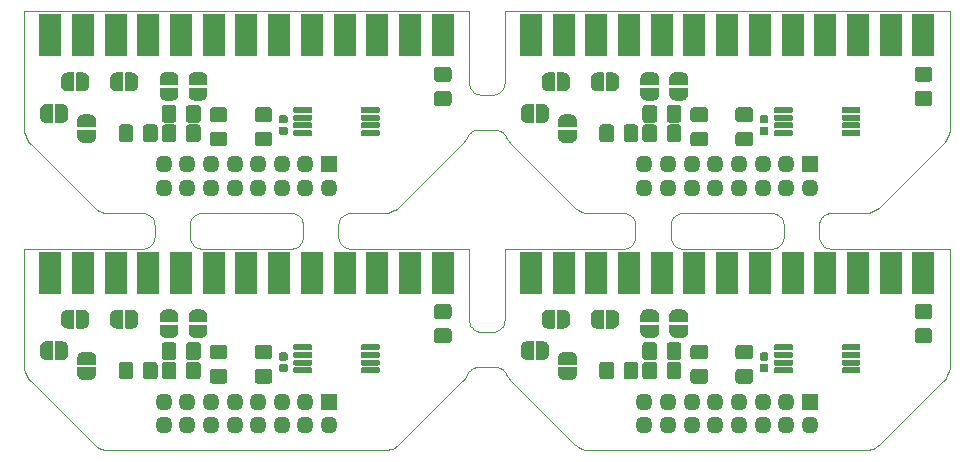
<source format=gbr>
G04 #@! TF.GenerationSoftware,KiCad,Pcbnew,5.1.5+dfsg1-2build2*
G04 #@! TF.CreationDate,2021-02-18T17:25:55-08:00*
G04 #@! TF.ProjectId,panel,70616e65-6c2e-46b6-9963-61645f706362,rev?*
G04 #@! TF.SameCoordinates,Original*
G04 #@! TF.FileFunction,Soldermask,Top*
G04 #@! TF.FilePolarity,Negative*
%FSLAX46Y46*%
G04 Gerber Fmt 4.6, Leading zero omitted, Abs format (unit mm)*
G04 Created by KiCad (PCBNEW 5.1.5+dfsg1-2build2) date 2021-02-18 17:25:55*
%MOMM*%
%LPD*%
G04 APERTURE LIST*
G04 #@! TA.AperFunction,Profile*
%ADD10C,0.100000*%
G04 #@! TD*
%ADD11C,0.350000*%
%ADD12R,1.450000X1.450000*%
%ADD13O,1.450000X1.450000*%
%ADD14R,1.946667X3.580000*%
G04 APERTURE END LIST*
D10*
X72644400Y-70082900D02*
X65059100Y-70082900D01*
X72741700Y-70078100D02*
X72644400Y-70082900D01*
X72837800Y-70063900D02*
X72741700Y-70078100D01*
X72932100Y-70040300D02*
X72837800Y-70063900D01*
X73023500Y-70007500D02*
X72932100Y-70040300D01*
X73111400Y-69966000D02*
X73023500Y-70007500D01*
X73194700Y-69916000D02*
X73111400Y-69966000D01*
X73272700Y-69858200D02*
X73194700Y-69916000D01*
X73344700Y-69792900D02*
X73272700Y-69858200D01*
X73410000Y-69720900D02*
X73344700Y-69792900D01*
X73467800Y-69642900D02*
X73410000Y-69720900D01*
X73517800Y-69559600D02*
X73467800Y-69642900D01*
X73559300Y-69471800D02*
X73517800Y-69559600D01*
X73592000Y-69380300D02*
X73559300Y-69471800D01*
X73615600Y-69286000D02*
X73592000Y-69380300D01*
X73629900Y-69189900D02*
X73615600Y-69286000D01*
X73634700Y-69092700D02*
X73629900Y-69189900D01*
X73634700Y-68074000D02*
X73634700Y-69092700D01*
X73629900Y-67976700D02*
X73634700Y-68074000D01*
X73615600Y-67880600D02*
X73629900Y-67976700D01*
X73592000Y-67786400D02*
X73615600Y-67880600D01*
X73559300Y-67694900D02*
X73592000Y-67786400D01*
X73517800Y-67607100D02*
X73559300Y-67694900D01*
X73467900Y-67523800D02*
X73517800Y-67607100D01*
X73410000Y-67445700D02*
X73467900Y-67523800D01*
X73344800Y-67373700D02*
X73410000Y-67445700D01*
X73272800Y-67308500D02*
X73344800Y-67373700D01*
X73194800Y-67250600D02*
X73272800Y-67308500D01*
X73111400Y-67200700D02*
X73194800Y-67250600D01*
X73023600Y-67159100D02*
X73111400Y-67200700D01*
X72932200Y-67126400D02*
X73023600Y-67159100D01*
X72837900Y-67102800D02*
X72932200Y-67126400D01*
X72741900Y-67088500D02*
X72837900Y-67102800D01*
X72644600Y-67083700D02*
X72741900Y-67088500D01*
X65059200Y-67082600D02*
X72644600Y-67083700D01*
X64961900Y-67087300D02*
X65059200Y-67082600D01*
X64865800Y-67101600D02*
X64961900Y-67087300D01*
X64771600Y-67125200D02*
X64865800Y-67101600D01*
X64680100Y-67157900D02*
X64771600Y-67125200D01*
X64592300Y-67199400D02*
X64680100Y-67157900D01*
X64508900Y-67249400D02*
X64592300Y-67199400D01*
X64430900Y-67307200D02*
X64508900Y-67249400D01*
X64358900Y-67372500D02*
X64430900Y-67307200D01*
X64293600Y-67444500D02*
X64358900Y-67372500D01*
X64235700Y-67522500D02*
X64293600Y-67444500D01*
X64185800Y-67605800D02*
X64235700Y-67522500D01*
X64144200Y-67693700D02*
X64185800Y-67605800D01*
X64111500Y-67785200D02*
X64144200Y-67693700D01*
X64087900Y-67879400D02*
X64111500Y-67785200D01*
X64073600Y-67975500D02*
X64087900Y-67879400D01*
X64068800Y-68072800D02*
X64073600Y-67975500D01*
X64068800Y-69092700D02*
X64068800Y-68072800D01*
X64073600Y-69189900D02*
X64068800Y-69092700D01*
X64087900Y-69286000D02*
X64073600Y-69189900D01*
X64111500Y-69380300D02*
X64087900Y-69286000D01*
X64144200Y-69471800D02*
X64111500Y-69380300D01*
X64185700Y-69559600D02*
X64144200Y-69471800D01*
X64235700Y-69642900D02*
X64185700Y-69559600D01*
X64293600Y-69720900D02*
X64235700Y-69642900D01*
X64358800Y-69792900D02*
X64293600Y-69720900D01*
X64430800Y-69858200D02*
X64358800Y-69792900D01*
X64508800Y-69916000D02*
X64430800Y-69858200D01*
X64592200Y-69966000D02*
X64508800Y-69916000D01*
X64680000Y-70007500D02*
X64592200Y-69966000D01*
X64771500Y-70040300D02*
X64680000Y-70007500D01*
X64865700Y-70063900D02*
X64771500Y-70040300D01*
X64961800Y-70078100D02*
X64865700Y-70063900D01*
X65059100Y-70082900D02*
X64961800Y-70078100D01*
X87488100Y-60734200D02*
X87533600Y-60632300D01*
X87381200Y-60919400D02*
X87488100Y-60734200D01*
X87255200Y-61092200D02*
X87381200Y-60919400D01*
X87107900Y-61254900D02*
X87255200Y-61092200D01*
X81868200Y-66494500D02*
X87107900Y-61254900D01*
X81718300Y-66630300D02*
X81868200Y-66494500D01*
X81560100Y-66747600D02*
X81718300Y-66630300D01*
X81402700Y-66842300D02*
X81560100Y-66747600D01*
X81380900Y-66853900D02*
X81402700Y-66842300D01*
X81214600Y-66932300D02*
X81380900Y-66853900D01*
X81041200Y-66994600D02*
X81214600Y-66932300D01*
X81017600Y-67001800D02*
X81041200Y-66994600D01*
X80839200Y-67046200D02*
X81017600Y-67001800D01*
X80645000Y-67075000D02*
X80839200Y-67046200D01*
X80442500Y-67084900D02*
X80645000Y-67075000D01*
X77627100Y-67084500D02*
X80442500Y-67084900D01*
X77529800Y-67089200D02*
X77627100Y-67084500D01*
X77433700Y-67103500D02*
X77529800Y-67089200D01*
X77339400Y-67127100D02*
X77433700Y-67103500D01*
X77247900Y-67159800D02*
X77339400Y-67127100D01*
X77160100Y-67201300D02*
X77247900Y-67159800D01*
X77076800Y-67251300D02*
X77160100Y-67201300D01*
X76998700Y-67309100D02*
X77076800Y-67251300D01*
X76926700Y-67374400D02*
X76998700Y-67309100D01*
X76861500Y-67446400D02*
X76926700Y-67374400D01*
X76803600Y-67524400D02*
X76861500Y-67446400D01*
X76753600Y-67607800D02*
X76803600Y-67524400D01*
X76712100Y-67695600D02*
X76753600Y-67607800D01*
X76679300Y-67787100D02*
X76712100Y-67695600D01*
X76655700Y-67881300D02*
X76679300Y-67787100D01*
X76641500Y-67977400D02*
X76655700Y-67881300D01*
X76636700Y-68074700D02*
X76641500Y-67977400D01*
X76636700Y-69092700D02*
X76636700Y-68074700D01*
X76641500Y-69189900D02*
X76636700Y-69092700D01*
X76655700Y-69286000D02*
X76641500Y-69189900D01*
X76679300Y-69380300D02*
X76655700Y-69286000D01*
X76712100Y-69471800D02*
X76679300Y-69380300D01*
X76753600Y-69559600D02*
X76712100Y-69471800D01*
X76803500Y-69642900D02*
X76753600Y-69559600D01*
X76861400Y-69720900D02*
X76803500Y-69642900D01*
X76926700Y-69792900D02*
X76861400Y-69720900D01*
X76998600Y-69858200D02*
X76926700Y-69792900D01*
X77076700Y-69916000D02*
X76998600Y-69858200D01*
X77160000Y-69966000D02*
X77076700Y-69916000D01*
X77247800Y-70007500D02*
X77160000Y-69966000D01*
X77339300Y-70040300D02*
X77247800Y-70007500D01*
X77433500Y-70063900D02*
X77339300Y-70040300D01*
X77529600Y-70078100D02*
X77433500Y-70063900D01*
X77626900Y-70082900D02*
X77529600Y-70078100D01*
X87686000Y-70082900D02*
X77626900Y-70082900D01*
X87694000Y-70084400D02*
X87686000Y-70082900D01*
X87698500Y-70089400D02*
X87694000Y-70084400D01*
X87699600Y-70096500D02*
X87698500Y-70089400D01*
X87702600Y-76135100D02*
X87699600Y-70096500D01*
X87707400Y-76232400D02*
X87702600Y-76135100D01*
X87721700Y-76328400D02*
X87707400Y-76232400D01*
X87745400Y-76422600D02*
X87721700Y-76328400D01*
X87778100Y-76514100D02*
X87745400Y-76422600D01*
X87819700Y-76601800D02*
X87778100Y-76514100D01*
X87869600Y-76685100D02*
X87819700Y-76601800D01*
X87927500Y-76763100D02*
X87869600Y-76685100D01*
X87992700Y-76835100D02*
X87927500Y-76763100D01*
X88064700Y-76900300D02*
X87992700Y-76835100D01*
X88142700Y-76958100D02*
X88064700Y-76900300D01*
X88226100Y-77008000D02*
X88142700Y-76958100D01*
X88313900Y-77049500D02*
X88226100Y-77008000D01*
X88405300Y-77082300D02*
X88313900Y-77049500D01*
X88499500Y-77105800D02*
X88405300Y-77082300D01*
X88595600Y-77120100D02*
X88499500Y-77105800D01*
X88692800Y-77124900D02*
X88595600Y-77120100D01*
X89712800Y-77124900D02*
X88692800Y-77124900D01*
X89810100Y-77120100D02*
X89712800Y-77124900D01*
X89906200Y-77105800D02*
X89810100Y-77120100D01*
X90000400Y-77082200D02*
X89906200Y-77105800D01*
X90091900Y-77049500D02*
X90000400Y-77082200D01*
X90179700Y-77008000D02*
X90091900Y-77049500D01*
X90263000Y-76958000D02*
X90179700Y-77008000D01*
X90341100Y-76900200D02*
X90263000Y-76958000D01*
X90413100Y-76834900D02*
X90341100Y-76900200D01*
X90478300Y-76763000D02*
X90413100Y-76834900D01*
X90536200Y-76685000D02*
X90478300Y-76763000D01*
X90586100Y-76601600D02*
X90536200Y-76685000D01*
X90627700Y-76513800D02*
X90586100Y-76601600D01*
X90660400Y-76422400D02*
X90627700Y-76513800D01*
X90684000Y-76328100D02*
X90660400Y-76422400D01*
X90698300Y-76232000D02*
X90684000Y-76328100D01*
X90703100Y-76134800D02*
X90698300Y-76232000D01*
X90704000Y-70096500D02*
X90703100Y-76134800D01*
X90705100Y-70089400D02*
X90704000Y-70096500D01*
X90708800Y-70084900D02*
X90705100Y-70089400D01*
X90717600Y-70082900D02*
X90708800Y-70084900D01*
X100780100Y-70082900D02*
X90717600Y-70082900D01*
X100877400Y-70078100D02*
X100780100Y-70082900D01*
X100973500Y-70063900D02*
X100877400Y-70078100D01*
X101067700Y-70040300D02*
X100973500Y-70063900D01*
X101159200Y-70007500D02*
X101067700Y-70040300D01*
X101247000Y-69966000D02*
X101159200Y-70007500D01*
X101330400Y-69916000D02*
X101247000Y-69966000D01*
X101408400Y-69858200D02*
X101330400Y-69916000D01*
X101480400Y-69792900D02*
X101408400Y-69858200D01*
X101545600Y-69720900D02*
X101480400Y-69792900D01*
X101603500Y-69642900D02*
X101545600Y-69720900D01*
X101653500Y-69559600D02*
X101603500Y-69642900D01*
X101695000Y-69471800D02*
X101653500Y-69559600D01*
X101727700Y-69380300D02*
X101695000Y-69471800D01*
X101751300Y-69286000D02*
X101727700Y-69380300D01*
X101765600Y-69189900D02*
X101751300Y-69286000D01*
X101770400Y-69092700D02*
X101765600Y-69189900D01*
X101770400Y-68072100D02*
X101770400Y-69092700D01*
X101765600Y-67974800D02*
X101770400Y-68072100D01*
X101751300Y-67878700D02*
X101765600Y-67974800D01*
X101727700Y-67784500D02*
X101751300Y-67878700D01*
X101695000Y-67693000D02*
X101727700Y-67784500D01*
X101653500Y-67605200D02*
X101695000Y-67693000D01*
X101603500Y-67521900D02*
X101653500Y-67605200D01*
X101545700Y-67443800D02*
X101603500Y-67521900D01*
X101480400Y-67371800D02*
X101545700Y-67443800D01*
X101408500Y-67306600D02*
X101480400Y-67371800D01*
X101330400Y-67248700D02*
X101408500Y-67306600D01*
X101247100Y-67198800D02*
X101330400Y-67248700D01*
X101159300Y-67157200D02*
X101247100Y-67198800D01*
X101067900Y-67124500D02*
X101159300Y-67157200D01*
X100973600Y-67100900D02*
X101067900Y-67124500D01*
X100877500Y-67086600D02*
X100973600Y-67100900D01*
X100780300Y-67081800D02*
X100877500Y-67086600D01*
X97956900Y-67081400D02*
X100780300Y-67081800D01*
X97725700Y-67068300D02*
X97956900Y-67081400D01*
X97504700Y-67030700D02*
X97725700Y-67068300D01*
X97289200Y-66968600D02*
X97504700Y-67030700D01*
X97082000Y-66882800D02*
X97289200Y-66968600D01*
X96885800Y-66774300D02*
X97082000Y-66882800D01*
X96702900Y-66644500D02*
X96885800Y-66774300D01*
X96530600Y-66490600D02*
X96702900Y-66644500D01*
X91289100Y-61251500D02*
X96530600Y-66490600D01*
X91157000Y-61105500D02*
X91289100Y-61251500D01*
X91040000Y-60947700D02*
X91157000Y-61105500D01*
X90939300Y-60779700D02*
X91040000Y-60947700D01*
X90858600Y-60609800D02*
X90939300Y-60779700D01*
X90810400Y-60520200D02*
X90858600Y-60609800D01*
X90753400Y-60436100D02*
X90810400Y-60520200D01*
X90688100Y-60358300D02*
X90753400Y-60436100D01*
X90615100Y-60287600D02*
X90688100Y-60358300D01*
X90535400Y-60224800D02*
X90615100Y-60287600D01*
X90449500Y-60170500D02*
X90535400Y-60224800D01*
X90358600Y-60125200D02*
X90449500Y-60170500D01*
X90263600Y-60089500D02*
X90358600Y-60125200D01*
X90165300Y-60063800D02*
X90263600Y-60089500D01*
X90065000Y-60048200D02*
X90165300Y-60063800D01*
X89963300Y-60043000D02*
X90065000Y-60048200D01*
X88439200Y-60043000D02*
X89963300Y-60043000D01*
X88343900Y-60047500D02*
X88439200Y-60043000D01*
X88249700Y-60061200D02*
X88343900Y-60047500D01*
X88157300Y-60083900D02*
X88249700Y-60061200D01*
X88067400Y-60115300D02*
X88157300Y-60083900D01*
X87981000Y-60155200D02*
X88067400Y-60115300D01*
X87898900Y-60203200D02*
X87981000Y-60155200D01*
X87821700Y-60258900D02*
X87898900Y-60203200D01*
X87750200Y-60321800D02*
X87821700Y-60258900D01*
X87685100Y-60391200D02*
X87750200Y-60321800D01*
X87627000Y-60466500D02*
X87685100Y-60391200D01*
X87576400Y-60547100D02*
X87627000Y-60466500D01*
X87533600Y-60632300D02*
X87576400Y-60547100D01*
X113348000Y-70082900D02*
X105762600Y-70082900D01*
X113445200Y-70078100D02*
X113348000Y-70082900D01*
X113541300Y-70063900D02*
X113445200Y-70078100D01*
X113635600Y-70040300D02*
X113541300Y-70063900D01*
X113727100Y-70007500D02*
X113635600Y-70040300D01*
X113814900Y-69966000D02*
X113727100Y-70007500D01*
X113898200Y-69916000D02*
X113814900Y-69966000D01*
X113976200Y-69858200D02*
X113898200Y-69916000D01*
X114048200Y-69792900D02*
X113976200Y-69858200D01*
X114113500Y-69720900D02*
X114048200Y-69792900D01*
X114171300Y-69642900D02*
X114113500Y-69720900D01*
X114221300Y-69559600D02*
X114171300Y-69642900D01*
X114262800Y-69471800D02*
X114221300Y-69559600D01*
X114295600Y-69380300D02*
X114262800Y-69471800D01*
X114319200Y-69286000D02*
X114295600Y-69380300D01*
X114333400Y-69189900D02*
X114319200Y-69286000D01*
X114338200Y-69092700D02*
X114333400Y-69189900D01*
X114338200Y-68074000D02*
X114338200Y-69092700D01*
X114333400Y-67976700D02*
X114338200Y-68074000D01*
X114319200Y-67880600D02*
X114333400Y-67976700D01*
X114295600Y-67786400D02*
X114319200Y-67880600D01*
X114262800Y-67694900D02*
X114295600Y-67786400D01*
X114221300Y-67607100D02*
X114262800Y-67694900D01*
X114171400Y-67523800D02*
X114221300Y-67607100D01*
X114113500Y-67445700D02*
X114171400Y-67523800D01*
X114048300Y-67373700D02*
X114113500Y-67445700D01*
X113976300Y-67308500D02*
X114048300Y-67373700D01*
X113898300Y-67250600D02*
X113976300Y-67308500D01*
X113815000Y-67200700D02*
X113898300Y-67250600D01*
X113727200Y-67159100D02*
X113815000Y-67200700D01*
X113635700Y-67126400D02*
X113727200Y-67159100D01*
X113541500Y-67102800D02*
X113635700Y-67126400D01*
X113445400Y-67088500D02*
X113541500Y-67102800D01*
X113348100Y-67083700D02*
X113445400Y-67088500D01*
X105762800Y-67082600D02*
X113348100Y-67083700D01*
X105665500Y-67087300D02*
X105762800Y-67082600D01*
X105569400Y-67101600D02*
X105665500Y-67087300D01*
X105475100Y-67125200D02*
X105569400Y-67101600D01*
X105383600Y-67157900D02*
X105475100Y-67125200D01*
X105295800Y-67199400D02*
X105383600Y-67157900D01*
X105212400Y-67249400D02*
X105295800Y-67199400D01*
X105134400Y-67307200D02*
X105212400Y-67249400D01*
X105062400Y-67372500D02*
X105134400Y-67307200D01*
X104997100Y-67444500D02*
X105062400Y-67372500D01*
X104939200Y-67522500D02*
X104997100Y-67444500D01*
X104889300Y-67605800D02*
X104939200Y-67522500D01*
X104847700Y-67693700D02*
X104889300Y-67605800D01*
X104815000Y-67785200D02*
X104847700Y-67693700D01*
X104791400Y-67879400D02*
X104815000Y-67785200D01*
X104777100Y-67975500D02*
X104791400Y-67879400D01*
X104772400Y-68072800D02*
X104777100Y-67975500D01*
X104772400Y-69092700D02*
X104772400Y-68072800D01*
X104777100Y-69189900D02*
X104772400Y-69092700D01*
X104791400Y-69286000D02*
X104777100Y-69189900D01*
X104815000Y-69380300D02*
X104791400Y-69286000D01*
X104847700Y-69471800D02*
X104815000Y-69380300D01*
X104889300Y-69559600D02*
X104847700Y-69471800D01*
X104939200Y-69642900D02*
X104889300Y-69559600D01*
X104997100Y-69720900D02*
X104939200Y-69642900D01*
X105062300Y-69792900D02*
X104997100Y-69720900D01*
X105134300Y-69858200D02*
X105062300Y-69792900D01*
X105212400Y-69916000D02*
X105134300Y-69858200D01*
X105295700Y-69966000D02*
X105212400Y-69916000D01*
X105383500Y-70007500D02*
X105295700Y-69966000D01*
X105475000Y-70040300D02*
X105383500Y-70007500D01*
X105569200Y-70063900D02*
X105475000Y-70040300D01*
X105665300Y-70078100D02*
X105569200Y-70063900D01*
X105762600Y-70082900D02*
X105665300Y-70078100D01*
X50001300Y-50006400D02*
X50000500Y-50011600D01*
X50003800Y-50002300D02*
X50001300Y-50006400D01*
X50007900Y-49999800D02*
X50003800Y-50002300D01*
X50014100Y-49999000D02*
X50007900Y-49999800D01*
X87691200Y-49999500D02*
X50014100Y-49999000D01*
X87697600Y-50003800D02*
X87691200Y-49999500D01*
X87699600Y-50012600D02*
X87697600Y-50003800D01*
X87702600Y-56051200D02*
X87699600Y-50012600D01*
X87707400Y-56148400D02*
X87702600Y-56051200D01*
X87721700Y-56244500D02*
X87707400Y-56148400D01*
X87745400Y-56338700D02*
X87721700Y-56244500D01*
X87778100Y-56430100D02*
X87745400Y-56338700D01*
X87819700Y-56517900D02*
X87778100Y-56430100D01*
X87869600Y-56601200D02*
X87819700Y-56517900D01*
X87927500Y-56679200D02*
X87869600Y-56601200D01*
X87992700Y-56751200D02*
X87927500Y-56679200D01*
X88064700Y-56816400D02*
X87992700Y-56751200D01*
X88142700Y-56874200D02*
X88064700Y-56816400D01*
X88226100Y-56924100D02*
X88142700Y-56874200D01*
X88313900Y-56965600D02*
X88226100Y-56924100D01*
X88405300Y-56998300D02*
X88313900Y-56965600D01*
X88499500Y-57021900D02*
X88405300Y-56998300D01*
X88595600Y-57036200D02*
X88499500Y-57021900D01*
X88692800Y-57041000D02*
X88595600Y-57036200D01*
X89712800Y-57041000D02*
X88692800Y-57041000D01*
X89810100Y-57036200D02*
X89712800Y-57041000D01*
X89906200Y-57021900D02*
X89810100Y-57036200D01*
X90000400Y-56998300D02*
X89906200Y-57021900D01*
X90091900Y-56965600D02*
X90000400Y-56998300D01*
X90179700Y-56924100D02*
X90091900Y-56965600D01*
X90263000Y-56874100D02*
X90179700Y-56924100D01*
X90341100Y-56816300D02*
X90263000Y-56874100D01*
X90413100Y-56751000D02*
X90341100Y-56816300D01*
X90478300Y-56679100D02*
X90413100Y-56751000D01*
X90536200Y-56601000D02*
X90478300Y-56679100D01*
X90586100Y-56517700D02*
X90536200Y-56601000D01*
X90627700Y-56429900D02*
X90586100Y-56517700D01*
X90660400Y-56338500D02*
X90627700Y-56429900D01*
X90684000Y-56244200D02*
X90660400Y-56338500D01*
X90698300Y-56148100D02*
X90684000Y-56244200D01*
X90703100Y-56050900D02*
X90698300Y-56148100D01*
X90704000Y-50012600D02*
X90703100Y-56050900D01*
X90706000Y-50003800D02*
X90704000Y-50012600D01*
X90712400Y-49999500D02*
X90706000Y-50003800D01*
X128389500Y-49999000D02*
X90712400Y-49999500D01*
X128396600Y-50000100D02*
X128389500Y-49999000D01*
X128401600Y-50004600D02*
X128396600Y-50000100D01*
X128403100Y-50012600D02*
X128401600Y-50004600D01*
X128407700Y-59912500D02*
X128403100Y-50012600D01*
X128386800Y-60125800D02*
X128407700Y-59912500D01*
X128346700Y-60321800D02*
X128386800Y-60125800D01*
X128339900Y-60347700D02*
X128346700Y-60321800D01*
X128278400Y-60538200D02*
X128339900Y-60347700D01*
X128197500Y-60721900D02*
X128278400Y-60538200D01*
X128185400Y-60745700D02*
X128197500Y-60721900D01*
X128091700Y-60908000D02*
X128185400Y-60745700D01*
X128077300Y-60930100D02*
X128091700Y-60908000D01*
X127959100Y-61091700D02*
X128077300Y-60930100D01*
X127811300Y-61254900D02*
X127959100Y-61091700D01*
X122571700Y-66494500D02*
X127811300Y-61254900D01*
X122421800Y-66630300D02*
X122571700Y-66494500D01*
X122263700Y-66747600D02*
X122421800Y-66630300D01*
X122106200Y-66842300D02*
X122263700Y-66747600D01*
X122084400Y-66853900D02*
X122106200Y-66842300D01*
X121918100Y-66932300D02*
X122084400Y-66853900D01*
X121744700Y-66994600D02*
X121918100Y-66932300D01*
X121721100Y-67001800D02*
X121744700Y-66994600D01*
X121542700Y-67046200D02*
X121721100Y-67001800D01*
X121348000Y-67075000D02*
X121542700Y-67046200D01*
X121146000Y-67084900D02*
X121348000Y-67075000D01*
X118330600Y-67084500D02*
X121146000Y-67084900D01*
X118233300Y-67089200D02*
X118330600Y-67084500D01*
X118137200Y-67103500D02*
X118233300Y-67089200D01*
X118042900Y-67127100D02*
X118137200Y-67103500D01*
X117951500Y-67159800D02*
X118042900Y-67127100D01*
X117863600Y-67201300D02*
X117951500Y-67159800D01*
X117780300Y-67251300D02*
X117863600Y-67201300D01*
X117702200Y-67309100D02*
X117780300Y-67251300D01*
X117630200Y-67374400D02*
X117702200Y-67309100D01*
X117565000Y-67446400D02*
X117630200Y-67374400D01*
X117507100Y-67524400D02*
X117565000Y-67446400D01*
X117457100Y-67607800D02*
X117507100Y-67524400D01*
X117415600Y-67695600D02*
X117457100Y-67607800D01*
X117382800Y-67787100D02*
X117415600Y-67695600D01*
X117359200Y-67881300D02*
X117382800Y-67787100D01*
X117345000Y-67977400D02*
X117359200Y-67881300D01*
X117340200Y-68074700D02*
X117345000Y-67977400D01*
X117340200Y-69092700D02*
X117340200Y-68074700D01*
X117345000Y-69189900D02*
X117340200Y-69092700D01*
X117359200Y-69286000D02*
X117345000Y-69189900D01*
X117382800Y-69380300D02*
X117359200Y-69286000D01*
X117415600Y-69471800D02*
X117382800Y-69380300D01*
X117457100Y-69559600D02*
X117415600Y-69471800D01*
X117507100Y-69642900D02*
X117457100Y-69559600D01*
X117564900Y-69720900D02*
X117507100Y-69642900D01*
X117630200Y-69792900D02*
X117564900Y-69720900D01*
X117702200Y-69858200D02*
X117630200Y-69792900D01*
X117780200Y-69916000D02*
X117702200Y-69858200D01*
X117863500Y-69966000D02*
X117780200Y-69916000D01*
X117951300Y-70007500D02*
X117863500Y-69966000D01*
X118042800Y-70040300D02*
X117951300Y-70007500D01*
X118137100Y-70063900D02*
X118042800Y-70040300D01*
X118233200Y-70078100D02*
X118137100Y-70063900D01*
X118330400Y-70082900D02*
X118233200Y-70078100D01*
X128389500Y-70082900D02*
X118330400Y-70082900D01*
X128396600Y-70084000D02*
X128389500Y-70082900D01*
X128400500Y-70086900D02*
X128396600Y-70084000D01*
X128403100Y-70096500D02*
X128400500Y-70086900D01*
X128408000Y-79984300D02*
X128403100Y-70096500D01*
X128406800Y-80008900D02*
X128408000Y-79984300D01*
X128388500Y-80196100D02*
X128406800Y-80008900D01*
X128384500Y-80222500D02*
X128388500Y-80196100D01*
X128343500Y-80419100D02*
X128384500Y-80222500D01*
X128278200Y-80622600D02*
X128343500Y-80419100D01*
X128191800Y-80817700D02*
X128278200Y-80622600D01*
X128085000Y-81002900D02*
X128191800Y-80817700D01*
X127959100Y-81175700D02*
X128085000Y-81002900D01*
X127815500Y-81334500D02*
X127959100Y-81175700D01*
X122567200Y-86582800D02*
X127815500Y-81334500D01*
X122421400Y-86714600D02*
X122567200Y-86582800D01*
X122264100Y-86831200D02*
X122421400Y-86714600D01*
X122095600Y-86932200D02*
X122264100Y-86831200D01*
X121929200Y-87011300D02*
X122095600Y-86932200D01*
X121906400Y-87020700D02*
X121929200Y-87011300D01*
X121744700Y-87078500D02*
X121906400Y-87020700D01*
X121721100Y-87085700D02*
X121744700Y-87078500D01*
X121542300Y-87130200D02*
X121721100Y-87085700D01*
X121348000Y-87158900D02*
X121542300Y-87130200D01*
X121146000Y-87168800D02*
X121348000Y-87158900D01*
X97956900Y-87165300D02*
X121146000Y-87168800D01*
X97726300Y-87152300D02*
X97956900Y-87165300D01*
X97505200Y-87114800D02*
X97726300Y-87152300D01*
X97289200Y-87052500D02*
X97505200Y-87114800D01*
X97095200Y-86972600D02*
X97289200Y-87052500D01*
X97069800Y-86960400D02*
X97095200Y-86972600D01*
X96886200Y-86858500D02*
X97069800Y-86960400D01*
X96714400Y-86737100D02*
X96886200Y-86858500D01*
X96692400Y-86719600D02*
X96714400Y-86737100D01*
X96535800Y-86579500D02*
X96692400Y-86719600D01*
X91289100Y-81335400D02*
X96535800Y-86579500D01*
X91157000Y-81189400D02*
X91289100Y-81335400D01*
X91040300Y-81032100D02*
X91157000Y-81189400D01*
X90939300Y-80863600D02*
X91040300Y-81032100D01*
X90858600Y-80693800D02*
X90939300Y-80863600D01*
X90810400Y-80604100D02*
X90858600Y-80693800D01*
X90753400Y-80520000D02*
X90810400Y-80604100D01*
X90688100Y-80442200D02*
X90753400Y-80520000D01*
X90615100Y-80371600D02*
X90688100Y-80442200D01*
X90535400Y-80308700D02*
X90615100Y-80371600D01*
X90449500Y-80254400D02*
X90535400Y-80308700D01*
X90358600Y-80209100D02*
X90449500Y-80254400D01*
X90263600Y-80173400D02*
X90358600Y-80209100D01*
X90165300Y-80147700D02*
X90263600Y-80173400D01*
X90065000Y-80132100D02*
X90165300Y-80147700D01*
X89963300Y-80126900D02*
X90065000Y-80132100D01*
X88439200Y-80126900D02*
X89963300Y-80126900D01*
X88343900Y-80131500D02*
X88439200Y-80126900D01*
X88249700Y-80145100D02*
X88343900Y-80131500D01*
X88157300Y-80167800D02*
X88249700Y-80145100D01*
X88067400Y-80199200D02*
X88157300Y-80167800D01*
X87981000Y-80239100D02*
X88067400Y-80199200D01*
X87898900Y-80287100D02*
X87981000Y-80239100D01*
X87821700Y-80342800D02*
X87898900Y-80287100D01*
X87750200Y-80405700D02*
X87821700Y-80342800D01*
X87685100Y-80475100D02*
X87750200Y-80405700D01*
X87627000Y-80550400D02*
X87685100Y-80475100D01*
X87576400Y-80631000D02*
X87627000Y-80550400D01*
X87533600Y-80716300D02*
X87576400Y-80631000D01*
X87488100Y-80818100D02*
X87533600Y-80716300D01*
X87381200Y-81003300D02*
X87488100Y-80818100D01*
X87255600Y-81175700D02*
X87381200Y-81003300D01*
X87112000Y-81334500D02*
X87255600Y-81175700D01*
X81863800Y-86582600D02*
X87112000Y-81334500D01*
X81718300Y-86714300D02*
X81863800Y-86582600D01*
X81570500Y-86824300D02*
X81718300Y-86714300D01*
X81550000Y-86838000D02*
X81570500Y-86824300D01*
X81391700Y-86932400D02*
X81550000Y-86838000D01*
X81214600Y-87016200D02*
X81391700Y-86932400D01*
X81041200Y-87078500D02*
X81214600Y-87016200D01*
X81017600Y-87085700D02*
X81041200Y-87078500D01*
X80839200Y-87130100D02*
X81017600Y-87085700D01*
X80644500Y-87158900D02*
X80839200Y-87130100D01*
X80442500Y-87168800D02*
X80644500Y-87158900D01*
X57253400Y-87165300D02*
X80442500Y-87168800D01*
X57022800Y-87152300D02*
X57253400Y-87165300D01*
X56815300Y-87117500D02*
X57022800Y-87152300D01*
X56787800Y-87111200D02*
X56815300Y-87117500D01*
X56599400Y-87056900D02*
X56787800Y-87111200D01*
X56573100Y-87047700D02*
X56599400Y-87056900D01*
X56378500Y-86966700D02*
X56573100Y-87047700D01*
X56182200Y-86858200D02*
X56378500Y-86966700D01*
X55999400Y-86728400D02*
X56182200Y-86858200D01*
X55827100Y-86574600D02*
X55999400Y-86728400D01*
X50585500Y-81335400D02*
X55827100Y-86574600D01*
X50453500Y-81189400D02*
X50585500Y-81335400D01*
X50336500Y-81031700D02*
X50453500Y-81189400D01*
X50235500Y-80863200D02*
X50336500Y-81031700D01*
X50151500Y-80685600D02*
X50235500Y-80863200D01*
X50085500Y-80501100D02*
X50151500Y-80685600D01*
X50037800Y-80310500D02*
X50085500Y-80501100D01*
X50008900Y-80116200D02*
X50037800Y-80310500D01*
X49999100Y-79919700D02*
X50008900Y-80116200D01*
X50001000Y-70091300D02*
X49999100Y-79919700D01*
X50005300Y-70084900D02*
X50001000Y-70091300D01*
X50014100Y-70082900D02*
X50005300Y-70084900D01*
X60076600Y-70082900D02*
X50014100Y-70082900D01*
X60173900Y-70078100D02*
X60076600Y-70082900D01*
X60270000Y-70063900D02*
X60173900Y-70078100D01*
X60364200Y-70040300D02*
X60270000Y-70063900D01*
X60455700Y-70007500D02*
X60364200Y-70040300D01*
X60543500Y-69966000D02*
X60455700Y-70007500D01*
X60626800Y-69916000D02*
X60543500Y-69966000D01*
X60704900Y-69858200D02*
X60626800Y-69916000D01*
X60776900Y-69792900D02*
X60704900Y-69858200D01*
X60842100Y-69720900D02*
X60776900Y-69792900D01*
X60900000Y-69642900D02*
X60842100Y-69720900D01*
X60949900Y-69559600D02*
X60900000Y-69642900D01*
X60991500Y-69471800D02*
X60949900Y-69559600D01*
X61024200Y-69380300D02*
X60991500Y-69471800D01*
X61047800Y-69286000D02*
X61024200Y-69380300D01*
X61062100Y-69189900D02*
X61047800Y-69286000D01*
X61066800Y-69092700D02*
X61062100Y-69189900D01*
X61066800Y-68072100D02*
X61066800Y-69092700D01*
X61062100Y-67974800D02*
X61066800Y-68072100D01*
X61047800Y-67878700D02*
X61062100Y-67974800D01*
X61024200Y-67784500D02*
X61047800Y-67878700D01*
X60991500Y-67693000D02*
X61024200Y-67784500D01*
X60950000Y-67605200D02*
X60991500Y-67693000D01*
X60900000Y-67521900D02*
X60950000Y-67605200D01*
X60842200Y-67443800D02*
X60900000Y-67521900D01*
X60776900Y-67371800D02*
X60842200Y-67443800D01*
X60704900Y-67306600D02*
X60776900Y-67371800D01*
X60626900Y-67248700D02*
X60704900Y-67306600D01*
X60543600Y-67198800D02*
X60626900Y-67248700D01*
X60455800Y-67157200D02*
X60543600Y-67198800D01*
X60364300Y-67124500D02*
X60455800Y-67157200D01*
X60270100Y-67100900D02*
X60364300Y-67124500D01*
X60174000Y-67086600D02*
X60270100Y-67100900D01*
X60076700Y-67081800D02*
X60174000Y-67086600D01*
X57253400Y-67081400D02*
X60076700Y-67081800D01*
X57036300Y-67069600D02*
X57253400Y-67081400D01*
X57008600Y-67066400D02*
X57036300Y-67069600D01*
X56801700Y-67030900D02*
X57008600Y-67066400D01*
X56586200Y-66968800D02*
X56801700Y-67030900D01*
X56379000Y-66883000D02*
X56586200Y-66968800D01*
X56182200Y-66774300D02*
X56379000Y-66883000D01*
X55999400Y-66644500D02*
X56182200Y-66774300D01*
X55827100Y-66490700D02*
X55999400Y-66644500D01*
X50589800Y-61255800D02*
X55827100Y-66490700D01*
X50453500Y-61105500D02*
X50589800Y-61255800D01*
X50343800Y-60958100D02*
X50453500Y-61105500D01*
X50330200Y-60937800D02*
X50343800Y-60958100D01*
X50235700Y-60779700D02*
X50330200Y-60937800D01*
X50156600Y-60613200D02*
X50235700Y-60779700D01*
X50147200Y-60590400D02*
X50156600Y-60613200D01*
X50085400Y-60416700D02*
X50147200Y-60590400D01*
X50040400Y-60238500D02*
X50085400Y-60416700D01*
X50035600Y-60214300D02*
X50040400Y-60238500D01*
X50008900Y-60031800D02*
X50035600Y-60214300D01*
X49999100Y-59836000D02*
X50008900Y-60031800D01*
X50000500Y-50011600D02*
X49999100Y-59836000D01*
D11*
G04 #@! TO.C,JP1*
G36*
X95228724Y-79351800D02*
G01*
X95228724Y-79333377D01*
X95228965Y-79328476D01*
X95233775Y-79279645D01*
X95234495Y-79274792D01*
X95244067Y-79226667D01*
X95245259Y-79221906D01*
X95259503Y-79174951D01*
X95261156Y-79170332D01*
X95279933Y-79124999D01*
X95282031Y-79120562D01*
X95305162Y-79077289D01*
X95307684Y-79073082D01*
X95334944Y-79032283D01*
X95337868Y-79028341D01*
X95368996Y-78990412D01*
X95372291Y-78986777D01*
X95406988Y-78952080D01*
X95410623Y-78948785D01*
X95448552Y-78917657D01*
X95452494Y-78914733D01*
X95493293Y-78887473D01*
X95497500Y-78884951D01*
X95540773Y-78861820D01*
X95545210Y-78859722D01*
X95590543Y-78840945D01*
X95595162Y-78839292D01*
X95642117Y-78825048D01*
X95646878Y-78823856D01*
X95695003Y-78814284D01*
X95699856Y-78813564D01*
X95748687Y-78808754D01*
X95753588Y-78808513D01*
X95772011Y-78808513D01*
X95778122Y-78807911D01*
X96278122Y-78807911D01*
X96284233Y-78808513D01*
X96302656Y-78808513D01*
X96307557Y-78808754D01*
X96356388Y-78813564D01*
X96361241Y-78814284D01*
X96409366Y-78823856D01*
X96414127Y-78825048D01*
X96461082Y-78839292D01*
X96465701Y-78840945D01*
X96511034Y-78859722D01*
X96515471Y-78861820D01*
X96558744Y-78884951D01*
X96562951Y-78887473D01*
X96603750Y-78914733D01*
X96607692Y-78917657D01*
X96645621Y-78948785D01*
X96649256Y-78952080D01*
X96683953Y-78986777D01*
X96687248Y-78990412D01*
X96718376Y-79028341D01*
X96721300Y-79032283D01*
X96748560Y-79073082D01*
X96751082Y-79077289D01*
X96774213Y-79120562D01*
X96776311Y-79124999D01*
X96795088Y-79170332D01*
X96796741Y-79174951D01*
X96810985Y-79221906D01*
X96812177Y-79226667D01*
X96821749Y-79274792D01*
X96822469Y-79279645D01*
X96827279Y-79328476D01*
X96827520Y-79333377D01*
X96827520Y-79351800D01*
X96828122Y-79357911D01*
X96828122Y-79857911D01*
X96827161Y-79867666D01*
X96824316Y-79877045D01*
X96819695Y-79885690D01*
X96813477Y-79893266D01*
X96805901Y-79899484D01*
X96797256Y-79904105D01*
X96787877Y-79906950D01*
X96778122Y-79907911D01*
X95278122Y-79907911D01*
X95268367Y-79906950D01*
X95258988Y-79904105D01*
X95250343Y-79899484D01*
X95242767Y-79893266D01*
X95236549Y-79885690D01*
X95231928Y-79877045D01*
X95229083Y-79867666D01*
X95228122Y-79857911D01*
X95228122Y-79357911D01*
X95228724Y-79351800D01*
G37*
G36*
X95229083Y-80148156D02*
G01*
X95231928Y-80138777D01*
X95236549Y-80130132D01*
X95242767Y-80122556D01*
X95250343Y-80116338D01*
X95258988Y-80111717D01*
X95268367Y-80108872D01*
X95278122Y-80107911D01*
X96778122Y-80107911D01*
X96787877Y-80108872D01*
X96797256Y-80111717D01*
X96805901Y-80116338D01*
X96813477Y-80122556D01*
X96819695Y-80130132D01*
X96824316Y-80138777D01*
X96827161Y-80148156D01*
X96828122Y-80157911D01*
X96828122Y-80657911D01*
X96827520Y-80664022D01*
X96827520Y-80682445D01*
X96827279Y-80687346D01*
X96822469Y-80736177D01*
X96821749Y-80741030D01*
X96812177Y-80789155D01*
X96810985Y-80793916D01*
X96796741Y-80840871D01*
X96795088Y-80845490D01*
X96776311Y-80890823D01*
X96774213Y-80895260D01*
X96751082Y-80938533D01*
X96748560Y-80942740D01*
X96721300Y-80983539D01*
X96718376Y-80987481D01*
X96687248Y-81025410D01*
X96683953Y-81029045D01*
X96649256Y-81063742D01*
X96645621Y-81067037D01*
X96607692Y-81098165D01*
X96603750Y-81101089D01*
X96562951Y-81128349D01*
X96558744Y-81130871D01*
X96515471Y-81154002D01*
X96511034Y-81156100D01*
X96465701Y-81174877D01*
X96461082Y-81176530D01*
X96414127Y-81190774D01*
X96409366Y-81191966D01*
X96361241Y-81201538D01*
X96356388Y-81202258D01*
X96307557Y-81207068D01*
X96302656Y-81207309D01*
X96284233Y-81207309D01*
X96278122Y-81207911D01*
X95778122Y-81207911D01*
X95772011Y-81207309D01*
X95753588Y-81207309D01*
X95748687Y-81207068D01*
X95699856Y-81202258D01*
X95695003Y-81201538D01*
X95646878Y-81191966D01*
X95642117Y-81190774D01*
X95595162Y-81176530D01*
X95590543Y-81174877D01*
X95545210Y-81156100D01*
X95540773Y-81154002D01*
X95497500Y-81130871D01*
X95493293Y-81128349D01*
X95452494Y-81101089D01*
X95448552Y-81098165D01*
X95410623Y-81067037D01*
X95406988Y-81063742D01*
X95372291Y-81029045D01*
X95368996Y-81025410D01*
X95337868Y-80987481D01*
X95334944Y-80983539D01*
X95307684Y-80942740D01*
X95305162Y-80938533D01*
X95282031Y-80895260D01*
X95279933Y-80890823D01*
X95261156Y-80845490D01*
X95259503Y-80840871D01*
X95245259Y-80793916D01*
X95244067Y-80789155D01*
X95234495Y-80741030D01*
X95233775Y-80736177D01*
X95228965Y-80687346D01*
X95228724Y-80682445D01*
X95228724Y-80664022D01*
X95228122Y-80657911D01*
X95228122Y-80157911D01*
X95229083Y-80148156D01*
G37*
G04 #@! TD*
G04 #@! TO.C,JP2*
G36*
X92622011Y-79519309D02*
G01*
X92603588Y-79519309D01*
X92598687Y-79519068D01*
X92549856Y-79514258D01*
X92545003Y-79513538D01*
X92496878Y-79503966D01*
X92492117Y-79502774D01*
X92445162Y-79488530D01*
X92440543Y-79486877D01*
X92395210Y-79468100D01*
X92390773Y-79466002D01*
X92347500Y-79442871D01*
X92343293Y-79440349D01*
X92302494Y-79413089D01*
X92298552Y-79410165D01*
X92260623Y-79379037D01*
X92256988Y-79375742D01*
X92222291Y-79341045D01*
X92218996Y-79337410D01*
X92187868Y-79299481D01*
X92184944Y-79295539D01*
X92157684Y-79254740D01*
X92155162Y-79250533D01*
X92132031Y-79207260D01*
X92129933Y-79202823D01*
X92111156Y-79157490D01*
X92109503Y-79152871D01*
X92095259Y-79105916D01*
X92094067Y-79101155D01*
X92084495Y-79053030D01*
X92083775Y-79048177D01*
X92078965Y-78999346D01*
X92078724Y-78994445D01*
X92078724Y-78976022D01*
X92078122Y-78969911D01*
X92078122Y-78469911D01*
X92078724Y-78463800D01*
X92078724Y-78445377D01*
X92078965Y-78440476D01*
X92083775Y-78391645D01*
X92084495Y-78386792D01*
X92094067Y-78338667D01*
X92095259Y-78333906D01*
X92109503Y-78286951D01*
X92111156Y-78282332D01*
X92129933Y-78236999D01*
X92132031Y-78232562D01*
X92155162Y-78189289D01*
X92157684Y-78185082D01*
X92184944Y-78144283D01*
X92187868Y-78140341D01*
X92218996Y-78102412D01*
X92222291Y-78098777D01*
X92256988Y-78064080D01*
X92260623Y-78060785D01*
X92298552Y-78029657D01*
X92302494Y-78026733D01*
X92343293Y-77999473D01*
X92347500Y-77996951D01*
X92390773Y-77973820D01*
X92395210Y-77971722D01*
X92440543Y-77952945D01*
X92445162Y-77951292D01*
X92492117Y-77937048D01*
X92496878Y-77935856D01*
X92545003Y-77926284D01*
X92549856Y-77925564D01*
X92598687Y-77920754D01*
X92603588Y-77920513D01*
X92622011Y-77920513D01*
X92628122Y-77919911D01*
X93128122Y-77919911D01*
X93137877Y-77920872D01*
X93147256Y-77923717D01*
X93155901Y-77928338D01*
X93163477Y-77934556D01*
X93169695Y-77942132D01*
X93174316Y-77950777D01*
X93177161Y-77960156D01*
X93178122Y-77969911D01*
X93178122Y-79469911D01*
X93177161Y-79479666D01*
X93174316Y-79489045D01*
X93169695Y-79497690D01*
X93163477Y-79505266D01*
X93155901Y-79511484D01*
X93147256Y-79516105D01*
X93137877Y-79518950D01*
X93128122Y-79519911D01*
X92628122Y-79519911D01*
X92622011Y-79519309D01*
G37*
G36*
X93418367Y-79518950D02*
G01*
X93408988Y-79516105D01*
X93400343Y-79511484D01*
X93392767Y-79505266D01*
X93386549Y-79497690D01*
X93381928Y-79489045D01*
X93379083Y-79479666D01*
X93378122Y-79469911D01*
X93378122Y-77969911D01*
X93379083Y-77960156D01*
X93381928Y-77950777D01*
X93386549Y-77942132D01*
X93392767Y-77934556D01*
X93400343Y-77928338D01*
X93408988Y-77923717D01*
X93418367Y-77920872D01*
X93428122Y-77919911D01*
X93928122Y-77919911D01*
X93934233Y-77920513D01*
X93952656Y-77920513D01*
X93957557Y-77920754D01*
X94006388Y-77925564D01*
X94011241Y-77926284D01*
X94059366Y-77935856D01*
X94064127Y-77937048D01*
X94111082Y-77951292D01*
X94115701Y-77952945D01*
X94161034Y-77971722D01*
X94165471Y-77973820D01*
X94208744Y-77996951D01*
X94212951Y-77999473D01*
X94253750Y-78026733D01*
X94257692Y-78029657D01*
X94295621Y-78060785D01*
X94299256Y-78064080D01*
X94333953Y-78098777D01*
X94337248Y-78102412D01*
X94368376Y-78140341D01*
X94371300Y-78144283D01*
X94398560Y-78185082D01*
X94401082Y-78189289D01*
X94424213Y-78232562D01*
X94426311Y-78236999D01*
X94445088Y-78282332D01*
X94446741Y-78286951D01*
X94460985Y-78333906D01*
X94462177Y-78338667D01*
X94471749Y-78386792D01*
X94472469Y-78391645D01*
X94477279Y-78440476D01*
X94477520Y-78445377D01*
X94477520Y-78463800D01*
X94478122Y-78469911D01*
X94478122Y-78969911D01*
X94477520Y-78976022D01*
X94477520Y-78994445D01*
X94477279Y-78999346D01*
X94472469Y-79048177D01*
X94471749Y-79053030D01*
X94462177Y-79101155D01*
X94460985Y-79105916D01*
X94446741Y-79152871D01*
X94445088Y-79157490D01*
X94426311Y-79202823D01*
X94424213Y-79207260D01*
X94401082Y-79250533D01*
X94398560Y-79254740D01*
X94371300Y-79295539D01*
X94368376Y-79299481D01*
X94337248Y-79337410D01*
X94333953Y-79341045D01*
X94299256Y-79375742D01*
X94295621Y-79379037D01*
X94257692Y-79410165D01*
X94253750Y-79413089D01*
X94212951Y-79440349D01*
X94208744Y-79442871D01*
X94165471Y-79466002D01*
X94161034Y-79468100D01*
X94115701Y-79486877D01*
X94111082Y-79488530D01*
X94064127Y-79502774D01*
X94059366Y-79503966D01*
X94011241Y-79513538D01*
X94006388Y-79514258D01*
X93957557Y-79519068D01*
X93952656Y-79519309D01*
X93934233Y-79519309D01*
X93928122Y-79519911D01*
X93428122Y-79519911D01*
X93418367Y-79518950D01*
G37*
G04 #@! TD*
G04 #@! TO.C,JP3*
G36*
X104651724Y-75777800D02*
G01*
X104651724Y-75759377D01*
X104651965Y-75754476D01*
X104656775Y-75705645D01*
X104657495Y-75700792D01*
X104667067Y-75652667D01*
X104668259Y-75647906D01*
X104682503Y-75600951D01*
X104684156Y-75596332D01*
X104702933Y-75550999D01*
X104705031Y-75546562D01*
X104728162Y-75503289D01*
X104730684Y-75499082D01*
X104757944Y-75458283D01*
X104760868Y-75454341D01*
X104791996Y-75416412D01*
X104795291Y-75412777D01*
X104829988Y-75378080D01*
X104833623Y-75374785D01*
X104871552Y-75343657D01*
X104875494Y-75340733D01*
X104916293Y-75313473D01*
X104920500Y-75310951D01*
X104963773Y-75287820D01*
X104968210Y-75285722D01*
X105013543Y-75266945D01*
X105018162Y-75265292D01*
X105065117Y-75251048D01*
X105069878Y-75249856D01*
X105118003Y-75240284D01*
X105122856Y-75239564D01*
X105171687Y-75234754D01*
X105176588Y-75234513D01*
X105195011Y-75234513D01*
X105201122Y-75233911D01*
X105701122Y-75233911D01*
X105707233Y-75234513D01*
X105725656Y-75234513D01*
X105730557Y-75234754D01*
X105779388Y-75239564D01*
X105784241Y-75240284D01*
X105832366Y-75249856D01*
X105837127Y-75251048D01*
X105884082Y-75265292D01*
X105888701Y-75266945D01*
X105934034Y-75285722D01*
X105938471Y-75287820D01*
X105981744Y-75310951D01*
X105985951Y-75313473D01*
X106026750Y-75340733D01*
X106030692Y-75343657D01*
X106068621Y-75374785D01*
X106072256Y-75378080D01*
X106106953Y-75412777D01*
X106110248Y-75416412D01*
X106141376Y-75454341D01*
X106144300Y-75458283D01*
X106171560Y-75499082D01*
X106174082Y-75503289D01*
X106197213Y-75546562D01*
X106199311Y-75550999D01*
X106218088Y-75596332D01*
X106219741Y-75600951D01*
X106233985Y-75647906D01*
X106235177Y-75652667D01*
X106244749Y-75700792D01*
X106245469Y-75705645D01*
X106250279Y-75754476D01*
X106250520Y-75759377D01*
X106250520Y-75777800D01*
X106251122Y-75783911D01*
X106251122Y-76283911D01*
X106250161Y-76293666D01*
X106247316Y-76303045D01*
X106242695Y-76311690D01*
X106236477Y-76319266D01*
X106228901Y-76325484D01*
X106220256Y-76330105D01*
X106210877Y-76332950D01*
X106201122Y-76333911D01*
X104701122Y-76333911D01*
X104691367Y-76332950D01*
X104681988Y-76330105D01*
X104673343Y-76325484D01*
X104665767Y-76319266D01*
X104659549Y-76311690D01*
X104654928Y-76303045D01*
X104652083Y-76293666D01*
X104651122Y-76283911D01*
X104651122Y-75783911D01*
X104651724Y-75777800D01*
G37*
G36*
X104652083Y-76574156D02*
G01*
X104654928Y-76564777D01*
X104659549Y-76556132D01*
X104665767Y-76548556D01*
X104673343Y-76542338D01*
X104681988Y-76537717D01*
X104691367Y-76534872D01*
X104701122Y-76533911D01*
X106201122Y-76533911D01*
X106210877Y-76534872D01*
X106220256Y-76537717D01*
X106228901Y-76542338D01*
X106236477Y-76548556D01*
X106242695Y-76556132D01*
X106247316Y-76564777D01*
X106250161Y-76574156D01*
X106251122Y-76583911D01*
X106251122Y-77083911D01*
X106250520Y-77090022D01*
X106250520Y-77108445D01*
X106250279Y-77113346D01*
X106245469Y-77162177D01*
X106244749Y-77167030D01*
X106235177Y-77215155D01*
X106233985Y-77219916D01*
X106219741Y-77266871D01*
X106218088Y-77271490D01*
X106199311Y-77316823D01*
X106197213Y-77321260D01*
X106174082Y-77364533D01*
X106171560Y-77368740D01*
X106144300Y-77409539D01*
X106141376Y-77413481D01*
X106110248Y-77451410D01*
X106106953Y-77455045D01*
X106072256Y-77489742D01*
X106068621Y-77493037D01*
X106030692Y-77524165D01*
X106026750Y-77527089D01*
X105985951Y-77554349D01*
X105981744Y-77556871D01*
X105938471Y-77580002D01*
X105934034Y-77582100D01*
X105888701Y-77600877D01*
X105884082Y-77602530D01*
X105837127Y-77616774D01*
X105832366Y-77617966D01*
X105784241Y-77627538D01*
X105779388Y-77628258D01*
X105730557Y-77633068D01*
X105725656Y-77633309D01*
X105707233Y-77633309D01*
X105701122Y-77633911D01*
X105201122Y-77633911D01*
X105195011Y-77633309D01*
X105176588Y-77633309D01*
X105171687Y-77633068D01*
X105122856Y-77628258D01*
X105118003Y-77627538D01*
X105069878Y-77617966D01*
X105065117Y-77616774D01*
X105018162Y-77602530D01*
X105013543Y-77600877D01*
X104968210Y-77582100D01*
X104963773Y-77580002D01*
X104920500Y-77556871D01*
X104916293Y-77554349D01*
X104875494Y-77527089D01*
X104871552Y-77524165D01*
X104833623Y-77493037D01*
X104829988Y-77489742D01*
X104795291Y-77455045D01*
X104791996Y-77451410D01*
X104760868Y-77413481D01*
X104757944Y-77409539D01*
X104730684Y-77368740D01*
X104728162Y-77364533D01*
X104705031Y-77321260D01*
X104702933Y-77316823D01*
X104684156Y-77271490D01*
X104682503Y-77266871D01*
X104668259Y-77219916D01*
X104667067Y-77215155D01*
X104657495Y-77167030D01*
X104656775Y-77162177D01*
X104651965Y-77113346D01*
X104651724Y-77108445D01*
X104651724Y-77090022D01*
X104651122Y-77083911D01*
X104651122Y-76583911D01*
X104652083Y-76574156D01*
G37*
G04 #@! TD*
G04 #@! TO.C,JP4*
G36*
X94910777Y-75253872D02*
G01*
X94920156Y-75256717D01*
X94928801Y-75261338D01*
X94936377Y-75267556D01*
X94942595Y-75275132D01*
X94947216Y-75283777D01*
X94950061Y-75293156D01*
X94951022Y-75302911D01*
X94951022Y-76802911D01*
X94950061Y-76812666D01*
X94947216Y-76822045D01*
X94942595Y-76830690D01*
X94936377Y-76838266D01*
X94928801Y-76844484D01*
X94920156Y-76849105D01*
X94910777Y-76851950D01*
X94901022Y-76852911D01*
X94401022Y-76852911D01*
X94394911Y-76852309D01*
X94376488Y-76852309D01*
X94371587Y-76852068D01*
X94322756Y-76847258D01*
X94317903Y-76846538D01*
X94269778Y-76836966D01*
X94265017Y-76835774D01*
X94218062Y-76821530D01*
X94213443Y-76819877D01*
X94168110Y-76801100D01*
X94163673Y-76799002D01*
X94120400Y-76775871D01*
X94116193Y-76773349D01*
X94075394Y-76746089D01*
X94071452Y-76743165D01*
X94033523Y-76712037D01*
X94029888Y-76708742D01*
X93995191Y-76674045D01*
X93991896Y-76670410D01*
X93960768Y-76632481D01*
X93957844Y-76628539D01*
X93930584Y-76587740D01*
X93928062Y-76583533D01*
X93904931Y-76540260D01*
X93902833Y-76535823D01*
X93884056Y-76490490D01*
X93882403Y-76485871D01*
X93868159Y-76438916D01*
X93866967Y-76434155D01*
X93857395Y-76386030D01*
X93856675Y-76381177D01*
X93851865Y-76332346D01*
X93851624Y-76327445D01*
X93851624Y-76309022D01*
X93851022Y-76302911D01*
X93851022Y-75802911D01*
X93851624Y-75796800D01*
X93851624Y-75778377D01*
X93851865Y-75773476D01*
X93856675Y-75724645D01*
X93857395Y-75719792D01*
X93866967Y-75671667D01*
X93868159Y-75666906D01*
X93882403Y-75619951D01*
X93884056Y-75615332D01*
X93902833Y-75569999D01*
X93904931Y-75565562D01*
X93928062Y-75522289D01*
X93930584Y-75518082D01*
X93957844Y-75477283D01*
X93960768Y-75473341D01*
X93991896Y-75435412D01*
X93995191Y-75431777D01*
X94029888Y-75397080D01*
X94033523Y-75393785D01*
X94071452Y-75362657D01*
X94075394Y-75359733D01*
X94116193Y-75332473D01*
X94120400Y-75329951D01*
X94163673Y-75306820D01*
X94168110Y-75304722D01*
X94213443Y-75285945D01*
X94218062Y-75284292D01*
X94265017Y-75270048D01*
X94269778Y-75268856D01*
X94317903Y-75259284D01*
X94322756Y-75258564D01*
X94371587Y-75253754D01*
X94376488Y-75253513D01*
X94394911Y-75253513D01*
X94401022Y-75252911D01*
X94901022Y-75252911D01*
X94910777Y-75253872D01*
G37*
G36*
X95707133Y-75253513D02*
G01*
X95725556Y-75253513D01*
X95730457Y-75253754D01*
X95779288Y-75258564D01*
X95784141Y-75259284D01*
X95832266Y-75268856D01*
X95837027Y-75270048D01*
X95883982Y-75284292D01*
X95888601Y-75285945D01*
X95933934Y-75304722D01*
X95938371Y-75306820D01*
X95981644Y-75329951D01*
X95985851Y-75332473D01*
X96026650Y-75359733D01*
X96030592Y-75362657D01*
X96068521Y-75393785D01*
X96072156Y-75397080D01*
X96106853Y-75431777D01*
X96110148Y-75435412D01*
X96141276Y-75473341D01*
X96144200Y-75477283D01*
X96171460Y-75518082D01*
X96173982Y-75522289D01*
X96197113Y-75565562D01*
X96199211Y-75569999D01*
X96217988Y-75615332D01*
X96219641Y-75619951D01*
X96233885Y-75666906D01*
X96235077Y-75671667D01*
X96244649Y-75719792D01*
X96245369Y-75724645D01*
X96250179Y-75773476D01*
X96250420Y-75778377D01*
X96250420Y-75796800D01*
X96251022Y-75802911D01*
X96251022Y-76302911D01*
X96250420Y-76309022D01*
X96250420Y-76327445D01*
X96250179Y-76332346D01*
X96245369Y-76381177D01*
X96244649Y-76386030D01*
X96235077Y-76434155D01*
X96233885Y-76438916D01*
X96219641Y-76485871D01*
X96217988Y-76490490D01*
X96199211Y-76535823D01*
X96197113Y-76540260D01*
X96173982Y-76583533D01*
X96171460Y-76587740D01*
X96144200Y-76628539D01*
X96141276Y-76632481D01*
X96110148Y-76670410D01*
X96106853Y-76674045D01*
X96072156Y-76708742D01*
X96068521Y-76712037D01*
X96030592Y-76743165D01*
X96026650Y-76746089D01*
X95985851Y-76773349D01*
X95981644Y-76775871D01*
X95938371Y-76799002D01*
X95933934Y-76801100D01*
X95888601Y-76819877D01*
X95883982Y-76821530D01*
X95837027Y-76835774D01*
X95832266Y-76836966D01*
X95784141Y-76846538D01*
X95779288Y-76847258D01*
X95730457Y-76852068D01*
X95725556Y-76852309D01*
X95707133Y-76852309D01*
X95701022Y-76852911D01*
X95201022Y-76852911D01*
X95191267Y-76851950D01*
X95181888Y-76849105D01*
X95173243Y-76844484D01*
X95165667Y-76838266D01*
X95159449Y-76830690D01*
X95154828Y-76822045D01*
X95151983Y-76812666D01*
X95151022Y-76802911D01*
X95151022Y-75302911D01*
X95151983Y-75293156D01*
X95154828Y-75283777D01*
X95159449Y-75275132D01*
X95165667Y-75267556D01*
X95173243Y-75261338D01*
X95181888Y-75256717D01*
X95191267Y-75253872D01*
X95201022Y-75252911D01*
X95701022Y-75252911D01*
X95707133Y-75253513D01*
G37*
G04 #@! TD*
G04 #@! TO.C,JP5*
G36*
X99346267Y-76851950D02*
G01*
X99336888Y-76849105D01*
X99328243Y-76844484D01*
X99320667Y-76838266D01*
X99314449Y-76830690D01*
X99309828Y-76822045D01*
X99306983Y-76812666D01*
X99306022Y-76802911D01*
X99306022Y-75302911D01*
X99306983Y-75293156D01*
X99309828Y-75283777D01*
X99314449Y-75275132D01*
X99320667Y-75267556D01*
X99328243Y-75261338D01*
X99336888Y-75256717D01*
X99346267Y-75253872D01*
X99356022Y-75252911D01*
X99856022Y-75252911D01*
X99862133Y-75253513D01*
X99880556Y-75253513D01*
X99885457Y-75253754D01*
X99934288Y-75258564D01*
X99939141Y-75259284D01*
X99987266Y-75268856D01*
X99992027Y-75270048D01*
X100038982Y-75284292D01*
X100043601Y-75285945D01*
X100088934Y-75304722D01*
X100093371Y-75306820D01*
X100136644Y-75329951D01*
X100140851Y-75332473D01*
X100181650Y-75359733D01*
X100185592Y-75362657D01*
X100223521Y-75393785D01*
X100227156Y-75397080D01*
X100261853Y-75431777D01*
X100265148Y-75435412D01*
X100296276Y-75473341D01*
X100299200Y-75477283D01*
X100326460Y-75518082D01*
X100328982Y-75522289D01*
X100352113Y-75565562D01*
X100354211Y-75569999D01*
X100372988Y-75615332D01*
X100374641Y-75619951D01*
X100388885Y-75666906D01*
X100390077Y-75671667D01*
X100399649Y-75719792D01*
X100400369Y-75724645D01*
X100405179Y-75773476D01*
X100405420Y-75778377D01*
X100405420Y-75796800D01*
X100406022Y-75802911D01*
X100406022Y-76302911D01*
X100405420Y-76309022D01*
X100405420Y-76327445D01*
X100405179Y-76332346D01*
X100400369Y-76381177D01*
X100399649Y-76386030D01*
X100390077Y-76434155D01*
X100388885Y-76438916D01*
X100374641Y-76485871D01*
X100372988Y-76490490D01*
X100354211Y-76535823D01*
X100352113Y-76540260D01*
X100328982Y-76583533D01*
X100326460Y-76587740D01*
X100299200Y-76628539D01*
X100296276Y-76632481D01*
X100265148Y-76670410D01*
X100261853Y-76674045D01*
X100227156Y-76708742D01*
X100223521Y-76712037D01*
X100185592Y-76743165D01*
X100181650Y-76746089D01*
X100140851Y-76773349D01*
X100136644Y-76775871D01*
X100093371Y-76799002D01*
X100088934Y-76801100D01*
X100043601Y-76819877D01*
X100038982Y-76821530D01*
X99992027Y-76835774D01*
X99987266Y-76836966D01*
X99939141Y-76846538D01*
X99934288Y-76847258D01*
X99885457Y-76852068D01*
X99880556Y-76852309D01*
X99862133Y-76852309D01*
X99856022Y-76852911D01*
X99356022Y-76852911D01*
X99346267Y-76851950D01*
G37*
G36*
X98549911Y-76852309D02*
G01*
X98531488Y-76852309D01*
X98526587Y-76852068D01*
X98477756Y-76847258D01*
X98472903Y-76846538D01*
X98424778Y-76836966D01*
X98420017Y-76835774D01*
X98373062Y-76821530D01*
X98368443Y-76819877D01*
X98323110Y-76801100D01*
X98318673Y-76799002D01*
X98275400Y-76775871D01*
X98271193Y-76773349D01*
X98230394Y-76746089D01*
X98226452Y-76743165D01*
X98188523Y-76712037D01*
X98184888Y-76708742D01*
X98150191Y-76674045D01*
X98146896Y-76670410D01*
X98115768Y-76632481D01*
X98112844Y-76628539D01*
X98085584Y-76587740D01*
X98083062Y-76583533D01*
X98059931Y-76540260D01*
X98057833Y-76535823D01*
X98039056Y-76490490D01*
X98037403Y-76485871D01*
X98023159Y-76438916D01*
X98021967Y-76434155D01*
X98012395Y-76386030D01*
X98011675Y-76381177D01*
X98006865Y-76332346D01*
X98006624Y-76327445D01*
X98006624Y-76309022D01*
X98006022Y-76302911D01*
X98006022Y-75802911D01*
X98006624Y-75796800D01*
X98006624Y-75778377D01*
X98006865Y-75773476D01*
X98011675Y-75724645D01*
X98012395Y-75719792D01*
X98021967Y-75671667D01*
X98023159Y-75666906D01*
X98037403Y-75619951D01*
X98039056Y-75615332D01*
X98057833Y-75569999D01*
X98059931Y-75565562D01*
X98083062Y-75522289D01*
X98085584Y-75518082D01*
X98112844Y-75477283D01*
X98115768Y-75473341D01*
X98146896Y-75435412D01*
X98150191Y-75431777D01*
X98184888Y-75397080D01*
X98188523Y-75393785D01*
X98226452Y-75362657D01*
X98230394Y-75359733D01*
X98271193Y-75332473D01*
X98275400Y-75329951D01*
X98318673Y-75306820D01*
X98323110Y-75304722D01*
X98368443Y-75285945D01*
X98373062Y-75284292D01*
X98420017Y-75270048D01*
X98424778Y-75268856D01*
X98472903Y-75259284D01*
X98477756Y-75258564D01*
X98526587Y-75253754D01*
X98531488Y-75253513D01*
X98549911Y-75253513D01*
X98556022Y-75252911D01*
X99056022Y-75252911D01*
X99065777Y-75253872D01*
X99075156Y-75256717D01*
X99083801Y-75261338D01*
X99091377Y-75267556D01*
X99097595Y-75275132D01*
X99102216Y-75283777D01*
X99105061Y-75293156D01*
X99106022Y-75302911D01*
X99106022Y-76802911D01*
X99105061Y-76812666D01*
X99102216Y-76822045D01*
X99097595Y-76830690D01*
X99091377Y-76838266D01*
X99083801Y-76844484D01*
X99075156Y-76849105D01*
X99065777Y-76851950D01*
X99056022Y-76852911D01*
X98556022Y-76852911D01*
X98549911Y-76852309D01*
G37*
G04 #@! TD*
G04 #@! TO.C,JP6*
G36*
X102203083Y-76574156D02*
G01*
X102205928Y-76564777D01*
X102210549Y-76556132D01*
X102216767Y-76548556D01*
X102224343Y-76542338D01*
X102232988Y-76537717D01*
X102242367Y-76534872D01*
X102252122Y-76533911D01*
X103752122Y-76533911D01*
X103761877Y-76534872D01*
X103771256Y-76537717D01*
X103779901Y-76542338D01*
X103787477Y-76548556D01*
X103793695Y-76556132D01*
X103798316Y-76564777D01*
X103801161Y-76574156D01*
X103802122Y-76583911D01*
X103802122Y-77083911D01*
X103801520Y-77090022D01*
X103801520Y-77108445D01*
X103801279Y-77113346D01*
X103796469Y-77162177D01*
X103795749Y-77167030D01*
X103786177Y-77215155D01*
X103784985Y-77219916D01*
X103770741Y-77266871D01*
X103769088Y-77271490D01*
X103750311Y-77316823D01*
X103748213Y-77321260D01*
X103725082Y-77364533D01*
X103722560Y-77368740D01*
X103695300Y-77409539D01*
X103692376Y-77413481D01*
X103661248Y-77451410D01*
X103657953Y-77455045D01*
X103623256Y-77489742D01*
X103619621Y-77493037D01*
X103581692Y-77524165D01*
X103577750Y-77527089D01*
X103536951Y-77554349D01*
X103532744Y-77556871D01*
X103489471Y-77580002D01*
X103485034Y-77582100D01*
X103439701Y-77600877D01*
X103435082Y-77602530D01*
X103388127Y-77616774D01*
X103383366Y-77617966D01*
X103335241Y-77627538D01*
X103330388Y-77628258D01*
X103281557Y-77633068D01*
X103276656Y-77633309D01*
X103258233Y-77633309D01*
X103252122Y-77633911D01*
X102752122Y-77633911D01*
X102746011Y-77633309D01*
X102727588Y-77633309D01*
X102722687Y-77633068D01*
X102673856Y-77628258D01*
X102669003Y-77627538D01*
X102620878Y-77617966D01*
X102616117Y-77616774D01*
X102569162Y-77602530D01*
X102564543Y-77600877D01*
X102519210Y-77582100D01*
X102514773Y-77580002D01*
X102471500Y-77556871D01*
X102467293Y-77554349D01*
X102426494Y-77527089D01*
X102422552Y-77524165D01*
X102384623Y-77493037D01*
X102380988Y-77489742D01*
X102346291Y-77455045D01*
X102342996Y-77451410D01*
X102311868Y-77413481D01*
X102308944Y-77409539D01*
X102281684Y-77368740D01*
X102279162Y-77364533D01*
X102256031Y-77321260D01*
X102253933Y-77316823D01*
X102235156Y-77271490D01*
X102233503Y-77266871D01*
X102219259Y-77219916D01*
X102218067Y-77215155D01*
X102208495Y-77167030D01*
X102207775Y-77162177D01*
X102202965Y-77113346D01*
X102202724Y-77108445D01*
X102202724Y-77090022D01*
X102202122Y-77083911D01*
X102202122Y-76583911D01*
X102203083Y-76574156D01*
G37*
G36*
X102202724Y-75777800D02*
G01*
X102202724Y-75759377D01*
X102202965Y-75754476D01*
X102207775Y-75705645D01*
X102208495Y-75700792D01*
X102218067Y-75652667D01*
X102219259Y-75647906D01*
X102233503Y-75600951D01*
X102235156Y-75596332D01*
X102253933Y-75550999D01*
X102256031Y-75546562D01*
X102279162Y-75503289D01*
X102281684Y-75499082D01*
X102308944Y-75458283D01*
X102311868Y-75454341D01*
X102342996Y-75416412D01*
X102346291Y-75412777D01*
X102380988Y-75378080D01*
X102384623Y-75374785D01*
X102422552Y-75343657D01*
X102426494Y-75340733D01*
X102467293Y-75313473D01*
X102471500Y-75310951D01*
X102514773Y-75287820D01*
X102519210Y-75285722D01*
X102564543Y-75266945D01*
X102569162Y-75265292D01*
X102616117Y-75251048D01*
X102620878Y-75249856D01*
X102669003Y-75240284D01*
X102673856Y-75239564D01*
X102722687Y-75234754D01*
X102727588Y-75234513D01*
X102746011Y-75234513D01*
X102752122Y-75233911D01*
X103252122Y-75233911D01*
X103258233Y-75234513D01*
X103276656Y-75234513D01*
X103281557Y-75234754D01*
X103330388Y-75239564D01*
X103335241Y-75240284D01*
X103383366Y-75249856D01*
X103388127Y-75251048D01*
X103435082Y-75265292D01*
X103439701Y-75266945D01*
X103485034Y-75285722D01*
X103489471Y-75287820D01*
X103532744Y-75310951D01*
X103536951Y-75313473D01*
X103577750Y-75340733D01*
X103581692Y-75343657D01*
X103619621Y-75374785D01*
X103623256Y-75378080D01*
X103657953Y-75412777D01*
X103661248Y-75416412D01*
X103692376Y-75454341D01*
X103695300Y-75458283D01*
X103722560Y-75499082D01*
X103725082Y-75503289D01*
X103748213Y-75546562D01*
X103750311Y-75550999D01*
X103769088Y-75596332D01*
X103770741Y-75600951D01*
X103784985Y-75647906D01*
X103786177Y-75652667D01*
X103795749Y-75700792D01*
X103796469Y-75705645D01*
X103801279Y-75754476D01*
X103801520Y-75759377D01*
X103801520Y-75777800D01*
X103802122Y-75783911D01*
X103802122Y-76283911D01*
X103801161Y-76293666D01*
X103798316Y-76303045D01*
X103793695Y-76311690D01*
X103787477Y-76319266D01*
X103779901Y-76325484D01*
X103771256Y-76330105D01*
X103761877Y-76332950D01*
X103752122Y-76333911D01*
X102252122Y-76333911D01*
X102242367Y-76332950D01*
X102232988Y-76330105D01*
X102224343Y-76325484D01*
X102216767Y-76319266D01*
X102210549Y-76311690D01*
X102205928Y-76303045D01*
X102203083Y-76293666D01*
X102202122Y-76283911D01*
X102202122Y-75783911D01*
X102202724Y-75777800D01*
G37*
G04 #@! TD*
G04 #@! TO.C,U1*
G36*
X120715374Y-80133513D02*
G01*
X120727508Y-80135313D01*
X120739408Y-80138293D01*
X120750957Y-80142426D01*
X120762047Y-80147671D01*
X120772568Y-80153977D01*
X120782421Y-80161285D01*
X120791510Y-80169523D01*
X120799748Y-80178612D01*
X120807056Y-80188465D01*
X120813362Y-80198986D01*
X120818607Y-80210076D01*
X120822740Y-80221625D01*
X120825720Y-80233525D01*
X120827520Y-80245659D01*
X120828122Y-80257911D01*
X120828122Y-80507911D01*
X120827520Y-80520163D01*
X120825720Y-80532297D01*
X120822740Y-80544197D01*
X120818607Y-80555746D01*
X120813362Y-80566836D01*
X120807056Y-80577357D01*
X120799748Y-80587210D01*
X120791510Y-80596299D01*
X120782421Y-80604537D01*
X120772568Y-80611845D01*
X120762047Y-80618151D01*
X120750957Y-80623396D01*
X120739408Y-80627529D01*
X120727508Y-80630509D01*
X120715374Y-80632309D01*
X120703122Y-80632911D01*
X119378122Y-80632911D01*
X119365870Y-80632309D01*
X119353736Y-80630509D01*
X119341836Y-80627529D01*
X119330287Y-80623396D01*
X119319197Y-80618151D01*
X119308676Y-80611845D01*
X119298823Y-80604537D01*
X119289734Y-80596299D01*
X119281496Y-80587210D01*
X119274188Y-80577357D01*
X119267882Y-80566836D01*
X119262637Y-80555746D01*
X119258504Y-80544197D01*
X119255524Y-80532297D01*
X119253724Y-80520163D01*
X119253122Y-80507911D01*
X119253122Y-80257911D01*
X119253724Y-80245659D01*
X119255524Y-80233525D01*
X119258504Y-80221625D01*
X119262637Y-80210076D01*
X119267882Y-80198986D01*
X119274188Y-80188465D01*
X119281496Y-80178612D01*
X119289734Y-80169523D01*
X119298823Y-80161285D01*
X119308676Y-80153977D01*
X119319197Y-80147671D01*
X119330287Y-80142426D01*
X119341836Y-80138293D01*
X119353736Y-80135313D01*
X119365870Y-80133513D01*
X119378122Y-80132911D01*
X120703122Y-80132911D01*
X120715374Y-80133513D01*
G37*
G36*
X120715374Y-79483513D02*
G01*
X120727508Y-79485313D01*
X120739408Y-79488293D01*
X120750957Y-79492426D01*
X120762047Y-79497671D01*
X120772568Y-79503977D01*
X120782421Y-79511285D01*
X120791510Y-79519523D01*
X120799748Y-79528612D01*
X120807056Y-79538465D01*
X120813362Y-79548986D01*
X120818607Y-79560076D01*
X120822740Y-79571625D01*
X120825720Y-79583525D01*
X120827520Y-79595659D01*
X120828122Y-79607911D01*
X120828122Y-79857911D01*
X120827520Y-79870163D01*
X120825720Y-79882297D01*
X120822740Y-79894197D01*
X120818607Y-79905746D01*
X120813362Y-79916836D01*
X120807056Y-79927357D01*
X120799748Y-79937210D01*
X120791510Y-79946299D01*
X120782421Y-79954537D01*
X120772568Y-79961845D01*
X120762047Y-79968151D01*
X120750957Y-79973396D01*
X120739408Y-79977529D01*
X120727508Y-79980509D01*
X120715374Y-79982309D01*
X120703122Y-79982911D01*
X119378122Y-79982911D01*
X119365870Y-79982309D01*
X119353736Y-79980509D01*
X119341836Y-79977529D01*
X119330287Y-79973396D01*
X119319197Y-79968151D01*
X119308676Y-79961845D01*
X119298823Y-79954537D01*
X119289734Y-79946299D01*
X119281496Y-79937210D01*
X119274188Y-79927357D01*
X119267882Y-79916836D01*
X119262637Y-79905746D01*
X119258504Y-79894197D01*
X119255524Y-79882297D01*
X119253724Y-79870163D01*
X119253122Y-79857911D01*
X119253122Y-79607911D01*
X119253724Y-79595659D01*
X119255524Y-79583525D01*
X119258504Y-79571625D01*
X119262637Y-79560076D01*
X119267882Y-79548986D01*
X119274188Y-79538465D01*
X119281496Y-79528612D01*
X119289734Y-79519523D01*
X119298823Y-79511285D01*
X119308676Y-79503977D01*
X119319197Y-79497671D01*
X119330287Y-79492426D01*
X119341836Y-79488293D01*
X119353736Y-79485313D01*
X119365870Y-79483513D01*
X119378122Y-79482911D01*
X120703122Y-79482911D01*
X120715374Y-79483513D01*
G37*
G36*
X120715374Y-78833513D02*
G01*
X120727508Y-78835313D01*
X120739408Y-78838293D01*
X120750957Y-78842426D01*
X120762047Y-78847671D01*
X120772568Y-78853977D01*
X120782421Y-78861285D01*
X120791510Y-78869523D01*
X120799748Y-78878612D01*
X120807056Y-78888465D01*
X120813362Y-78898986D01*
X120818607Y-78910076D01*
X120822740Y-78921625D01*
X120825720Y-78933525D01*
X120827520Y-78945659D01*
X120828122Y-78957911D01*
X120828122Y-79207911D01*
X120827520Y-79220163D01*
X120825720Y-79232297D01*
X120822740Y-79244197D01*
X120818607Y-79255746D01*
X120813362Y-79266836D01*
X120807056Y-79277357D01*
X120799748Y-79287210D01*
X120791510Y-79296299D01*
X120782421Y-79304537D01*
X120772568Y-79311845D01*
X120762047Y-79318151D01*
X120750957Y-79323396D01*
X120739408Y-79327529D01*
X120727508Y-79330509D01*
X120715374Y-79332309D01*
X120703122Y-79332911D01*
X119378122Y-79332911D01*
X119365870Y-79332309D01*
X119353736Y-79330509D01*
X119341836Y-79327529D01*
X119330287Y-79323396D01*
X119319197Y-79318151D01*
X119308676Y-79311845D01*
X119298823Y-79304537D01*
X119289734Y-79296299D01*
X119281496Y-79287210D01*
X119274188Y-79277357D01*
X119267882Y-79266836D01*
X119262637Y-79255746D01*
X119258504Y-79244197D01*
X119255524Y-79232297D01*
X119253724Y-79220163D01*
X119253122Y-79207911D01*
X119253122Y-78957911D01*
X119253724Y-78945659D01*
X119255524Y-78933525D01*
X119258504Y-78921625D01*
X119262637Y-78910076D01*
X119267882Y-78898986D01*
X119274188Y-78888465D01*
X119281496Y-78878612D01*
X119289734Y-78869523D01*
X119298823Y-78861285D01*
X119308676Y-78853977D01*
X119319197Y-78847671D01*
X119330287Y-78842426D01*
X119341836Y-78838293D01*
X119353736Y-78835313D01*
X119365870Y-78833513D01*
X119378122Y-78832911D01*
X120703122Y-78832911D01*
X120715374Y-78833513D01*
G37*
G36*
X120715374Y-78183513D02*
G01*
X120727508Y-78185313D01*
X120739408Y-78188293D01*
X120750957Y-78192426D01*
X120762047Y-78197671D01*
X120772568Y-78203977D01*
X120782421Y-78211285D01*
X120791510Y-78219523D01*
X120799748Y-78228612D01*
X120807056Y-78238465D01*
X120813362Y-78248986D01*
X120818607Y-78260076D01*
X120822740Y-78271625D01*
X120825720Y-78283525D01*
X120827520Y-78295659D01*
X120828122Y-78307911D01*
X120828122Y-78557911D01*
X120827520Y-78570163D01*
X120825720Y-78582297D01*
X120822740Y-78594197D01*
X120818607Y-78605746D01*
X120813362Y-78616836D01*
X120807056Y-78627357D01*
X120799748Y-78637210D01*
X120791510Y-78646299D01*
X120782421Y-78654537D01*
X120772568Y-78661845D01*
X120762047Y-78668151D01*
X120750957Y-78673396D01*
X120739408Y-78677529D01*
X120727508Y-78680509D01*
X120715374Y-78682309D01*
X120703122Y-78682911D01*
X119378122Y-78682911D01*
X119365870Y-78682309D01*
X119353736Y-78680509D01*
X119341836Y-78677529D01*
X119330287Y-78673396D01*
X119319197Y-78668151D01*
X119308676Y-78661845D01*
X119298823Y-78654537D01*
X119289734Y-78646299D01*
X119281496Y-78637210D01*
X119274188Y-78627357D01*
X119267882Y-78616836D01*
X119262637Y-78605746D01*
X119258504Y-78594197D01*
X119255524Y-78582297D01*
X119253724Y-78570163D01*
X119253122Y-78557911D01*
X119253122Y-78307911D01*
X119253724Y-78295659D01*
X119255524Y-78283525D01*
X119258504Y-78271625D01*
X119262637Y-78260076D01*
X119267882Y-78248986D01*
X119274188Y-78238465D01*
X119281496Y-78228612D01*
X119289734Y-78219523D01*
X119298823Y-78211285D01*
X119308676Y-78203977D01*
X119319197Y-78197671D01*
X119330287Y-78192426D01*
X119341836Y-78188293D01*
X119353736Y-78185313D01*
X119365870Y-78183513D01*
X119378122Y-78182911D01*
X120703122Y-78182911D01*
X120715374Y-78183513D01*
G37*
G36*
X114990374Y-78183513D02*
G01*
X115002508Y-78185313D01*
X115014408Y-78188293D01*
X115025957Y-78192426D01*
X115037047Y-78197671D01*
X115047568Y-78203977D01*
X115057421Y-78211285D01*
X115066510Y-78219523D01*
X115074748Y-78228612D01*
X115082056Y-78238465D01*
X115088362Y-78248986D01*
X115093607Y-78260076D01*
X115097740Y-78271625D01*
X115100720Y-78283525D01*
X115102520Y-78295659D01*
X115103122Y-78307911D01*
X115103122Y-78557911D01*
X115102520Y-78570163D01*
X115100720Y-78582297D01*
X115097740Y-78594197D01*
X115093607Y-78605746D01*
X115088362Y-78616836D01*
X115082056Y-78627357D01*
X115074748Y-78637210D01*
X115066510Y-78646299D01*
X115057421Y-78654537D01*
X115047568Y-78661845D01*
X115037047Y-78668151D01*
X115025957Y-78673396D01*
X115014408Y-78677529D01*
X115002508Y-78680509D01*
X114990374Y-78682309D01*
X114978122Y-78682911D01*
X113653122Y-78682911D01*
X113640870Y-78682309D01*
X113628736Y-78680509D01*
X113616836Y-78677529D01*
X113605287Y-78673396D01*
X113594197Y-78668151D01*
X113583676Y-78661845D01*
X113573823Y-78654537D01*
X113564734Y-78646299D01*
X113556496Y-78637210D01*
X113549188Y-78627357D01*
X113542882Y-78616836D01*
X113537637Y-78605746D01*
X113533504Y-78594197D01*
X113530524Y-78582297D01*
X113528724Y-78570163D01*
X113528122Y-78557911D01*
X113528122Y-78307911D01*
X113528724Y-78295659D01*
X113530524Y-78283525D01*
X113533504Y-78271625D01*
X113537637Y-78260076D01*
X113542882Y-78248986D01*
X113549188Y-78238465D01*
X113556496Y-78228612D01*
X113564734Y-78219523D01*
X113573823Y-78211285D01*
X113583676Y-78203977D01*
X113594197Y-78197671D01*
X113605287Y-78192426D01*
X113616836Y-78188293D01*
X113628736Y-78185313D01*
X113640870Y-78183513D01*
X113653122Y-78182911D01*
X114978122Y-78182911D01*
X114990374Y-78183513D01*
G37*
G36*
X114990374Y-78833513D02*
G01*
X115002508Y-78835313D01*
X115014408Y-78838293D01*
X115025957Y-78842426D01*
X115037047Y-78847671D01*
X115047568Y-78853977D01*
X115057421Y-78861285D01*
X115066510Y-78869523D01*
X115074748Y-78878612D01*
X115082056Y-78888465D01*
X115088362Y-78898986D01*
X115093607Y-78910076D01*
X115097740Y-78921625D01*
X115100720Y-78933525D01*
X115102520Y-78945659D01*
X115103122Y-78957911D01*
X115103122Y-79207911D01*
X115102520Y-79220163D01*
X115100720Y-79232297D01*
X115097740Y-79244197D01*
X115093607Y-79255746D01*
X115088362Y-79266836D01*
X115082056Y-79277357D01*
X115074748Y-79287210D01*
X115066510Y-79296299D01*
X115057421Y-79304537D01*
X115047568Y-79311845D01*
X115037047Y-79318151D01*
X115025957Y-79323396D01*
X115014408Y-79327529D01*
X115002508Y-79330509D01*
X114990374Y-79332309D01*
X114978122Y-79332911D01*
X113653122Y-79332911D01*
X113640870Y-79332309D01*
X113628736Y-79330509D01*
X113616836Y-79327529D01*
X113605287Y-79323396D01*
X113594197Y-79318151D01*
X113583676Y-79311845D01*
X113573823Y-79304537D01*
X113564734Y-79296299D01*
X113556496Y-79287210D01*
X113549188Y-79277357D01*
X113542882Y-79266836D01*
X113537637Y-79255746D01*
X113533504Y-79244197D01*
X113530524Y-79232297D01*
X113528724Y-79220163D01*
X113528122Y-79207911D01*
X113528122Y-78957911D01*
X113528724Y-78945659D01*
X113530524Y-78933525D01*
X113533504Y-78921625D01*
X113537637Y-78910076D01*
X113542882Y-78898986D01*
X113549188Y-78888465D01*
X113556496Y-78878612D01*
X113564734Y-78869523D01*
X113573823Y-78861285D01*
X113583676Y-78853977D01*
X113594197Y-78847671D01*
X113605287Y-78842426D01*
X113616836Y-78838293D01*
X113628736Y-78835313D01*
X113640870Y-78833513D01*
X113653122Y-78832911D01*
X114978122Y-78832911D01*
X114990374Y-78833513D01*
G37*
G36*
X114990374Y-79483513D02*
G01*
X115002508Y-79485313D01*
X115014408Y-79488293D01*
X115025957Y-79492426D01*
X115037047Y-79497671D01*
X115047568Y-79503977D01*
X115057421Y-79511285D01*
X115066510Y-79519523D01*
X115074748Y-79528612D01*
X115082056Y-79538465D01*
X115088362Y-79548986D01*
X115093607Y-79560076D01*
X115097740Y-79571625D01*
X115100720Y-79583525D01*
X115102520Y-79595659D01*
X115103122Y-79607911D01*
X115103122Y-79857911D01*
X115102520Y-79870163D01*
X115100720Y-79882297D01*
X115097740Y-79894197D01*
X115093607Y-79905746D01*
X115088362Y-79916836D01*
X115082056Y-79927357D01*
X115074748Y-79937210D01*
X115066510Y-79946299D01*
X115057421Y-79954537D01*
X115047568Y-79961845D01*
X115037047Y-79968151D01*
X115025957Y-79973396D01*
X115014408Y-79977529D01*
X115002508Y-79980509D01*
X114990374Y-79982309D01*
X114978122Y-79982911D01*
X113653122Y-79982911D01*
X113640870Y-79982309D01*
X113628736Y-79980509D01*
X113616836Y-79977529D01*
X113605287Y-79973396D01*
X113594197Y-79968151D01*
X113583676Y-79961845D01*
X113573823Y-79954537D01*
X113564734Y-79946299D01*
X113556496Y-79937210D01*
X113549188Y-79927357D01*
X113542882Y-79916836D01*
X113537637Y-79905746D01*
X113533504Y-79894197D01*
X113530524Y-79882297D01*
X113528724Y-79870163D01*
X113528122Y-79857911D01*
X113528122Y-79607911D01*
X113528724Y-79595659D01*
X113530524Y-79583525D01*
X113533504Y-79571625D01*
X113537637Y-79560076D01*
X113542882Y-79548986D01*
X113549188Y-79538465D01*
X113556496Y-79528612D01*
X113564734Y-79519523D01*
X113573823Y-79511285D01*
X113583676Y-79503977D01*
X113594197Y-79497671D01*
X113605287Y-79492426D01*
X113616836Y-79488293D01*
X113628736Y-79485313D01*
X113640870Y-79483513D01*
X113653122Y-79482911D01*
X114978122Y-79482911D01*
X114990374Y-79483513D01*
G37*
G36*
X114990374Y-80133513D02*
G01*
X115002508Y-80135313D01*
X115014408Y-80138293D01*
X115025957Y-80142426D01*
X115037047Y-80147671D01*
X115047568Y-80153977D01*
X115057421Y-80161285D01*
X115066510Y-80169523D01*
X115074748Y-80178612D01*
X115082056Y-80188465D01*
X115088362Y-80198986D01*
X115093607Y-80210076D01*
X115097740Y-80221625D01*
X115100720Y-80233525D01*
X115102520Y-80245659D01*
X115103122Y-80257911D01*
X115103122Y-80507911D01*
X115102520Y-80520163D01*
X115100720Y-80532297D01*
X115097740Y-80544197D01*
X115093607Y-80555746D01*
X115088362Y-80566836D01*
X115082056Y-80577357D01*
X115074748Y-80587210D01*
X115066510Y-80596299D01*
X115057421Y-80604537D01*
X115047568Y-80611845D01*
X115037047Y-80618151D01*
X115025957Y-80623396D01*
X115014408Y-80627529D01*
X115002508Y-80630509D01*
X114990374Y-80632309D01*
X114978122Y-80632911D01*
X113653122Y-80632911D01*
X113640870Y-80632309D01*
X113628736Y-80630509D01*
X113616836Y-80627529D01*
X113605287Y-80623396D01*
X113594197Y-80618151D01*
X113583676Y-80611845D01*
X113573823Y-80604537D01*
X113564734Y-80596299D01*
X113556496Y-80587210D01*
X113549188Y-80577357D01*
X113542882Y-80566836D01*
X113537637Y-80555746D01*
X113533504Y-80544197D01*
X113530524Y-80532297D01*
X113528724Y-80520163D01*
X113528122Y-80507911D01*
X113528122Y-80257911D01*
X113528724Y-80245659D01*
X113530524Y-80233525D01*
X113533504Y-80221625D01*
X113537637Y-80210076D01*
X113542882Y-80198986D01*
X113549188Y-80188465D01*
X113556496Y-80178612D01*
X113564734Y-80169523D01*
X113573823Y-80161285D01*
X113583676Y-80153977D01*
X113594197Y-80147671D01*
X113605287Y-80142426D01*
X113616836Y-80138293D01*
X113628736Y-80135313D01*
X113640870Y-80133513D01*
X113653122Y-80132911D01*
X114978122Y-80132911D01*
X114990374Y-80133513D01*
G37*
G04 #@! TD*
G04 #@! TO.C,C1*
G36*
X112892530Y-78878742D02*
G01*
X112909275Y-78881226D01*
X112925696Y-78885339D01*
X112941635Y-78891042D01*
X112956938Y-78898280D01*
X112971458Y-78906982D01*
X112985055Y-78917067D01*
X112997598Y-78928435D01*
X113008966Y-78940978D01*
X113019051Y-78954575D01*
X113027753Y-78969095D01*
X113034991Y-78984398D01*
X113040694Y-79000337D01*
X113044807Y-79016758D01*
X113047291Y-79033503D01*
X113048122Y-79050411D01*
X113048122Y-79395411D01*
X113047291Y-79412319D01*
X113044807Y-79429064D01*
X113040694Y-79445485D01*
X113034991Y-79461424D01*
X113027753Y-79476727D01*
X113019051Y-79491247D01*
X113008966Y-79504844D01*
X112997598Y-79517387D01*
X112985055Y-79528755D01*
X112971458Y-79538840D01*
X112956938Y-79547542D01*
X112941635Y-79554780D01*
X112925696Y-79560483D01*
X112909275Y-79564596D01*
X112892530Y-79567080D01*
X112875622Y-79567911D01*
X112480622Y-79567911D01*
X112463714Y-79567080D01*
X112446969Y-79564596D01*
X112430548Y-79560483D01*
X112414609Y-79554780D01*
X112399306Y-79547542D01*
X112384786Y-79538840D01*
X112371189Y-79528755D01*
X112358646Y-79517387D01*
X112347278Y-79504844D01*
X112337193Y-79491247D01*
X112328491Y-79476727D01*
X112321253Y-79461424D01*
X112315550Y-79445485D01*
X112311437Y-79429064D01*
X112308953Y-79412319D01*
X112308122Y-79395411D01*
X112308122Y-79050411D01*
X112308953Y-79033503D01*
X112311437Y-79016758D01*
X112315550Y-79000337D01*
X112321253Y-78984398D01*
X112328491Y-78969095D01*
X112337193Y-78954575D01*
X112347278Y-78940978D01*
X112358646Y-78928435D01*
X112371189Y-78917067D01*
X112384786Y-78906982D01*
X112399306Y-78898280D01*
X112414609Y-78891042D01*
X112430548Y-78885339D01*
X112446969Y-78881226D01*
X112463714Y-78878742D01*
X112480622Y-78877911D01*
X112875622Y-78877911D01*
X112892530Y-78878742D01*
G37*
G36*
X112892530Y-79848742D02*
G01*
X112909275Y-79851226D01*
X112925696Y-79855339D01*
X112941635Y-79861042D01*
X112956938Y-79868280D01*
X112971458Y-79876982D01*
X112985055Y-79887067D01*
X112997598Y-79898435D01*
X113008966Y-79910978D01*
X113019051Y-79924575D01*
X113027753Y-79939095D01*
X113034991Y-79954398D01*
X113040694Y-79970337D01*
X113044807Y-79986758D01*
X113047291Y-80003503D01*
X113048122Y-80020411D01*
X113048122Y-80365411D01*
X113047291Y-80382319D01*
X113044807Y-80399064D01*
X113040694Y-80415485D01*
X113034991Y-80431424D01*
X113027753Y-80446727D01*
X113019051Y-80461247D01*
X113008966Y-80474844D01*
X112997598Y-80487387D01*
X112985055Y-80498755D01*
X112971458Y-80508840D01*
X112956938Y-80517542D01*
X112941635Y-80524780D01*
X112925696Y-80530483D01*
X112909275Y-80534596D01*
X112892530Y-80537080D01*
X112875622Y-80537911D01*
X112480622Y-80537911D01*
X112463714Y-80537080D01*
X112446969Y-80534596D01*
X112430548Y-80530483D01*
X112414609Y-80524780D01*
X112399306Y-80517542D01*
X112384786Y-80508840D01*
X112371189Y-80498755D01*
X112358646Y-80487387D01*
X112347278Y-80474844D01*
X112337193Y-80461247D01*
X112328491Y-80446727D01*
X112321253Y-80431424D01*
X112315550Y-80415485D01*
X112311437Y-80399064D01*
X112308953Y-80382319D01*
X112308122Y-80365411D01*
X112308122Y-80020411D01*
X112308953Y-80003503D01*
X112311437Y-79986758D01*
X112315550Y-79970337D01*
X112321253Y-79954398D01*
X112328491Y-79939095D01*
X112337193Y-79924575D01*
X112347278Y-79910978D01*
X112358646Y-79898435D01*
X112371189Y-79887067D01*
X112384786Y-79876982D01*
X112399306Y-79868280D01*
X112414609Y-79861042D01*
X112430548Y-79855339D01*
X112446969Y-79851226D01*
X112463714Y-79848742D01*
X112480622Y-79847911D01*
X112875622Y-79847911D01*
X112892530Y-79848742D01*
G37*
G04 #@! TD*
G04 #@! TO.C,R8*
G36*
X126675919Y-76835219D02*
G01*
X126702297Y-76839132D01*
X126728165Y-76845612D01*
X126753274Y-76854596D01*
X126777380Y-76865997D01*
X126800254Y-76879707D01*
X126821673Y-76895593D01*
X126841432Y-76913501D01*
X126859340Y-76933260D01*
X126875226Y-76954679D01*
X126888936Y-76977553D01*
X126900337Y-77001659D01*
X126909321Y-77026768D01*
X126915801Y-77052636D01*
X126919714Y-77079014D01*
X126921022Y-77105649D01*
X126921022Y-77812173D01*
X126919714Y-77838808D01*
X126915801Y-77865186D01*
X126909321Y-77891054D01*
X126900337Y-77916163D01*
X126888936Y-77940269D01*
X126875226Y-77963143D01*
X126859340Y-77984562D01*
X126841432Y-78004321D01*
X126821673Y-78022229D01*
X126800254Y-78038115D01*
X126777380Y-78051825D01*
X126753274Y-78063226D01*
X126728165Y-78072210D01*
X126702297Y-78078690D01*
X126675919Y-78082603D01*
X126649284Y-78083911D01*
X125692760Y-78083911D01*
X125666125Y-78082603D01*
X125639747Y-78078690D01*
X125613879Y-78072210D01*
X125588770Y-78063226D01*
X125564664Y-78051825D01*
X125541790Y-78038115D01*
X125520371Y-78022229D01*
X125500612Y-78004321D01*
X125482704Y-77984562D01*
X125466818Y-77963143D01*
X125453108Y-77940269D01*
X125441707Y-77916163D01*
X125432723Y-77891054D01*
X125426243Y-77865186D01*
X125422330Y-77838808D01*
X125421022Y-77812173D01*
X125421022Y-77105649D01*
X125422330Y-77079014D01*
X125426243Y-77052636D01*
X125432723Y-77026768D01*
X125441707Y-77001659D01*
X125453108Y-76977553D01*
X125466818Y-76954679D01*
X125482704Y-76933260D01*
X125500612Y-76913501D01*
X125520371Y-76895593D01*
X125541790Y-76879707D01*
X125564664Y-76865997D01*
X125588770Y-76854596D01*
X125613879Y-76845612D01*
X125639747Y-76839132D01*
X125666125Y-76835219D01*
X125692760Y-76833911D01*
X126649284Y-76833911D01*
X126675919Y-76835219D01*
G37*
G36*
X126675919Y-74785219D02*
G01*
X126702297Y-74789132D01*
X126728165Y-74795612D01*
X126753274Y-74804596D01*
X126777380Y-74815997D01*
X126800254Y-74829707D01*
X126821673Y-74845593D01*
X126841432Y-74863501D01*
X126859340Y-74883260D01*
X126875226Y-74904679D01*
X126888936Y-74927553D01*
X126900337Y-74951659D01*
X126909321Y-74976768D01*
X126915801Y-75002636D01*
X126919714Y-75029014D01*
X126921022Y-75055649D01*
X126921022Y-75762173D01*
X126919714Y-75788808D01*
X126915801Y-75815186D01*
X126909321Y-75841054D01*
X126900337Y-75866163D01*
X126888936Y-75890269D01*
X126875226Y-75913143D01*
X126859340Y-75934562D01*
X126841432Y-75954321D01*
X126821673Y-75972229D01*
X126800254Y-75988115D01*
X126777380Y-76001825D01*
X126753274Y-76013226D01*
X126728165Y-76022210D01*
X126702297Y-76028690D01*
X126675919Y-76032603D01*
X126649284Y-76033911D01*
X125692760Y-76033911D01*
X125666125Y-76032603D01*
X125639747Y-76028690D01*
X125613879Y-76022210D01*
X125588770Y-76013226D01*
X125564664Y-76001825D01*
X125541790Y-75988115D01*
X125520371Y-75972229D01*
X125500612Y-75954321D01*
X125482704Y-75934562D01*
X125466818Y-75913143D01*
X125453108Y-75890269D01*
X125441707Y-75866163D01*
X125432723Y-75841054D01*
X125426243Y-75815186D01*
X125422330Y-75788808D01*
X125421022Y-75762173D01*
X125421022Y-75055649D01*
X125422330Y-75029014D01*
X125426243Y-75002636D01*
X125432723Y-74976768D01*
X125441707Y-74951659D01*
X125453108Y-74927553D01*
X125466818Y-74904679D01*
X125482704Y-74883260D01*
X125500612Y-74863501D01*
X125520371Y-74845593D01*
X125541790Y-74829707D01*
X125564664Y-74815997D01*
X125588770Y-74804596D01*
X125613879Y-74795612D01*
X125639747Y-74789132D01*
X125666125Y-74785219D01*
X125692760Y-74783911D01*
X126649284Y-74783911D01*
X126675919Y-74785219D01*
G37*
G04 #@! TD*
G04 #@! TO.C,R9*
G36*
X111508019Y-78214219D02*
G01*
X111534397Y-78218132D01*
X111560265Y-78224612D01*
X111585374Y-78233596D01*
X111609480Y-78244997D01*
X111632354Y-78258707D01*
X111653773Y-78274593D01*
X111673532Y-78292501D01*
X111691440Y-78312260D01*
X111707326Y-78333679D01*
X111721036Y-78356553D01*
X111732437Y-78380659D01*
X111741421Y-78405768D01*
X111747901Y-78431636D01*
X111751814Y-78458014D01*
X111753122Y-78484649D01*
X111753122Y-79191173D01*
X111751814Y-79217808D01*
X111747901Y-79244186D01*
X111741421Y-79270054D01*
X111732437Y-79295163D01*
X111721036Y-79319269D01*
X111707326Y-79342143D01*
X111691440Y-79363562D01*
X111673532Y-79383321D01*
X111653773Y-79401229D01*
X111632354Y-79417115D01*
X111609480Y-79430825D01*
X111585374Y-79442226D01*
X111560265Y-79451210D01*
X111534397Y-79457690D01*
X111508019Y-79461603D01*
X111481384Y-79462911D01*
X110524860Y-79462911D01*
X110498225Y-79461603D01*
X110471847Y-79457690D01*
X110445979Y-79451210D01*
X110420870Y-79442226D01*
X110396764Y-79430825D01*
X110373890Y-79417115D01*
X110352471Y-79401229D01*
X110332712Y-79383321D01*
X110314804Y-79363562D01*
X110298918Y-79342143D01*
X110285208Y-79319269D01*
X110273807Y-79295163D01*
X110264823Y-79270054D01*
X110258343Y-79244186D01*
X110254430Y-79217808D01*
X110253122Y-79191173D01*
X110253122Y-78484649D01*
X110254430Y-78458014D01*
X110258343Y-78431636D01*
X110264823Y-78405768D01*
X110273807Y-78380659D01*
X110285208Y-78356553D01*
X110298918Y-78333679D01*
X110314804Y-78312260D01*
X110332712Y-78292501D01*
X110352471Y-78274593D01*
X110373890Y-78258707D01*
X110396764Y-78244997D01*
X110420870Y-78233596D01*
X110445979Y-78224612D01*
X110471847Y-78218132D01*
X110498225Y-78214219D01*
X110524860Y-78212911D01*
X111481384Y-78212911D01*
X111508019Y-78214219D01*
G37*
G36*
X111508019Y-80264219D02*
G01*
X111534397Y-80268132D01*
X111560265Y-80274612D01*
X111585374Y-80283596D01*
X111609480Y-80294997D01*
X111632354Y-80308707D01*
X111653773Y-80324593D01*
X111673532Y-80342501D01*
X111691440Y-80362260D01*
X111707326Y-80383679D01*
X111721036Y-80406553D01*
X111732437Y-80430659D01*
X111741421Y-80455768D01*
X111747901Y-80481636D01*
X111751814Y-80508014D01*
X111753122Y-80534649D01*
X111753122Y-81241173D01*
X111751814Y-81267808D01*
X111747901Y-81294186D01*
X111741421Y-81320054D01*
X111732437Y-81345163D01*
X111721036Y-81369269D01*
X111707326Y-81392143D01*
X111691440Y-81413562D01*
X111673532Y-81433321D01*
X111653773Y-81451229D01*
X111632354Y-81467115D01*
X111609480Y-81480825D01*
X111585374Y-81492226D01*
X111560265Y-81501210D01*
X111534397Y-81507690D01*
X111508019Y-81511603D01*
X111481384Y-81512911D01*
X110524860Y-81512911D01*
X110498225Y-81511603D01*
X110471847Y-81507690D01*
X110445979Y-81501210D01*
X110420870Y-81492226D01*
X110396764Y-81480825D01*
X110373890Y-81467115D01*
X110352471Y-81451229D01*
X110332712Y-81433321D01*
X110314804Y-81413562D01*
X110298918Y-81392143D01*
X110285208Y-81369269D01*
X110273807Y-81345163D01*
X110264823Y-81320054D01*
X110258343Y-81294186D01*
X110254430Y-81267808D01*
X110253122Y-81241173D01*
X110253122Y-80534649D01*
X110254430Y-80508014D01*
X110258343Y-80481636D01*
X110264823Y-80455768D01*
X110273807Y-80430659D01*
X110285208Y-80406553D01*
X110298918Y-80383679D01*
X110314804Y-80362260D01*
X110332712Y-80342501D01*
X110352471Y-80324593D01*
X110373890Y-80308707D01*
X110396764Y-80294997D01*
X110420870Y-80283596D01*
X110445979Y-80274612D01*
X110471847Y-80268132D01*
X110498225Y-80264219D01*
X110524860Y-80262911D01*
X111481384Y-80262911D01*
X111508019Y-80264219D01*
G37*
G04 #@! TD*
G04 #@! TO.C,R10*
G36*
X107698019Y-78214219D02*
G01*
X107724397Y-78218132D01*
X107750265Y-78224612D01*
X107775374Y-78233596D01*
X107799480Y-78244997D01*
X107822354Y-78258707D01*
X107843773Y-78274593D01*
X107863532Y-78292501D01*
X107881440Y-78312260D01*
X107897326Y-78333679D01*
X107911036Y-78356553D01*
X107922437Y-78380659D01*
X107931421Y-78405768D01*
X107937901Y-78431636D01*
X107941814Y-78458014D01*
X107943122Y-78484649D01*
X107943122Y-79191173D01*
X107941814Y-79217808D01*
X107937901Y-79244186D01*
X107931421Y-79270054D01*
X107922437Y-79295163D01*
X107911036Y-79319269D01*
X107897326Y-79342143D01*
X107881440Y-79363562D01*
X107863532Y-79383321D01*
X107843773Y-79401229D01*
X107822354Y-79417115D01*
X107799480Y-79430825D01*
X107775374Y-79442226D01*
X107750265Y-79451210D01*
X107724397Y-79457690D01*
X107698019Y-79461603D01*
X107671384Y-79462911D01*
X106714860Y-79462911D01*
X106688225Y-79461603D01*
X106661847Y-79457690D01*
X106635979Y-79451210D01*
X106610870Y-79442226D01*
X106586764Y-79430825D01*
X106563890Y-79417115D01*
X106542471Y-79401229D01*
X106522712Y-79383321D01*
X106504804Y-79363562D01*
X106488918Y-79342143D01*
X106475208Y-79319269D01*
X106463807Y-79295163D01*
X106454823Y-79270054D01*
X106448343Y-79244186D01*
X106444430Y-79217808D01*
X106443122Y-79191173D01*
X106443122Y-78484649D01*
X106444430Y-78458014D01*
X106448343Y-78431636D01*
X106454823Y-78405768D01*
X106463807Y-78380659D01*
X106475208Y-78356553D01*
X106488918Y-78333679D01*
X106504804Y-78312260D01*
X106522712Y-78292501D01*
X106542471Y-78274593D01*
X106563890Y-78258707D01*
X106586764Y-78244997D01*
X106610870Y-78233596D01*
X106635979Y-78224612D01*
X106661847Y-78218132D01*
X106688225Y-78214219D01*
X106714860Y-78212911D01*
X107671384Y-78212911D01*
X107698019Y-78214219D01*
G37*
G36*
X107698019Y-80264219D02*
G01*
X107724397Y-80268132D01*
X107750265Y-80274612D01*
X107775374Y-80283596D01*
X107799480Y-80294997D01*
X107822354Y-80308707D01*
X107843773Y-80324593D01*
X107863532Y-80342501D01*
X107881440Y-80362260D01*
X107897326Y-80383679D01*
X107911036Y-80406553D01*
X107922437Y-80430659D01*
X107931421Y-80455768D01*
X107937901Y-80481636D01*
X107941814Y-80508014D01*
X107943122Y-80534649D01*
X107943122Y-81241173D01*
X107941814Y-81267808D01*
X107937901Y-81294186D01*
X107931421Y-81320054D01*
X107922437Y-81345163D01*
X107911036Y-81369269D01*
X107897326Y-81392143D01*
X107881440Y-81413562D01*
X107863532Y-81433321D01*
X107843773Y-81451229D01*
X107822354Y-81467115D01*
X107799480Y-81480825D01*
X107775374Y-81492226D01*
X107750265Y-81501210D01*
X107724397Y-81507690D01*
X107698019Y-81511603D01*
X107671384Y-81512911D01*
X106714860Y-81512911D01*
X106688225Y-81511603D01*
X106661847Y-81507690D01*
X106635979Y-81501210D01*
X106610870Y-81492226D01*
X106586764Y-81480825D01*
X106563890Y-81467115D01*
X106542471Y-81451229D01*
X106522712Y-81433321D01*
X106504804Y-81413562D01*
X106488918Y-81392143D01*
X106475208Y-81369269D01*
X106463807Y-81345163D01*
X106454823Y-81320054D01*
X106448343Y-81294186D01*
X106444430Y-81267808D01*
X106443122Y-81241173D01*
X106443122Y-80534649D01*
X106444430Y-80508014D01*
X106448343Y-80481636D01*
X106454823Y-80455768D01*
X106463807Y-80430659D01*
X106475208Y-80406553D01*
X106488918Y-80383679D01*
X106504804Y-80362260D01*
X106522712Y-80342501D01*
X106542471Y-80324593D01*
X106563890Y-80308707D01*
X106586764Y-80294997D01*
X106610870Y-80283596D01*
X106635979Y-80274612D01*
X106661847Y-80268132D01*
X106688225Y-80264219D01*
X106714860Y-80262911D01*
X107671384Y-80262911D01*
X107698019Y-80264219D01*
G37*
G04 #@! TD*
D12*
G04 #@! TO.C,J1*
X116551022Y-83037911D03*
D13*
X116551022Y-85037911D03*
X114551022Y-83037911D03*
X114551022Y-85037911D03*
X112551022Y-83037911D03*
X112551022Y-85037911D03*
X110551022Y-83037911D03*
X110551022Y-85037911D03*
X108551022Y-83037911D03*
X108551022Y-85037911D03*
X106551022Y-83037911D03*
X106551022Y-85037911D03*
X104551022Y-83037911D03*
X104551022Y-85037911D03*
X102551022Y-83037911D03*
X102551022Y-85037911D03*
G04 #@! TD*
D11*
G04 #@! TO.C,C2*
G36*
X105433019Y-78009219D02*
G01*
X105459397Y-78013132D01*
X105485265Y-78019612D01*
X105510374Y-78028596D01*
X105534480Y-78039997D01*
X105557354Y-78053707D01*
X105578773Y-78069593D01*
X105598532Y-78087501D01*
X105616440Y-78107260D01*
X105632326Y-78128679D01*
X105646036Y-78151553D01*
X105657437Y-78175659D01*
X105666421Y-78200768D01*
X105672901Y-78226636D01*
X105676814Y-78253014D01*
X105678122Y-78279649D01*
X105678122Y-79236173D01*
X105676814Y-79262808D01*
X105672901Y-79289186D01*
X105666421Y-79315054D01*
X105657437Y-79340163D01*
X105646036Y-79364269D01*
X105632326Y-79387143D01*
X105616440Y-79408562D01*
X105598532Y-79428321D01*
X105578773Y-79446229D01*
X105557354Y-79462115D01*
X105534480Y-79475825D01*
X105510374Y-79487226D01*
X105485265Y-79496210D01*
X105459397Y-79502690D01*
X105433019Y-79506603D01*
X105406384Y-79507911D01*
X104699860Y-79507911D01*
X104673225Y-79506603D01*
X104646847Y-79502690D01*
X104620979Y-79496210D01*
X104595870Y-79487226D01*
X104571764Y-79475825D01*
X104548890Y-79462115D01*
X104527471Y-79446229D01*
X104507712Y-79428321D01*
X104489804Y-79408562D01*
X104473918Y-79387143D01*
X104460208Y-79364269D01*
X104448807Y-79340163D01*
X104439823Y-79315054D01*
X104433343Y-79289186D01*
X104429430Y-79262808D01*
X104428122Y-79236173D01*
X104428122Y-78279649D01*
X104429430Y-78253014D01*
X104433343Y-78226636D01*
X104439823Y-78200768D01*
X104448807Y-78175659D01*
X104460208Y-78151553D01*
X104473918Y-78128679D01*
X104489804Y-78107260D01*
X104507712Y-78087501D01*
X104527471Y-78069593D01*
X104548890Y-78053707D01*
X104571764Y-78039997D01*
X104595870Y-78028596D01*
X104620979Y-78019612D01*
X104646847Y-78013132D01*
X104673225Y-78009219D01*
X104699860Y-78007911D01*
X105406384Y-78007911D01*
X105433019Y-78009219D01*
G37*
G36*
X103383019Y-78009219D02*
G01*
X103409397Y-78013132D01*
X103435265Y-78019612D01*
X103460374Y-78028596D01*
X103484480Y-78039997D01*
X103507354Y-78053707D01*
X103528773Y-78069593D01*
X103548532Y-78087501D01*
X103566440Y-78107260D01*
X103582326Y-78128679D01*
X103596036Y-78151553D01*
X103607437Y-78175659D01*
X103616421Y-78200768D01*
X103622901Y-78226636D01*
X103626814Y-78253014D01*
X103628122Y-78279649D01*
X103628122Y-79236173D01*
X103626814Y-79262808D01*
X103622901Y-79289186D01*
X103616421Y-79315054D01*
X103607437Y-79340163D01*
X103596036Y-79364269D01*
X103582326Y-79387143D01*
X103566440Y-79408562D01*
X103548532Y-79428321D01*
X103528773Y-79446229D01*
X103507354Y-79462115D01*
X103484480Y-79475825D01*
X103460374Y-79487226D01*
X103435265Y-79496210D01*
X103409397Y-79502690D01*
X103383019Y-79506603D01*
X103356384Y-79507911D01*
X102649860Y-79507911D01*
X102623225Y-79506603D01*
X102596847Y-79502690D01*
X102570979Y-79496210D01*
X102545870Y-79487226D01*
X102521764Y-79475825D01*
X102498890Y-79462115D01*
X102477471Y-79446229D01*
X102457712Y-79428321D01*
X102439804Y-79408562D01*
X102423918Y-79387143D01*
X102410208Y-79364269D01*
X102398807Y-79340163D01*
X102389823Y-79315054D01*
X102383343Y-79289186D01*
X102379430Y-79262808D01*
X102378122Y-79236173D01*
X102378122Y-78279649D01*
X102379430Y-78253014D01*
X102383343Y-78226636D01*
X102389823Y-78200768D01*
X102398807Y-78175659D01*
X102410208Y-78151553D01*
X102423918Y-78128679D01*
X102439804Y-78107260D01*
X102457712Y-78087501D01*
X102477471Y-78069593D01*
X102498890Y-78053707D01*
X102521764Y-78039997D01*
X102545870Y-78028596D01*
X102570979Y-78019612D01*
X102596847Y-78013132D01*
X102623225Y-78009219D01*
X102649860Y-78007911D01*
X103356384Y-78007911D01*
X103383019Y-78009219D01*
G37*
G04 #@! TD*
G04 #@! TO.C,R11*
G36*
X103383019Y-79659219D02*
G01*
X103409397Y-79663132D01*
X103435265Y-79669612D01*
X103460374Y-79678596D01*
X103484480Y-79689997D01*
X103507354Y-79703707D01*
X103528773Y-79719593D01*
X103548532Y-79737501D01*
X103566440Y-79757260D01*
X103582326Y-79778679D01*
X103596036Y-79801553D01*
X103607437Y-79825659D01*
X103616421Y-79850768D01*
X103622901Y-79876636D01*
X103626814Y-79903014D01*
X103628122Y-79929649D01*
X103628122Y-80886173D01*
X103626814Y-80912808D01*
X103622901Y-80939186D01*
X103616421Y-80965054D01*
X103607437Y-80990163D01*
X103596036Y-81014269D01*
X103582326Y-81037143D01*
X103566440Y-81058562D01*
X103548532Y-81078321D01*
X103528773Y-81096229D01*
X103507354Y-81112115D01*
X103484480Y-81125825D01*
X103460374Y-81137226D01*
X103435265Y-81146210D01*
X103409397Y-81152690D01*
X103383019Y-81156603D01*
X103356384Y-81157911D01*
X102649860Y-81157911D01*
X102623225Y-81156603D01*
X102596847Y-81152690D01*
X102570979Y-81146210D01*
X102545870Y-81137226D01*
X102521764Y-81125825D01*
X102498890Y-81112115D01*
X102477471Y-81096229D01*
X102457712Y-81078321D01*
X102439804Y-81058562D01*
X102423918Y-81037143D01*
X102410208Y-81014269D01*
X102398807Y-80990163D01*
X102389823Y-80965054D01*
X102383343Y-80939186D01*
X102379430Y-80912808D01*
X102378122Y-80886173D01*
X102378122Y-79929649D01*
X102379430Y-79903014D01*
X102383343Y-79876636D01*
X102389823Y-79850768D01*
X102398807Y-79825659D01*
X102410208Y-79801553D01*
X102423918Y-79778679D01*
X102439804Y-79757260D01*
X102457712Y-79737501D01*
X102477471Y-79719593D01*
X102498890Y-79703707D01*
X102521764Y-79689997D01*
X102545870Y-79678596D01*
X102570979Y-79669612D01*
X102596847Y-79663132D01*
X102623225Y-79659219D01*
X102649860Y-79657911D01*
X103356384Y-79657911D01*
X103383019Y-79659219D01*
G37*
G36*
X105433019Y-79659219D02*
G01*
X105459397Y-79663132D01*
X105485265Y-79669612D01*
X105510374Y-79678596D01*
X105534480Y-79689997D01*
X105557354Y-79703707D01*
X105578773Y-79719593D01*
X105598532Y-79737501D01*
X105616440Y-79757260D01*
X105632326Y-79778679D01*
X105646036Y-79801553D01*
X105657437Y-79825659D01*
X105666421Y-79850768D01*
X105672901Y-79876636D01*
X105676814Y-79903014D01*
X105678122Y-79929649D01*
X105678122Y-80886173D01*
X105676814Y-80912808D01*
X105672901Y-80939186D01*
X105666421Y-80965054D01*
X105657437Y-80990163D01*
X105646036Y-81014269D01*
X105632326Y-81037143D01*
X105616440Y-81058562D01*
X105598532Y-81078321D01*
X105578773Y-81096229D01*
X105557354Y-81112115D01*
X105534480Y-81125825D01*
X105510374Y-81137226D01*
X105485265Y-81146210D01*
X105459397Y-81152690D01*
X105433019Y-81156603D01*
X105406384Y-81157911D01*
X104699860Y-81157911D01*
X104673225Y-81156603D01*
X104646847Y-81152690D01*
X104620979Y-81146210D01*
X104595870Y-81137226D01*
X104571764Y-81125825D01*
X104548890Y-81112115D01*
X104527471Y-81096229D01*
X104507712Y-81078321D01*
X104489804Y-81058562D01*
X104473918Y-81037143D01*
X104460208Y-81014269D01*
X104448807Y-80990163D01*
X104439823Y-80965054D01*
X104433343Y-80939186D01*
X104429430Y-80912808D01*
X104428122Y-80886173D01*
X104428122Y-79929649D01*
X104429430Y-79903014D01*
X104433343Y-79876636D01*
X104439823Y-79850768D01*
X104448807Y-79825659D01*
X104460208Y-79801553D01*
X104473918Y-79778679D01*
X104489804Y-79757260D01*
X104507712Y-79737501D01*
X104527471Y-79719593D01*
X104548890Y-79703707D01*
X104571764Y-79689997D01*
X104595870Y-79678596D01*
X104620979Y-79669612D01*
X104646847Y-79663132D01*
X104673225Y-79659219D01*
X104699860Y-79657911D01*
X105406384Y-79657911D01*
X105433019Y-79659219D01*
G37*
G04 #@! TD*
G04 #@! TO.C,R12*
G36*
X99733019Y-79659219D02*
G01*
X99759397Y-79663132D01*
X99785265Y-79669612D01*
X99810374Y-79678596D01*
X99834480Y-79689997D01*
X99857354Y-79703707D01*
X99878773Y-79719593D01*
X99898532Y-79737501D01*
X99916440Y-79757260D01*
X99932326Y-79778679D01*
X99946036Y-79801553D01*
X99957437Y-79825659D01*
X99966421Y-79850768D01*
X99972901Y-79876636D01*
X99976814Y-79903014D01*
X99978122Y-79929649D01*
X99978122Y-80886173D01*
X99976814Y-80912808D01*
X99972901Y-80939186D01*
X99966421Y-80965054D01*
X99957437Y-80990163D01*
X99946036Y-81014269D01*
X99932326Y-81037143D01*
X99916440Y-81058562D01*
X99898532Y-81078321D01*
X99878773Y-81096229D01*
X99857354Y-81112115D01*
X99834480Y-81125825D01*
X99810374Y-81137226D01*
X99785265Y-81146210D01*
X99759397Y-81152690D01*
X99733019Y-81156603D01*
X99706384Y-81157911D01*
X98999860Y-81157911D01*
X98973225Y-81156603D01*
X98946847Y-81152690D01*
X98920979Y-81146210D01*
X98895870Y-81137226D01*
X98871764Y-81125825D01*
X98848890Y-81112115D01*
X98827471Y-81096229D01*
X98807712Y-81078321D01*
X98789804Y-81058562D01*
X98773918Y-81037143D01*
X98760208Y-81014269D01*
X98748807Y-80990163D01*
X98739823Y-80965054D01*
X98733343Y-80939186D01*
X98729430Y-80912808D01*
X98728122Y-80886173D01*
X98728122Y-79929649D01*
X98729430Y-79903014D01*
X98733343Y-79876636D01*
X98739823Y-79850768D01*
X98748807Y-79825659D01*
X98760208Y-79801553D01*
X98773918Y-79778679D01*
X98789804Y-79757260D01*
X98807712Y-79737501D01*
X98827471Y-79719593D01*
X98848890Y-79703707D01*
X98871764Y-79689997D01*
X98895870Y-79678596D01*
X98920979Y-79669612D01*
X98946847Y-79663132D01*
X98973225Y-79659219D01*
X98999860Y-79657911D01*
X99706384Y-79657911D01*
X99733019Y-79659219D01*
G37*
G36*
X101783019Y-79659219D02*
G01*
X101809397Y-79663132D01*
X101835265Y-79669612D01*
X101860374Y-79678596D01*
X101884480Y-79689997D01*
X101907354Y-79703707D01*
X101928773Y-79719593D01*
X101948532Y-79737501D01*
X101966440Y-79757260D01*
X101982326Y-79778679D01*
X101996036Y-79801553D01*
X102007437Y-79825659D01*
X102016421Y-79850768D01*
X102022901Y-79876636D01*
X102026814Y-79903014D01*
X102028122Y-79929649D01*
X102028122Y-80886173D01*
X102026814Y-80912808D01*
X102022901Y-80939186D01*
X102016421Y-80965054D01*
X102007437Y-80990163D01*
X101996036Y-81014269D01*
X101982326Y-81037143D01*
X101966440Y-81058562D01*
X101948532Y-81078321D01*
X101928773Y-81096229D01*
X101907354Y-81112115D01*
X101884480Y-81125825D01*
X101860374Y-81137226D01*
X101835265Y-81146210D01*
X101809397Y-81152690D01*
X101783019Y-81156603D01*
X101756384Y-81157911D01*
X101049860Y-81157911D01*
X101023225Y-81156603D01*
X100996847Y-81152690D01*
X100970979Y-81146210D01*
X100945870Y-81137226D01*
X100921764Y-81125825D01*
X100898890Y-81112115D01*
X100877471Y-81096229D01*
X100857712Y-81078321D01*
X100839804Y-81058562D01*
X100823918Y-81037143D01*
X100810208Y-81014269D01*
X100798807Y-80990163D01*
X100789823Y-80965054D01*
X100783343Y-80939186D01*
X100779430Y-80912808D01*
X100778122Y-80886173D01*
X100778122Y-79929649D01*
X100779430Y-79903014D01*
X100783343Y-79876636D01*
X100789823Y-79850768D01*
X100798807Y-79825659D01*
X100810208Y-79801553D01*
X100823918Y-79778679D01*
X100839804Y-79757260D01*
X100857712Y-79737501D01*
X100877471Y-79719593D01*
X100898890Y-79703707D01*
X100921764Y-79689997D01*
X100945870Y-79678596D01*
X100970979Y-79669612D01*
X100996847Y-79663132D01*
X101023225Y-79659219D01*
X101049860Y-79657911D01*
X101756384Y-79657911D01*
X101783019Y-79659219D01*
G37*
G04 #@! TD*
D14*
G04 #@! TO.C,J2*
X126171022Y-72115911D03*
X123401022Y-72115911D03*
X120631022Y-72115911D03*
X117861022Y-72115911D03*
X115091022Y-72115911D03*
X112321022Y-72115911D03*
X109551022Y-72115911D03*
X106781022Y-72115911D03*
X104011022Y-72115911D03*
X101241022Y-72115911D03*
X98471022Y-72115911D03*
X95701022Y-72115911D03*
X92931022Y-72115911D03*
G04 #@! TD*
D11*
G04 #@! TO.C,JP1*
G36*
X54525203Y-79351800D02*
G01*
X54525203Y-79333377D01*
X54525444Y-79328476D01*
X54530254Y-79279645D01*
X54530974Y-79274792D01*
X54540546Y-79226667D01*
X54541738Y-79221906D01*
X54555982Y-79174951D01*
X54557635Y-79170332D01*
X54576412Y-79124999D01*
X54578510Y-79120562D01*
X54601641Y-79077289D01*
X54604163Y-79073082D01*
X54631423Y-79032283D01*
X54634347Y-79028341D01*
X54665475Y-78990412D01*
X54668770Y-78986777D01*
X54703467Y-78952080D01*
X54707102Y-78948785D01*
X54745031Y-78917657D01*
X54748973Y-78914733D01*
X54789772Y-78887473D01*
X54793979Y-78884951D01*
X54837252Y-78861820D01*
X54841689Y-78859722D01*
X54887022Y-78840945D01*
X54891641Y-78839292D01*
X54938596Y-78825048D01*
X54943357Y-78823856D01*
X54991482Y-78814284D01*
X54996335Y-78813564D01*
X55045166Y-78808754D01*
X55050067Y-78808513D01*
X55068490Y-78808513D01*
X55074601Y-78807911D01*
X55574601Y-78807911D01*
X55580712Y-78808513D01*
X55599135Y-78808513D01*
X55604036Y-78808754D01*
X55652867Y-78813564D01*
X55657720Y-78814284D01*
X55705845Y-78823856D01*
X55710606Y-78825048D01*
X55757561Y-78839292D01*
X55762180Y-78840945D01*
X55807513Y-78859722D01*
X55811950Y-78861820D01*
X55855223Y-78884951D01*
X55859430Y-78887473D01*
X55900229Y-78914733D01*
X55904171Y-78917657D01*
X55942100Y-78948785D01*
X55945735Y-78952080D01*
X55980432Y-78986777D01*
X55983727Y-78990412D01*
X56014855Y-79028341D01*
X56017779Y-79032283D01*
X56045039Y-79073082D01*
X56047561Y-79077289D01*
X56070692Y-79120562D01*
X56072790Y-79124999D01*
X56091567Y-79170332D01*
X56093220Y-79174951D01*
X56107464Y-79221906D01*
X56108656Y-79226667D01*
X56118228Y-79274792D01*
X56118948Y-79279645D01*
X56123758Y-79328476D01*
X56123999Y-79333377D01*
X56123999Y-79351800D01*
X56124601Y-79357911D01*
X56124601Y-79857911D01*
X56123640Y-79867666D01*
X56120795Y-79877045D01*
X56116174Y-79885690D01*
X56109956Y-79893266D01*
X56102380Y-79899484D01*
X56093735Y-79904105D01*
X56084356Y-79906950D01*
X56074601Y-79907911D01*
X54574601Y-79907911D01*
X54564846Y-79906950D01*
X54555467Y-79904105D01*
X54546822Y-79899484D01*
X54539246Y-79893266D01*
X54533028Y-79885690D01*
X54528407Y-79877045D01*
X54525562Y-79867666D01*
X54524601Y-79857911D01*
X54524601Y-79357911D01*
X54525203Y-79351800D01*
G37*
G36*
X54525562Y-80148156D02*
G01*
X54528407Y-80138777D01*
X54533028Y-80130132D01*
X54539246Y-80122556D01*
X54546822Y-80116338D01*
X54555467Y-80111717D01*
X54564846Y-80108872D01*
X54574601Y-80107911D01*
X56074601Y-80107911D01*
X56084356Y-80108872D01*
X56093735Y-80111717D01*
X56102380Y-80116338D01*
X56109956Y-80122556D01*
X56116174Y-80130132D01*
X56120795Y-80138777D01*
X56123640Y-80148156D01*
X56124601Y-80157911D01*
X56124601Y-80657911D01*
X56123999Y-80664022D01*
X56123999Y-80682445D01*
X56123758Y-80687346D01*
X56118948Y-80736177D01*
X56118228Y-80741030D01*
X56108656Y-80789155D01*
X56107464Y-80793916D01*
X56093220Y-80840871D01*
X56091567Y-80845490D01*
X56072790Y-80890823D01*
X56070692Y-80895260D01*
X56047561Y-80938533D01*
X56045039Y-80942740D01*
X56017779Y-80983539D01*
X56014855Y-80987481D01*
X55983727Y-81025410D01*
X55980432Y-81029045D01*
X55945735Y-81063742D01*
X55942100Y-81067037D01*
X55904171Y-81098165D01*
X55900229Y-81101089D01*
X55859430Y-81128349D01*
X55855223Y-81130871D01*
X55811950Y-81154002D01*
X55807513Y-81156100D01*
X55762180Y-81174877D01*
X55757561Y-81176530D01*
X55710606Y-81190774D01*
X55705845Y-81191966D01*
X55657720Y-81201538D01*
X55652867Y-81202258D01*
X55604036Y-81207068D01*
X55599135Y-81207309D01*
X55580712Y-81207309D01*
X55574601Y-81207911D01*
X55074601Y-81207911D01*
X55068490Y-81207309D01*
X55050067Y-81207309D01*
X55045166Y-81207068D01*
X54996335Y-81202258D01*
X54991482Y-81201538D01*
X54943357Y-81191966D01*
X54938596Y-81190774D01*
X54891641Y-81176530D01*
X54887022Y-81174877D01*
X54841689Y-81156100D01*
X54837252Y-81154002D01*
X54793979Y-81130871D01*
X54789772Y-81128349D01*
X54748973Y-81101089D01*
X54745031Y-81098165D01*
X54707102Y-81067037D01*
X54703467Y-81063742D01*
X54668770Y-81029045D01*
X54665475Y-81025410D01*
X54634347Y-80987481D01*
X54631423Y-80983539D01*
X54604163Y-80942740D01*
X54601641Y-80938533D01*
X54578510Y-80895260D01*
X54576412Y-80890823D01*
X54557635Y-80845490D01*
X54555982Y-80840871D01*
X54541738Y-80793916D01*
X54540546Y-80789155D01*
X54530974Y-80741030D01*
X54530254Y-80736177D01*
X54525444Y-80687346D01*
X54525203Y-80682445D01*
X54525203Y-80664022D01*
X54524601Y-80657911D01*
X54524601Y-80157911D01*
X54525562Y-80148156D01*
G37*
G04 #@! TD*
G04 #@! TO.C,JP2*
G36*
X51918490Y-79519309D02*
G01*
X51900067Y-79519309D01*
X51895166Y-79519068D01*
X51846335Y-79514258D01*
X51841482Y-79513538D01*
X51793357Y-79503966D01*
X51788596Y-79502774D01*
X51741641Y-79488530D01*
X51737022Y-79486877D01*
X51691689Y-79468100D01*
X51687252Y-79466002D01*
X51643979Y-79442871D01*
X51639772Y-79440349D01*
X51598973Y-79413089D01*
X51595031Y-79410165D01*
X51557102Y-79379037D01*
X51553467Y-79375742D01*
X51518770Y-79341045D01*
X51515475Y-79337410D01*
X51484347Y-79299481D01*
X51481423Y-79295539D01*
X51454163Y-79254740D01*
X51451641Y-79250533D01*
X51428510Y-79207260D01*
X51426412Y-79202823D01*
X51407635Y-79157490D01*
X51405982Y-79152871D01*
X51391738Y-79105916D01*
X51390546Y-79101155D01*
X51380974Y-79053030D01*
X51380254Y-79048177D01*
X51375444Y-78999346D01*
X51375203Y-78994445D01*
X51375203Y-78976022D01*
X51374601Y-78969911D01*
X51374601Y-78469911D01*
X51375203Y-78463800D01*
X51375203Y-78445377D01*
X51375444Y-78440476D01*
X51380254Y-78391645D01*
X51380974Y-78386792D01*
X51390546Y-78338667D01*
X51391738Y-78333906D01*
X51405982Y-78286951D01*
X51407635Y-78282332D01*
X51426412Y-78236999D01*
X51428510Y-78232562D01*
X51451641Y-78189289D01*
X51454163Y-78185082D01*
X51481423Y-78144283D01*
X51484347Y-78140341D01*
X51515475Y-78102412D01*
X51518770Y-78098777D01*
X51553467Y-78064080D01*
X51557102Y-78060785D01*
X51595031Y-78029657D01*
X51598973Y-78026733D01*
X51639772Y-77999473D01*
X51643979Y-77996951D01*
X51687252Y-77973820D01*
X51691689Y-77971722D01*
X51737022Y-77952945D01*
X51741641Y-77951292D01*
X51788596Y-77937048D01*
X51793357Y-77935856D01*
X51841482Y-77926284D01*
X51846335Y-77925564D01*
X51895166Y-77920754D01*
X51900067Y-77920513D01*
X51918490Y-77920513D01*
X51924601Y-77919911D01*
X52424601Y-77919911D01*
X52434356Y-77920872D01*
X52443735Y-77923717D01*
X52452380Y-77928338D01*
X52459956Y-77934556D01*
X52466174Y-77942132D01*
X52470795Y-77950777D01*
X52473640Y-77960156D01*
X52474601Y-77969911D01*
X52474601Y-79469911D01*
X52473640Y-79479666D01*
X52470795Y-79489045D01*
X52466174Y-79497690D01*
X52459956Y-79505266D01*
X52452380Y-79511484D01*
X52443735Y-79516105D01*
X52434356Y-79518950D01*
X52424601Y-79519911D01*
X51924601Y-79519911D01*
X51918490Y-79519309D01*
G37*
G36*
X52714846Y-79518950D02*
G01*
X52705467Y-79516105D01*
X52696822Y-79511484D01*
X52689246Y-79505266D01*
X52683028Y-79497690D01*
X52678407Y-79489045D01*
X52675562Y-79479666D01*
X52674601Y-79469911D01*
X52674601Y-77969911D01*
X52675562Y-77960156D01*
X52678407Y-77950777D01*
X52683028Y-77942132D01*
X52689246Y-77934556D01*
X52696822Y-77928338D01*
X52705467Y-77923717D01*
X52714846Y-77920872D01*
X52724601Y-77919911D01*
X53224601Y-77919911D01*
X53230712Y-77920513D01*
X53249135Y-77920513D01*
X53254036Y-77920754D01*
X53302867Y-77925564D01*
X53307720Y-77926284D01*
X53355845Y-77935856D01*
X53360606Y-77937048D01*
X53407561Y-77951292D01*
X53412180Y-77952945D01*
X53457513Y-77971722D01*
X53461950Y-77973820D01*
X53505223Y-77996951D01*
X53509430Y-77999473D01*
X53550229Y-78026733D01*
X53554171Y-78029657D01*
X53592100Y-78060785D01*
X53595735Y-78064080D01*
X53630432Y-78098777D01*
X53633727Y-78102412D01*
X53664855Y-78140341D01*
X53667779Y-78144283D01*
X53695039Y-78185082D01*
X53697561Y-78189289D01*
X53720692Y-78232562D01*
X53722790Y-78236999D01*
X53741567Y-78282332D01*
X53743220Y-78286951D01*
X53757464Y-78333906D01*
X53758656Y-78338667D01*
X53768228Y-78386792D01*
X53768948Y-78391645D01*
X53773758Y-78440476D01*
X53773999Y-78445377D01*
X53773999Y-78463800D01*
X53774601Y-78469911D01*
X53774601Y-78969911D01*
X53773999Y-78976022D01*
X53773999Y-78994445D01*
X53773758Y-78999346D01*
X53768948Y-79048177D01*
X53768228Y-79053030D01*
X53758656Y-79101155D01*
X53757464Y-79105916D01*
X53743220Y-79152871D01*
X53741567Y-79157490D01*
X53722790Y-79202823D01*
X53720692Y-79207260D01*
X53697561Y-79250533D01*
X53695039Y-79254740D01*
X53667779Y-79295539D01*
X53664855Y-79299481D01*
X53633727Y-79337410D01*
X53630432Y-79341045D01*
X53595735Y-79375742D01*
X53592100Y-79379037D01*
X53554171Y-79410165D01*
X53550229Y-79413089D01*
X53509430Y-79440349D01*
X53505223Y-79442871D01*
X53461950Y-79466002D01*
X53457513Y-79468100D01*
X53412180Y-79486877D01*
X53407561Y-79488530D01*
X53360606Y-79502774D01*
X53355845Y-79503966D01*
X53307720Y-79513538D01*
X53302867Y-79514258D01*
X53254036Y-79519068D01*
X53249135Y-79519309D01*
X53230712Y-79519309D01*
X53224601Y-79519911D01*
X52724601Y-79519911D01*
X52714846Y-79518950D01*
G37*
G04 #@! TD*
G04 #@! TO.C,JP3*
G36*
X63948203Y-75777800D02*
G01*
X63948203Y-75759377D01*
X63948444Y-75754476D01*
X63953254Y-75705645D01*
X63953974Y-75700792D01*
X63963546Y-75652667D01*
X63964738Y-75647906D01*
X63978982Y-75600951D01*
X63980635Y-75596332D01*
X63999412Y-75550999D01*
X64001510Y-75546562D01*
X64024641Y-75503289D01*
X64027163Y-75499082D01*
X64054423Y-75458283D01*
X64057347Y-75454341D01*
X64088475Y-75416412D01*
X64091770Y-75412777D01*
X64126467Y-75378080D01*
X64130102Y-75374785D01*
X64168031Y-75343657D01*
X64171973Y-75340733D01*
X64212772Y-75313473D01*
X64216979Y-75310951D01*
X64260252Y-75287820D01*
X64264689Y-75285722D01*
X64310022Y-75266945D01*
X64314641Y-75265292D01*
X64361596Y-75251048D01*
X64366357Y-75249856D01*
X64414482Y-75240284D01*
X64419335Y-75239564D01*
X64468166Y-75234754D01*
X64473067Y-75234513D01*
X64491490Y-75234513D01*
X64497601Y-75233911D01*
X64997601Y-75233911D01*
X65003712Y-75234513D01*
X65022135Y-75234513D01*
X65027036Y-75234754D01*
X65075867Y-75239564D01*
X65080720Y-75240284D01*
X65128845Y-75249856D01*
X65133606Y-75251048D01*
X65180561Y-75265292D01*
X65185180Y-75266945D01*
X65230513Y-75285722D01*
X65234950Y-75287820D01*
X65278223Y-75310951D01*
X65282430Y-75313473D01*
X65323229Y-75340733D01*
X65327171Y-75343657D01*
X65365100Y-75374785D01*
X65368735Y-75378080D01*
X65403432Y-75412777D01*
X65406727Y-75416412D01*
X65437855Y-75454341D01*
X65440779Y-75458283D01*
X65468039Y-75499082D01*
X65470561Y-75503289D01*
X65493692Y-75546562D01*
X65495790Y-75550999D01*
X65514567Y-75596332D01*
X65516220Y-75600951D01*
X65530464Y-75647906D01*
X65531656Y-75652667D01*
X65541228Y-75700792D01*
X65541948Y-75705645D01*
X65546758Y-75754476D01*
X65546999Y-75759377D01*
X65546999Y-75777800D01*
X65547601Y-75783911D01*
X65547601Y-76283911D01*
X65546640Y-76293666D01*
X65543795Y-76303045D01*
X65539174Y-76311690D01*
X65532956Y-76319266D01*
X65525380Y-76325484D01*
X65516735Y-76330105D01*
X65507356Y-76332950D01*
X65497601Y-76333911D01*
X63997601Y-76333911D01*
X63987846Y-76332950D01*
X63978467Y-76330105D01*
X63969822Y-76325484D01*
X63962246Y-76319266D01*
X63956028Y-76311690D01*
X63951407Y-76303045D01*
X63948562Y-76293666D01*
X63947601Y-76283911D01*
X63947601Y-75783911D01*
X63948203Y-75777800D01*
G37*
G36*
X63948562Y-76574156D02*
G01*
X63951407Y-76564777D01*
X63956028Y-76556132D01*
X63962246Y-76548556D01*
X63969822Y-76542338D01*
X63978467Y-76537717D01*
X63987846Y-76534872D01*
X63997601Y-76533911D01*
X65497601Y-76533911D01*
X65507356Y-76534872D01*
X65516735Y-76537717D01*
X65525380Y-76542338D01*
X65532956Y-76548556D01*
X65539174Y-76556132D01*
X65543795Y-76564777D01*
X65546640Y-76574156D01*
X65547601Y-76583911D01*
X65547601Y-77083911D01*
X65546999Y-77090022D01*
X65546999Y-77108445D01*
X65546758Y-77113346D01*
X65541948Y-77162177D01*
X65541228Y-77167030D01*
X65531656Y-77215155D01*
X65530464Y-77219916D01*
X65516220Y-77266871D01*
X65514567Y-77271490D01*
X65495790Y-77316823D01*
X65493692Y-77321260D01*
X65470561Y-77364533D01*
X65468039Y-77368740D01*
X65440779Y-77409539D01*
X65437855Y-77413481D01*
X65406727Y-77451410D01*
X65403432Y-77455045D01*
X65368735Y-77489742D01*
X65365100Y-77493037D01*
X65327171Y-77524165D01*
X65323229Y-77527089D01*
X65282430Y-77554349D01*
X65278223Y-77556871D01*
X65234950Y-77580002D01*
X65230513Y-77582100D01*
X65185180Y-77600877D01*
X65180561Y-77602530D01*
X65133606Y-77616774D01*
X65128845Y-77617966D01*
X65080720Y-77627538D01*
X65075867Y-77628258D01*
X65027036Y-77633068D01*
X65022135Y-77633309D01*
X65003712Y-77633309D01*
X64997601Y-77633911D01*
X64497601Y-77633911D01*
X64491490Y-77633309D01*
X64473067Y-77633309D01*
X64468166Y-77633068D01*
X64419335Y-77628258D01*
X64414482Y-77627538D01*
X64366357Y-77617966D01*
X64361596Y-77616774D01*
X64314641Y-77602530D01*
X64310022Y-77600877D01*
X64264689Y-77582100D01*
X64260252Y-77580002D01*
X64216979Y-77556871D01*
X64212772Y-77554349D01*
X64171973Y-77527089D01*
X64168031Y-77524165D01*
X64130102Y-77493037D01*
X64126467Y-77489742D01*
X64091770Y-77455045D01*
X64088475Y-77451410D01*
X64057347Y-77413481D01*
X64054423Y-77409539D01*
X64027163Y-77368740D01*
X64024641Y-77364533D01*
X64001510Y-77321260D01*
X63999412Y-77316823D01*
X63980635Y-77271490D01*
X63978982Y-77266871D01*
X63964738Y-77219916D01*
X63963546Y-77215155D01*
X63953974Y-77167030D01*
X63953254Y-77162177D01*
X63948444Y-77113346D01*
X63948203Y-77108445D01*
X63948203Y-77090022D01*
X63947601Y-77083911D01*
X63947601Y-76583911D01*
X63948562Y-76574156D01*
G37*
G04 #@! TD*
G04 #@! TO.C,JP4*
G36*
X54207256Y-75253872D02*
G01*
X54216635Y-75256717D01*
X54225280Y-75261338D01*
X54232856Y-75267556D01*
X54239074Y-75275132D01*
X54243695Y-75283777D01*
X54246540Y-75293156D01*
X54247501Y-75302911D01*
X54247501Y-76802911D01*
X54246540Y-76812666D01*
X54243695Y-76822045D01*
X54239074Y-76830690D01*
X54232856Y-76838266D01*
X54225280Y-76844484D01*
X54216635Y-76849105D01*
X54207256Y-76851950D01*
X54197501Y-76852911D01*
X53697501Y-76852911D01*
X53691390Y-76852309D01*
X53672967Y-76852309D01*
X53668066Y-76852068D01*
X53619235Y-76847258D01*
X53614382Y-76846538D01*
X53566257Y-76836966D01*
X53561496Y-76835774D01*
X53514541Y-76821530D01*
X53509922Y-76819877D01*
X53464589Y-76801100D01*
X53460152Y-76799002D01*
X53416879Y-76775871D01*
X53412672Y-76773349D01*
X53371873Y-76746089D01*
X53367931Y-76743165D01*
X53330002Y-76712037D01*
X53326367Y-76708742D01*
X53291670Y-76674045D01*
X53288375Y-76670410D01*
X53257247Y-76632481D01*
X53254323Y-76628539D01*
X53227063Y-76587740D01*
X53224541Y-76583533D01*
X53201410Y-76540260D01*
X53199312Y-76535823D01*
X53180535Y-76490490D01*
X53178882Y-76485871D01*
X53164638Y-76438916D01*
X53163446Y-76434155D01*
X53153874Y-76386030D01*
X53153154Y-76381177D01*
X53148344Y-76332346D01*
X53148103Y-76327445D01*
X53148103Y-76309022D01*
X53147501Y-76302911D01*
X53147501Y-75802911D01*
X53148103Y-75796800D01*
X53148103Y-75778377D01*
X53148344Y-75773476D01*
X53153154Y-75724645D01*
X53153874Y-75719792D01*
X53163446Y-75671667D01*
X53164638Y-75666906D01*
X53178882Y-75619951D01*
X53180535Y-75615332D01*
X53199312Y-75569999D01*
X53201410Y-75565562D01*
X53224541Y-75522289D01*
X53227063Y-75518082D01*
X53254323Y-75477283D01*
X53257247Y-75473341D01*
X53288375Y-75435412D01*
X53291670Y-75431777D01*
X53326367Y-75397080D01*
X53330002Y-75393785D01*
X53367931Y-75362657D01*
X53371873Y-75359733D01*
X53412672Y-75332473D01*
X53416879Y-75329951D01*
X53460152Y-75306820D01*
X53464589Y-75304722D01*
X53509922Y-75285945D01*
X53514541Y-75284292D01*
X53561496Y-75270048D01*
X53566257Y-75268856D01*
X53614382Y-75259284D01*
X53619235Y-75258564D01*
X53668066Y-75253754D01*
X53672967Y-75253513D01*
X53691390Y-75253513D01*
X53697501Y-75252911D01*
X54197501Y-75252911D01*
X54207256Y-75253872D01*
G37*
G36*
X55003612Y-75253513D02*
G01*
X55022035Y-75253513D01*
X55026936Y-75253754D01*
X55075767Y-75258564D01*
X55080620Y-75259284D01*
X55128745Y-75268856D01*
X55133506Y-75270048D01*
X55180461Y-75284292D01*
X55185080Y-75285945D01*
X55230413Y-75304722D01*
X55234850Y-75306820D01*
X55278123Y-75329951D01*
X55282330Y-75332473D01*
X55323129Y-75359733D01*
X55327071Y-75362657D01*
X55365000Y-75393785D01*
X55368635Y-75397080D01*
X55403332Y-75431777D01*
X55406627Y-75435412D01*
X55437755Y-75473341D01*
X55440679Y-75477283D01*
X55467939Y-75518082D01*
X55470461Y-75522289D01*
X55493592Y-75565562D01*
X55495690Y-75569999D01*
X55514467Y-75615332D01*
X55516120Y-75619951D01*
X55530364Y-75666906D01*
X55531556Y-75671667D01*
X55541128Y-75719792D01*
X55541848Y-75724645D01*
X55546658Y-75773476D01*
X55546899Y-75778377D01*
X55546899Y-75796800D01*
X55547501Y-75802911D01*
X55547501Y-76302911D01*
X55546899Y-76309022D01*
X55546899Y-76327445D01*
X55546658Y-76332346D01*
X55541848Y-76381177D01*
X55541128Y-76386030D01*
X55531556Y-76434155D01*
X55530364Y-76438916D01*
X55516120Y-76485871D01*
X55514467Y-76490490D01*
X55495690Y-76535823D01*
X55493592Y-76540260D01*
X55470461Y-76583533D01*
X55467939Y-76587740D01*
X55440679Y-76628539D01*
X55437755Y-76632481D01*
X55406627Y-76670410D01*
X55403332Y-76674045D01*
X55368635Y-76708742D01*
X55365000Y-76712037D01*
X55327071Y-76743165D01*
X55323129Y-76746089D01*
X55282330Y-76773349D01*
X55278123Y-76775871D01*
X55234850Y-76799002D01*
X55230413Y-76801100D01*
X55185080Y-76819877D01*
X55180461Y-76821530D01*
X55133506Y-76835774D01*
X55128745Y-76836966D01*
X55080620Y-76846538D01*
X55075767Y-76847258D01*
X55026936Y-76852068D01*
X55022035Y-76852309D01*
X55003612Y-76852309D01*
X54997501Y-76852911D01*
X54497501Y-76852911D01*
X54487746Y-76851950D01*
X54478367Y-76849105D01*
X54469722Y-76844484D01*
X54462146Y-76838266D01*
X54455928Y-76830690D01*
X54451307Y-76822045D01*
X54448462Y-76812666D01*
X54447501Y-76802911D01*
X54447501Y-75302911D01*
X54448462Y-75293156D01*
X54451307Y-75283777D01*
X54455928Y-75275132D01*
X54462146Y-75267556D01*
X54469722Y-75261338D01*
X54478367Y-75256717D01*
X54487746Y-75253872D01*
X54497501Y-75252911D01*
X54997501Y-75252911D01*
X55003612Y-75253513D01*
G37*
G04 #@! TD*
G04 #@! TO.C,JP5*
G36*
X58642746Y-76851950D02*
G01*
X58633367Y-76849105D01*
X58624722Y-76844484D01*
X58617146Y-76838266D01*
X58610928Y-76830690D01*
X58606307Y-76822045D01*
X58603462Y-76812666D01*
X58602501Y-76802911D01*
X58602501Y-75302911D01*
X58603462Y-75293156D01*
X58606307Y-75283777D01*
X58610928Y-75275132D01*
X58617146Y-75267556D01*
X58624722Y-75261338D01*
X58633367Y-75256717D01*
X58642746Y-75253872D01*
X58652501Y-75252911D01*
X59152501Y-75252911D01*
X59158612Y-75253513D01*
X59177035Y-75253513D01*
X59181936Y-75253754D01*
X59230767Y-75258564D01*
X59235620Y-75259284D01*
X59283745Y-75268856D01*
X59288506Y-75270048D01*
X59335461Y-75284292D01*
X59340080Y-75285945D01*
X59385413Y-75304722D01*
X59389850Y-75306820D01*
X59433123Y-75329951D01*
X59437330Y-75332473D01*
X59478129Y-75359733D01*
X59482071Y-75362657D01*
X59520000Y-75393785D01*
X59523635Y-75397080D01*
X59558332Y-75431777D01*
X59561627Y-75435412D01*
X59592755Y-75473341D01*
X59595679Y-75477283D01*
X59622939Y-75518082D01*
X59625461Y-75522289D01*
X59648592Y-75565562D01*
X59650690Y-75569999D01*
X59669467Y-75615332D01*
X59671120Y-75619951D01*
X59685364Y-75666906D01*
X59686556Y-75671667D01*
X59696128Y-75719792D01*
X59696848Y-75724645D01*
X59701658Y-75773476D01*
X59701899Y-75778377D01*
X59701899Y-75796800D01*
X59702501Y-75802911D01*
X59702501Y-76302911D01*
X59701899Y-76309022D01*
X59701899Y-76327445D01*
X59701658Y-76332346D01*
X59696848Y-76381177D01*
X59696128Y-76386030D01*
X59686556Y-76434155D01*
X59685364Y-76438916D01*
X59671120Y-76485871D01*
X59669467Y-76490490D01*
X59650690Y-76535823D01*
X59648592Y-76540260D01*
X59625461Y-76583533D01*
X59622939Y-76587740D01*
X59595679Y-76628539D01*
X59592755Y-76632481D01*
X59561627Y-76670410D01*
X59558332Y-76674045D01*
X59523635Y-76708742D01*
X59520000Y-76712037D01*
X59482071Y-76743165D01*
X59478129Y-76746089D01*
X59437330Y-76773349D01*
X59433123Y-76775871D01*
X59389850Y-76799002D01*
X59385413Y-76801100D01*
X59340080Y-76819877D01*
X59335461Y-76821530D01*
X59288506Y-76835774D01*
X59283745Y-76836966D01*
X59235620Y-76846538D01*
X59230767Y-76847258D01*
X59181936Y-76852068D01*
X59177035Y-76852309D01*
X59158612Y-76852309D01*
X59152501Y-76852911D01*
X58652501Y-76852911D01*
X58642746Y-76851950D01*
G37*
G36*
X57846390Y-76852309D02*
G01*
X57827967Y-76852309D01*
X57823066Y-76852068D01*
X57774235Y-76847258D01*
X57769382Y-76846538D01*
X57721257Y-76836966D01*
X57716496Y-76835774D01*
X57669541Y-76821530D01*
X57664922Y-76819877D01*
X57619589Y-76801100D01*
X57615152Y-76799002D01*
X57571879Y-76775871D01*
X57567672Y-76773349D01*
X57526873Y-76746089D01*
X57522931Y-76743165D01*
X57485002Y-76712037D01*
X57481367Y-76708742D01*
X57446670Y-76674045D01*
X57443375Y-76670410D01*
X57412247Y-76632481D01*
X57409323Y-76628539D01*
X57382063Y-76587740D01*
X57379541Y-76583533D01*
X57356410Y-76540260D01*
X57354312Y-76535823D01*
X57335535Y-76490490D01*
X57333882Y-76485871D01*
X57319638Y-76438916D01*
X57318446Y-76434155D01*
X57308874Y-76386030D01*
X57308154Y-76381177D01*
X57303344Y-76332346D01*
X57303103Y-76327445D01*
X57303103Y-76309022D01*
X57302501Y-76302911D01*
X57302501Y-75802911D01*
X57303103Y-75796800D01*
X57303103Y-75778377D01*
X57303344Y-75773476D01*
X57308154Y-75724645D01*
X57308874Y-75719792D01*
X57318446Y-75671667D01*
X57319638Y-75666906D01*
X57333882Y-75619951D01*
X57335535Y-75615332D01*
X57354312Y-75569999D01*
X57356410Y-75565562D01*
X57379541Y-75522289D01*
X57382063Y-75518082D01*
X57409323Y-75477283D01*
X57412247Y-75473341D01*
X57443375Y-75435412D01*
X57446670Y-75431777D01*
X57481367Y-75397080D01*
X57485002Y-75393785D01*
X57522931Y-75362657D01*
X57526873Y-75359733D01*
X57567672Y-75332473D01*
X57571879Y-75329951D01*
X57615152Y-75306820D01*
X57619589Y-75304722D01*
X57664922Y-75285945D01*
X57669541Y-75284292D01*
X57716496Y-75270048D01*
X57721257Y-75268856D01*
X57769382Y-75259284D01*
X57774235Y-75258564D01*
X57823066Y-75253754D01*
X57827967Y-75253513D01*
X57846390Y-75253513D01*
X57852501Y-75252911D01*
X58352501Y-75252911D01*
X58362256Y-75253872D01*
X58371635Y-75256717D01*
X58380280Y-75261338D01*
X58387856Y-75267556D01*
X58394074Y-75275132D01*
X58398695Y-75283777D01*
X58401540Y-75293156D01*
X58402501Y-75302911D01*
X58402501Y-76802911D01*
X58401540Y-76812666D01*
X58398695Y-76822045D01*
X58394074Y-76830690D01*
X58387856Y-76838266D01*
X58380280Y-76844484D01*
X58371635Y-76849105D01*
X58362256Y-76851950D01*
X58352501Y-76852911D01*
X57852501Y-76852911D01*
X57846390Y-76852309D01*
G37*
G04 #@! TD*
G04 #@! TO.C,JP6*
G36*
X61499562Y-76574156D02*
G01*
X61502407Y-76564777D01*
X61507028Y-76556132D01*
X61513246Y-76548556D01*
X61520822Y-76542338D01*
X61529467Y-76537717D01*
X61538846Y-76534872D01*
X61548601Y-76533911D01*
X63048601Y-76533911D01*
X63058356Y-76534872D01*
X63067735Y-76537717D01*
X63076380Y-76542338D01*
X63083956Y-76548556D01*
X63090174Y-76556132D01*
X63094795Y-76564777D01*
X63097640Y-76574156D01*
X63098601Y-76583911D01*
X63098601Y-77083911D01*
X63097999Y-77090022D01*
X63097999Y-77108445D01*
X63097758Y-77113346D01*
X63092948Y-77162177D01*
X63092228Y-77167030D01*
X63082656Y-77215155D01*
X63081464Y-77219916D01*
X63067220Y-77266871D01*
X63065567Y-77271490D01*
X63046790Y-77316823D01*
X63044692Y-77321260D01*
X63021561Y-77364533D01*
X63019039Y-77368740D01*
X62991779Y-77409539D01*
X62988855Y-77413481D01*
X62957727Y-77451410D01*
X62954432Y-77455045D01*
X62919735Y-77489742D01*
X62916100Y-77493037D01*
X62878171Y-77524165D01*
X62874229Y-77527089D01*
X62833430Y-77554349D01*
X62829223Y-77556871D01*
X62785950Y-77580002D01*
X62781513Y-77582100D01*
X62736180Y-77600877D01*
X62731561Y-77602530D01*
X62684606Y-77616774D01*
X62679845Y-77617966D01*
X62631720Y-77627538D01*
X62626867Y-77628258D01*
X62578036Y-77633068D01*
X62573135Y-77633309D01*
X62554712Y-77633309D01*
X62548601Y-77633911D01*
X62048601Y-77633911D01*
X62042490Y-77633309D01*
X62024067Y-77633309D01*
X62019166Y-77633068D01*
X61970335Y-77628258D01*
X61965482Y-77627538D01*
X61917357Y-77617966D01*
X61912596Y-77616774D01*
X61865641Y-77602530D01*
X61861022Y-77600877D01*
X61815689Y-77582100D01*
X61811252Y-77580002D01*
X61767979Y-77556871D01*
X61763772Y-77554349D01*
X61722973Y-77527089D01*
X61719031Y-77524165D01*
X61681102Y-77493037D01*
X61677467Y-77489742D01*
X61642770Y-77455045D01*
X61639475Y-77451410D01*
X61608347Y-77413481D01*
X61605423Y-77409539D01*
X61578163Y-77368740D01*
X61575641Y-77364533D01*
X61552510Y-77321260D01*
X61550412Y-77316823D01*
X61531635Y-77271490D01*
X61529982Y-77266871D01*
X61515738Y-77219916D01*
X61514546Y-77215155D01*
X61504974Y-77167030D01*
X61504254Y-77162177D01*
X61499444Y-77113346D01*
X61499203Y-77108445D01*
X61499203Y-77090022D01*
X61498601Y-77083911D01*
X61498601Y-76583911D01*
X61499562Y-76574156D01*
G37*
G36*
X61499203Y-75777800D02*
G01*
X61499203Y-75759377D01*
X61499444Y-75754476D01*
X61504254Y-75705645D01*
X61504974Y-75700792D01*
X61514546Y-75652667D01*
X61515738Y-75647906D01*
X61529982Y-75600951D01*
X61531635Y-75596332D01*
X61550412Y-75550999D01*
X61552510Y-75546562D01*
X61575641Y-75503289D01*
X61578163Y-75499082D01*
X61605423Y-75458283D01*
X61608347Y-75454341D01*
X61639475Y-75416412D01*
X61642770Y-75412777D01*
X61677467Y-75378080D01*
X61681102Y-75374785D01*
X61719031Y-75343657D01*
X61722973Y-75340733D01*
X61763772Y-75313473D01*
X61767979Y-75310951D01*
X61811252Y-75287820D01*
X61815689Y-75285722D01*
X61861022Y-75266945D01*
X61865641Y-75265292D01*
X61912596Y-75251048D01*
X61917357Y-75249856D01*
X61965482Y-75240284D01*
X61970335Y-75239564D01*
X62019166Y-75234754D01*
X62024067Y-75234513D01*
X62042490Y-75234513D01*
X62048601Y-75233911D01*
X62548601Y-75233911D01*
X62554712Y-75234513D01*
X62573135Y-75234513D01*
X62578036Y-75234754D01*
X62626867Y-75239564D01*
X62631720Y-75240284D01*
X62679845Y-75249856D01*
X62684606Y-75251048D01*
X62731561Y-75265292D01*
X62736180Y-75266945D01*
X62781513Y-75285722D01*
X62785950Y-75287820D01*
X62829223Y-75310951D01*
X62833430Y-75313473D01*
X62874229Y-75340733D01*
X62878171Y-75343657D01*
X62916100Y-75374785D01*
X62919735Y-75378080D01*
X62954432Y-75412777D01*
X62957727Y-75416412D01*
X62988855Y-75454341D01*
X62991779Y-75458283D01*
X63019039Y-75499082D01*
X63021561Y-75503289D01*
X63044692Y-75546562D01*
X63046790Y-75550999D01*
X63065567Y-75596332D01*
X63067220Y-75600951D01*
X63081464Y-75647906D01*
X63082656Y-75652667D01*
X63092228Y-75700792D01*
X63092948Y-75705645D01*
X63097758Y-75754476D01*
X63097999Y-75759377D01*
X63097999Y-75777800D01*
X63098601Y-75783911D01*
X63098601Y-76283911D01*
X63097640Y-76293666D01*
X63094795Y-76303045D01*
X63090174Y-76311690D01*
X63083956Y-76319266D01*
X63076380Y-76325484D01*
X63067735Y-76330105D01*
X63058356Y-76332950D01*
X63048601Y-76333911D01*
X61548601Y-76333911D01*
X61538846Y-76332950D01*
X61529467Y-76330105D01*
X61520822Y-76325484D01*
X61513246Y-76319266D01*
X61507028Y-76311690D01*
X61502407Y-76303045D01*
X61499562Y-76293666D01*
X61498601Y-76283911D01*
X61498601Y-75783911D01*
X61499203Y-75777800D01*
G37*
G04 #@! TD*
G04 #@! TO.C,U1*
G36*
X80011853Y-80133513D02*
G01*
X80023987Y-80135313D01*
X80035887Y-80138293D01*
X80047436Y-80142426D01*
X80058526Y-80147671D01*
X80069047Y-80153977D01*
X80078900Y-80161285D01*
X80087989Y-80169523D01*
X80096227Y-80178612D01*
X80103535Y-80188465D01*
X80109841Y-80198986D01*
X80115086Y-80210076D01*
X80119219Y-80221625D01*
X80122199Y-80233525D01*
X80123999Y-80245659D01*
X80124601Y-80257911D01*
X80124601Y-80507911D01*
X80123999Y-80520163D01*
X80122199Y-80532297D01*
X80119219Y-80544197D01*
X80115086Y-80555746D01*
X80109841Y-80566836D01*
X80103535Y-80577357D01*
X80096227Y-80587210D01*
X80087989Y-80596299D01*
X80078900Y-80604537D01*
X80069047Y-80611845D01*
X80058526Y-80618151D01*
X80047436Y-80623396D01*
X80035887Y-80627529D01*
X80023987Y-80630509D01*
X80011853Y-80632309D01*
X79999601Y-80632911D01*
X78674601Y-80632911D01*
X78662349Y-80632309D01*
X78650215Y-80630509D01*
X78638315Y-80627529D01*
X78626766Y-80623396D01*
X78615676Y-80618151D01*
X78605155Y-80611845D01*
X78595302Y-80604537D01*
X78586213Y-80596299D01*
X78577975Y-80587210D01*
X78570667Y-80577357D01*
X78564361Y-80566836D01*
X78559116Y-80555746D01*
X78554983Y-80544197D01*
X78552003Y-80532297D01*
X78550203Y-80520163D01*
X78549601Y-80507911D01*
X78549601Y-80257911D01*
X78550203Y-80245659D01*
X78552003Y-80233525D01*
X78554983Y-80221625D01*
X78559116Y-80210076D01*
X78564361Y-80198986D01*
X78570667Y-80188465D01*
X78577975Y-80178612D01*
X78586213Y-80169523D01*
X78595302Y-80161285D01*
X78605155Y-80153977D01*
X78615676Y-80147671D01*
X78626766Y-80142426D01*
X78638315Y-80138293D01*
X78650215Y-80135313D01*
X78662349Y-80133513D01*
X78674601Y-80132911D01*
X79999601Y-80132911D01*
X80011853Y-80133513D01*
G37*
G36*
X80011853Y-79483513D02*
G01*
X80023987Y-79485313D01*
X80035887Y-79488293D01*
X80047436Y-79492426D01*
X80058526Y-79497671D01*
X80069047Y-79503977D01*
X80078900Y-79511285D01*
X80087989Y-79519523D01*
X80096227Y-79528612D01*
X80103535Y-79538465D01*
X80109841Y-79548986D01*
X80115086Y-79560076D01*
X80119219Y-79571625D01*
X80122199Y-79583525D01*
X80123999Y-79595659D01*
X80124601Y-79607911D01*
X80124601Y-79857911D01*
X80123999Y-79870163D01*
X80122199Y-79882297D01*
X80119219Y-79894197D01*
X80115086Y-79905746D01*
X80109841Y-79916836D01*
X80103535Y-79927357D01*
X80096227Y-79937210D01*
X80087989Y-79946299D01*
X80078900Y-79954537D01*
X80069047Y-79961845D01*
X80058526Y-79968151D01*
X80047436Y-79973396D01*
X80035887Y-79977529D01*
X80023987Y-79980509D01*
X80011853Y-79982309D01*
X79999601Y-79982911D01*
X78674601Y-79982911D01*
X78662349Y-79982309D01*
X78650215Y-79980509D01*
X78638315Y-79977529D01*
X78626766Y-79973396D01*
X78615676Y-79968151D01*
X78605155Y-79961845D01*
X78595302Y-79954537D01*
X78586213Y-79946299D01*
X78577975Y-79937210D01*
X78570667Y-79927357D01*
X78564361Y-79916836D01*
X78559116Y-79905746D01*
X78554983Y-79894197D01*
X78552003Y-79882297D01*
X78550203Y-79870163D01*
X78549601Y-79857911D01*
X78549601Y-79607911D01*
X78550203Y-79595659D01*
X78552003Y-79583525D01*
X78554983Y-79571625D01*
X78559116Y-79560076D01*
X78564361Y-79548986D01*
X78570667Y-79538465D01*
X78577975Y-79528612D01*
X78586213Y-79519523D01*
X78595302Y-79511285D01*
X78605155Y-79503977D01*
X78615676Y-79497671D01*
X78626766Y-79492426D01*
X78638315Y-79488293D01*
X78650215Y-79485313D01*
X78662349Y-79483513D01*
X78674601Y-79482911D01*
X79999601Y-79482911D01*
X80011853Y-79483513D01*
G37*
G36*
X80011853Y-78833513D02*
G01*
X80023987Y-78835313D01*
X80035887Y-78838293D01*
X80047436Y-78842426D01*
X80058526Y-78847671D01*
X80069047Y-78853977D01*
X80078900Y-78861285D01*
X80087989Y-78869523D01*
X80096227Y-78878612D01*
X80103535Y-78888465D01*
X80109841Y-78898986D01*
X80115086Y-78910076D01*
X80119219Y-78921625D01*
X80122199Y-78933525D01*
X80123999Y-78945659D01*
X80124601Y-78957911D01*
X80124601Y-79207911D01*
X80123999Y-79220163D01*
X80122199Y-79232297D01*
X80119219Y-79244197D01*
X80115086Y-79255746D01*
X80109841Y-79266836D01*
X80103535Y-79277357D01*
X80096227Y-79287210D01*
X80087989Y-79296299D01*
X80078900Y-79304537D01*
X80069047Y-79311845D01*
X80058526Y-79318151D01*
X80047436Y-79323396D01*
X80035887Y-79327529D01*
X80023987Y-79330509D01*
X80011853Y-79332309D01*
X79999601Y-79332911D01*
X78674601Y-79332911D01*
X78662349Y-79332309D01*
X78650215Y-79330509D01*
X78638315Y-79327529D01*
X78626766Y-79323396D01*
X78615676Y-79318151D01*
X78605155Y-79311845D01*
X78595302Y-79304537D01*
X78586213Y-79296299D01*
X78577975Y-79287210D01*
X78570667Y-79277357D01*
X78564361Y-79266836D01*
X78559116Y-79255746D01*
X78554983Y-79244197D01*
X78552003Y-79232297D01*
X78550203Y-79220163D01*
X78549601Y-79207911D01*
X78549601Y-78957911D01*
X78550203Y-78945659D01*
X78552003Y-78933525D01*
X78554983Y-78921625D01*
X78559116Y-78910076D01*
X78564361Y-78898986D01*
X78570667Y-78888465D01*
X78577975Y-78878612D01*
X78586213Y-78869523D01*
X78595302Y-78861285D01*
X78605155Y-78853977D01*
X78615676Y-78847671D01*
X78626766Y-78842426D01*
X78638315Y-78838293D01*
X78650215Y-78835313D01*
X78662349Y-78833513D01*
X78674601Y-78832911D01*
X79999601Y-78832911D01*
X80011853Y-78833513D01*
G37*
G36*
X80011853Y-78183513D02*
G01*
X80023987Y-78185313D01*
X80035887Y-78188293D01*
X80047436Y-78192426D01*
X80058526Y-78197671D01*
X80069047Y-78203977D01*
X80078900Y-78211285D01*
X80087989Y-78219523D01*
X80096227Y-78228612D01*
X80103535Y-78238465D01*
X80109841Y-78248986D01*
X80115086Y-78260076D01*
X80119219Y-78271625D01*
X80122199Y-78283525D01*
X80123999Y-78295659D01*
X80124601Y-78307911D01*
X80124601Y-78557911D01*
X80123999Y-78570163D01*
X80122199Y-78582297D01*
X80119219Y-78594197D01*
X80115086Y-78605746D01*
X80109841Y-78616836D01*
X80103535Y-78627357D01*
X80096227Y-78637210D01*
X80087989Y-78646299D01*
X80078900Y-78654537D01*
X80069047Y-78661845D01*
X80058526Y-78668151D01*
X80047436Y-78673396D01*
X80035887Y-78677529D01*
X80023987Y-78680509D01*
X80011853Y-78682309D01*
X79999601Y-78682911D01*
X78674601Y-78682911D01*
X78662349Y-78682309D01*
X78650215Y-78680509D01*
X78638315Y-78677529D01*
X78626766Y-78673396D01*
X78615676Y-78668151D01*
X78605155Y-78661845D01*
X78595302Y-78654537D01*
X78586213Y-78646299D01*
X78577975Y-78637210D01*
X78570667Y-78627357D01*
X78564361Y-78616836D01*
X78559116Y-78605746D01*
X78554983Y-78594197D01*
X78552003Y-78582297D01*
X78550203Y-78570163D01*
X78549601Y-78557911D01*
X78549601Y-78307911D01*
X78550203Y-78295659D01*
X78552003Y-78283525D01*
X78554983Y-78271625D01*
X78559116Y-78260076D01*
X78564361Y-78248986D01*
X78570667Y-78238465D01*
X78577975Y-78228612D01*
X78586213Y-78219523D01*
X78595302Y-78211285D01*
X78605155Y-78203977D01*
X78615676Y-78197671D01*
X78626766Y-78192426D01*
X78638315Y-78188293D01*
X78650215Y-78185313D01*
X78662349Y-78183513D01*
X78674601Y-78182911D01*
X79999601Y-78182911D01*
X80011853Y-78183513D01*
G37*
G36*
X74286853Y-78183513D02*
G01*
X74298987Y-78185313D01*
X74310887Y-78188293D01*
X74322436Y-78192426D01*
X74333526Y-78197671D01*
X74344047Y-78203977D01*
X74353900Y-78211285D01*
X74362989Y-78219523D01*
X74371227Y-78228612D01*
X74378535Y-78238465D01*
X74384841Y-78248986D01*
X74390086Y-78260076D01*
X74394219Y-78271625D01*
X74397199Y-78283525D01*
X74398999Y-78295659D01*
X74399601Y-78307911D01*
X74399601Y-78557911D01*
X74398999Y-78570163D01*
X74397199Y-78582297D01*
X74394219Y-78594197D01*
X74390086Y-78605746D01*
X74384841Y-78616836D01*
X74378535Y-78627357D01*
X74371227Y-78637210D01*
X74362989Y-78646299D01*
X74353900Y-78654537D01*
X74344047Y-78661845D01*
X74333526Y-78668151D01*
X74322436Y-78673396D01*
X74310887Y-78677529D01*
X74298987Y-78680509D01*
X74286853Y-78682309D01*
X74274601Y-78682911D01*
X72949601Y-78682911D01*
X72937349Y-78682309D01*
X72925215Y-78680509D01*
X72913315Y-78677529D01*
X72901766Y-78673396D01*
X72890676Y-78668151D01*
X72880155Y-78661845D01*
X72870302Y-78654537D01*
X72861213Y-78646299D01*
X72852975Y-78637210D01*
X72845667Y-78627357D01*
X72839361Y-78616836D01*
X72834116Y-78605746D01*
X72829983Y-78594197D01*
X72827003Y-78582297D01*
X72825203Y-78570163D01*
X72824601Y-78557911D01*
X72824601Y-78307911D01*
X72825203Y-78295659D01*
X72827003Y-78283525D01*
X72829983Y-78271625D01*
X72834116Y-78260076D01*
X72839361Y-78248986D01*
X72845667Y-78238465D01*
X72852975Y-78228612D01*
X72861213Y-78219523D01*
X72870302Y-78211285D01*
X72880155Y-78203977D01*
X72890676Y-78197671D01*
X72901766Y-78192426D01*
X72913315Y-78188293D01*
X72925215Y-78185313D01*
X72937349Y-78183513D01*
X72949601Y-78182911D01*
X74274601Y-78182911D01*
X74286853Y-78183513D01*
G37*
G36*
X74286853Y-78833513D02*
G01*
X74298987Y-78835313D01*
X74310887Y-78838293D01*
X74322436Y-78842426D01*
X74333526Y-78847671D01*
X74344047Y-78853977D01*
X74353900Y-78861285D01*
X74362989Y-78869523D01*
X74371227Y-78878612D01*
X74378535Y-78888465D01*
X74384841Y-78898986D01*
X74390086Y-78910076D01*
X74394219Y-78921625D01*
X74397199Y-78933525D01*
X74398999Y-78945659D01*
X74399601Y-78957911D01*
X74399601Y-79207911D01*
X74398999Y-79220163D01*
X74397199Y-79232297D01*
X74394219Y-79244197D01*
X74390086Y-79255746D01*
X74384841Y-79266836D01*
X74378535Y-79277357D01*
X74371227Y-79287210D01*
X74362989Y-79296299D01*
X74353900Y-79304537D01*
X74344047Y-79311845D01*
X74333526Y-79318151D01*
X74322436Y-79323396D01*
X74310887Y-79327529D01*
X74298987Y-79330509D01*
X74286853Y-79332309D01*
X74274601Y-79332911D01*
X72949601Y-79332911D01*
X72937349Y-79332309D01*
X72925215Y-79330509D01*
X72913315Y-79327529D01*
X72901766Y-79323396D01*
X72890676Y-79318151D01*
X72880155Y-79311845D01*
X72870302Y-79304537D01*
X72861213Y-79296299D01*
X72852975Y-79287210D01*
X72845667Y-79277357D01*
X72839361Y-79266836D01*
X72834116Y-79255746D01*
X72829983Y-79244197D01*
X72827003Y-79232297D01*
X72825203Y-79220163D01*
X72824601Y-79207911D01*
X72824601Y-78957911D01*
X72825203Y-78945659D01*
X72827003Y-78933525D01*
X72829983Y-78921625D01*
X72834116Y-78910076D01*
X72839361Y-78898986D01*
X72845667Y-78888465D01*
X72852975Y-78878612D01*
X72861213Y-78869523D01*
X72870302Y-78861285D01*
X72880155Y-78853977D01*
X72890676Y-78847671D01*
X72901766Y-78842426D01*
X72913315Y-78838293D01*
X72925215Y-78835313D01*
X72937349Y-78833513D01*
X72949601Y-78832911D01*
X74274601Y-78832911D01*
X74286853Y-78833513D01*
G37*
G36*
X74286853Y-79483513D02*
G01*
X74298987Y-79485313D01*
X74310887Y-79488293D01*
X74322436Y-79492426D01*
X74333526Y-79497671D01*
X74344047Y-79503977D01*
X74353900Y-79511285D01*
X74362989Y-79519523D01*
X74371227Y-79528612D01*
X74378535Y-79538465D01*
X74384841Y-79548986D01*
X74390086Y-79560076D01*
X74394219Y-79571625D01*
X74397199Y-79583525D01*
X74398999Y-79595659D01*
X74399601Y-79607911D01*
X74399601Y-79857911D01*
X74398999Y-79870163D01*
X74397199Y-79882297D01*
X74394219Y-79894197D01*
X74390086Y-79905746D01*
X74384841Y-79916836D01*
X74378535Y-79927357D01*
X74371227Y-79937210D01*
X74362989Y-79946299D01*
X74353900Y-79954537D01*
X74344047Y-79961845D01*
X74333526Y-79968151D01*
X74322436Y-79973396D01*
X74310887Y-79977529D01*
X74298987Y-79980509D01*
X74286853Y-79982309D01*
X74274601Y-79982911D01*
X72949601Y-79982911D01*
X72937349Y-79982309D01*
X72925215Y-79980509D01*
X72913315Y-79977529D01*
X72901766Y-79973396D01*
X72890676Y-79968151D01*
X72880155Y-79961845D01*
X72870302Y-79954537D01*
X72861213Y-79946299D01*
X72852975Y-79937210D01*
X72845667Y-79927357D01*
X72839361Y-79916836D01*
X72834116Y-79905746D01*
X72829983Y-79894197D01*
X72827003Y-79882297D01*
X72825203Y-79870163D01*
X72824601Y-79857911D01*
X72824601Y-79607911D01*
X72825203Y-79595659D01*
X72827003Y-79583525D01*
X72829983Y-79571625D01*
X72834116Y-79560076D01*
X72839361Y-79548986D01*
X72845667Y-79538465D01*
X72852975Y-79528612D01*
X72861213Y-79519523D01*
X72870302Y-79511285D01*
X72880155Y-79503977D01*
X72890676Y-79497671D01*
X72901766Y-79492426D01*
X72913315Y-79488293D01*
X72925215Y-79485313D01*
X72937349Y-79483513D01*
X72949601Y-79482911D01*
X74274601Y-79482911D01*
X74286853Y-79483513D01*
G37*
G36*
X74286853Y-80133513D02*
G01*
X74298987Y-80135313D01*
X74310887Y-80138293D01*
X74322436Y-80142426D01*
X74333526Y-80147671D01*
X74344047Y-80153977D01*
X74353900Y-80161285D01*
X74362989Y-80169523D01*
X74371227Y-80178612D01*
X74378535Y-80188465D01*
X74384841Y-80198986D01*
X74390086Y-80210076D01*
X74394219Y-80221625D01*
X74397199Y-80233525D01*
X74398999Y-80245659D01*
X74399601Y-80257911D01*
X74399601Y-80507911D01*
X74398999Y-80520163D01*
X74397199Y-80532297D01*
X74394219Y-80544197D01*
X74390086Y-80555746D01*
X74384841Y-80566836D01*
X74378535Y-80577357D01*
X74371227Y-80587210D01*
X74362989Y-80596299D01*
X74353900Y-80604537D01*
X74344047Y-80611845D01*
X74333526Y-80618151D01*
X74322436Y-80623396D01*
X74310887Y-80627529D01*
X74298987Y-80630509D01*
X74286853Y-80632309D01*
X74274601Y-80632911D01*
X72949601Y-80632911D01*
X72937349Y-80632309D01*
X72925215Y-80630509D01*
X72913315Y-80627529D01*
X72901766Y-80623396D01*
X72890676Y-80618151D01*
X72880155Y-80611845D01*
X72870302Y-80604537D01*
X72861213Y-80596299D01*
X72852975Y-80587210D01*
X72845667Y-80577357D01*
X72839361Y-80566836D01*
X72834116Y-80555746D01*
X72829983Y-80544197D01*
X72827003Y-80532297D01*
X72825203Y-80520163D01*
X72824601Y-80507911D01*
X72824601Y-80257911D01*
X72825203Y-80245659D01*
X72827003Y-80233525D01*
X72829983Y-80221625D01*
X72834116Y-80210076D01*
X72839361Y-80198986D01*
X72845667Y-80188465D01*
X72852975Y-80178612D01*
X72861213Y-80169523D01*
X72870302Y-80161285D01*
X72880155Y-80153977D01*
X72890676Y-80147671D01*
X72901766Y-80142426D01*
X72913315Y-80138293D01*
X72925215Y-80135313D01*
X72937349Y-80133513D01*
X72949601Y-80132911D01*
X74274601Y-80132911D01*
X74286853Y-80133513D01*
G37*
G04 #@! TD*
G04 #@! TO.C,C1*
G36*
X72189009Y-78878742D02*
G01*
X72205754Y-78881226D01*
X72222175Y-78885339D01*
X72238114Y-78891042D01*
X72253417Y-78898280D01*
X72267937Y-78906982D01*
X72281534Y-78917067D01*
X72294077Y-78928435D01*
X72305445Y-78940978D01*
X72315530Y-78954575D01*
X72324232Y-78969095D01*
X72331470Y-78984398D01*
X72337173Y-79000337D01*
X72341286Y-79016758D01*
X72343770Y-79033503D01*
X72344601Y-79050411D01*
X72344601Y-79395411D01*
X72343770Y-79412319D01*
X72341286Y-79429064D01*
X72337173Y-79445485D01*
X72331470Y-79461424D01*
X72324232Y-79476727D01*
X72315530Y-79491247D01*
X72305445Y-79504844D01*
X72294077Y-79517387D01*
X72281534Y-79528755D01*
X72267937Y-79538840D01*
X72253417Y-79547542D01*
X72238114Y-79554780D01*
X72222175Y-79560483D01*
X72205754Y-79564596D01*
X72189009Y-79567080D01*
X72172101Y-79567911D01*
X71777101Y-79567911D01*
X71760193Y-79567080D01*
X71743448Y-79564596D01*
X71727027Y-79560483D01*
X71711088Y-79554780D01*
X71695785Y-79547542D01*
X71681265Y-79538840D01*
X71667668Y-79528755D01*
X71655125Y-79517387D01*
X71643757Y-79504844D01*
X71633672Y-79491247D01*
X71624970Y-79476727D01*
X71617732Y-79461424D01*
X71612029Y-79445485D01*
X71607916Y-79429064D01*
X71605432Y-79412319D01*
X71604601Y-79395411D01*
X71604601Y-79050411D01*
X71605432Y-79033503D01*
X71607916Y-79016758D01*
X71612029Y-79000337D01*
X71617732Y-78984398D01*
X71624970Y-78969095D01*
X71633672Y-78954575D01*
X71643757Y-78940978D01*
X71655125Y-78928435D01*
X71667668Y-78917067D01*
X71681265Y-78906982D01*
X71695785Y-78898280D01*
X71711088Y-78891042D01*
X71727027Y-78885339D01*
X71743448Y-78881226D01*
X71760193Y-78878742D01*
X71777101Y-78877911D01*
X72172101Y-78877911D01*
X72189009Y-78878742D01*
G37*
G36*
X72189009Y-79848742D02*
G01*
X72205754Y-79851226D01*
X72222175Y-79855339D01*
X72238114Y-79861042D01*
X72253417Y-79868280D01*
X72267937Y-79876982D01*
X72281534Y-79887067D01*
X72294077Y-79898435D01*
X72305445Y-79910978D01*
X72315530Y-79924575D01*
X72324232Y-79939095D01*
X72331470Y-79954398D01*
X72337173Y-79970337D01*
X72341286Y-79986758D01*
X72343770Y-80003503D01*
X72344601Y-80020411D01*
X72344601Y-80365411D01*
X72343770Y-80382319D01*
X72341286Y-80399064D01*
X72337173Y-80415485D01*
X72331470Y-80431424D01*
X72324232Y-80446727D01*
X72315530Y-80461247D01*
X72305445Y-80474844D01*
X72294077Y-80487387D01*
X72281534Y-80498755D01*
X72267937Y-80508840D01*
X72253417Y-80517542D01*
X72238114Y-80524780D01*
X72222175Y-80530483D01*
X72205754Y-80534596D01*
X72189009Y-80537080D01*
X72172101Y-80537911D01*
X71777101Y-80537911D01*
X71760193Y-80537080D01*
X71743448Y-80534596D01*
X71727027Y-80530483D01*
X71711088Y-80524780D01*
X71695785Y-80517542D01*
X71681265Y-80508840D01*
X71667668Y-80498755D01*
X71655125Y-80487387D01*
X71643757Y-80474844D01*
X71633672Y-80461247D01*
X71624970Y-80446727D01*
X71617732Y-80431424D01*
X71612029Y-80415485D01*
X71607916Y-80399064D01*
X71605432Y-80382319D01*
X71604601Y-80365411D01*
X71604601Y-80020411D01*
X71605432Y-80003503D01*
X71607916Y-79986758D01*
X71612029Y-79970337D01*
X71617732Y-79954398D01*
X71624970Y-79939095D01*
X71633672Y-79924575D01*
X71643757Y-79910978D01*
X71655125Y-79898435D01*
X71667668Y-79887067D01*
X71681265Y-79876982D01*
X71695785Y-79868280D01*
X71711088Y-79861042D01*
X71727027Y-79855339D01*
X71743448Y-79851226D01*
X71760193Y-79848742D01*
X71777101Y-79847911D01*
X72172101Y-79847911D01*
X72189009Y-79848742D01*
G37*
G04 #@! TD*
G04 #@! TO.C,R8*
G36*
X85972398Y-76835219D02*
G01*
X85998776Y-76839132D01*
X86024644Y-76845612D01*
X86049753Y-76854596D01*
X86073859Y-76865997D01*
X86096733Y-76879707D01*
X86118152Y-76895593D01*
X86137911Y-76913501D01*
X86155819Y-76933260D01*
X86171705Y-76954679D01*
X86185415Y-76977553D01*
X86196816Y-77001659D01*
X86205800Y-77026768D01*
X86212280Y-77052636D01*
X86216193Y-77079014D01*
X86217501Y-77105649D01*
X86217501Y-77812173D01*
X86216193Y-77838808D01*
X86212280Y-77865186D01*
X86205800Y-77891054D01*
X86196816Y-77916163D01*
X86185415Y-77940269D01*
X86171705Y-77963143D01*
X86155819Y-77984562D01*
X86137911Y-78004321D01*
X86118152Y-78022229D01*
X86096733Y-78038115D01*
X86073859Y-78051825D01*
X86049753Y-78063226D01*
X86024644Y-78072210D01*
X85998776Y-78078690D01*
X85972398Y-78082603D01*
X85945763Y-78083911D01*
X84989239Y-78083911D01*
X84962604Y-78082603D01*
X84936226Y-78078690D01*
X84910358Y-78072210D01*
X84885249Y-78063226D01*
X84861143Y-78051825D01*
X84838269Y-78038115D01*
X84816850Y-78022229D01*
X84797091Y-78004321D01*
X84779183Y-77984562D01*
X84763297Y-77963143D01*
X84749587Y-77940269D01*
X84738186Y-77916163D01*
X84729202Y-77891054D01*
X84722722Y-77865186D01*
X84718809Y-77838808D01*
X84717501Y-77812173D01*
X84717501Y-77105649D01*
X84718809Y-77079014D01*
X84722722Y-77052636D01*
X84729202Y-77026768D01*
X84738186Y-77001659D01*
X84749587Y-76977553D01*
X84763297Y-76954679D01*
X84779183Y-76933260D01*
X84797091Y-76913501D01*
X84816850Y-76895593D01*
X84838269Y-76879707D01*
X84861143Y-76865997D01*
X84885249Y-76854596D01*
X84910358Y-76845612D01*
X84936226Y-76839132D01*
X84962604Y-76835219D01*
X84989239Y-76833911D01*
X85945763Y-76833911D01*
X85972398Y-76835219D01*
G37*
G36*
X85972398Y-74785219D02*
G01*
X85998776Y-74789132D01*
X86024644Y-74795612D01*
X86049753Y-74804596D01*
X86073859Y-74815997D01*
X86096733Y-74829707D01*
X86118152Y-74845593D01*
X86137911Y-74863501D01*
X86155819Y-74883260D01*
X86171705Y-74904679D01*
X86185415Y-74927553D01*
X86196816Y-74951659D01*
X86205800Y-74976768D01*
X86212280Y-75002636D01*
X86216193Y-75029014D01*
X86217501Y-75055649D01*
X86217501Y-75762173D01*
X86216193Y-75788808D01*
X86212280Y-75815186D01*
X86205800Y-75841054D01*
X86196816Y-75866163D01*
X86185415Y-75890269D01*
X86171705Y-75913143D01*
X86155819Y-75934562D01*
X86137911Y-75954321D01*
X86118152Y-75972229D01*
X86096733Y-75988115D01*
X86073859Y-76001825D01*
X86049753Y-76013226D01*
X86024644Y-76022210D01*
X85998776Y-76028690D01*
X85972398Y-76032603D01*
X85945763Y-76033911D01*
X84989239Y-76033911D01*
X84962604Y-76032603D01*
X84936226Y-76028690D01*
X84910358Y-76022210D01*
X84885249Y-76013226D01*
X84861143Y-76001825D01*
X84838269Y-75988115D01*
X84816850Y-75972229D01*
X84797091Y-75954321D01*
X84779183Y-75934562D01*
X84763297Y-75913143D01*
X84749587Y-75890269D01*
X84738186Y-75866163D01*
X84729202Y-75841054D01*
X84722722Y-75815186D01*
X84718809Y-75788808D01*
X84717501Y-75762173D01*
X84717501Y-75055649D01*
X84718809Y-75029014D01*
X84722722Y-75002636D01*
X84729202Y-74976768D01*
X84738186Y-74951659D01*
X84749587Y-74927553D01*
X84763297Y-74904679D01*
X84779183Y-74883260D01*
X84797091Y-74863501D01*
X84816850Y-74845593D01*
X84838269Y-74829707D01*
X84861143Y-74815997D01*
X84885249Y-74804596D01*
X84910358Y-74795612D01*
X84936226Y-74789132D01*
X84962604Y-74785219D01*
X84989239Y-74783911D01*
X85945763Y-74783911D01*
X85972398Y-74785219D01*
G37*
G04 #@! TD*
G04 #@! TO.C,R9*
G36*
X70804498Y-78214219D02*
G01*
X70830876Y-78218132D01*
X70856744Y-78224612D01*
X70881853Y-78233596D01*
X70905959Y-78244997D01*
X70928833Y-78258707D01*
X70950252Y-78274593D01*
X70970011Y-78292501D01*
X70987919Y-78312260D01*
X71003805Y-78333679D01*
X71017515Y-78356553D01*
X71028916Y-78380659D01*
X71037900Y-78405768D01*
X71044380Y-78431636D01*
X71048293Y-78458014D01*
X71049601Y-78484649D01*
X71049601Y-79191173D01*
X71048293Y-79217808D01*
X71044380Y-79244186D01*
X71037900Y-79270054D01*
X71028916Y-79295163D01*
X71017515Y-79319269D01*
X71003805Y-79342143D01*
X70987919Y-79363562D01*
X70970011Y-79383321D01*
X70950252Y-79401229D01*
X70928833Y-79417115D01*
X70905959Y-79430825D01*
X70881853Y-79442226D01*
X70856744Y-79451210D01*
X70830876Y-79457690D01*
X70804498Y-79461603D01*
X70777863Y-79462911D01*
X69821339Y-79462911D01*
X69794704Y-79461603D01*
X69768326Y-79457690D01*
X69742458Y-79451210D01*
X69717349Y-79442226D01*
X69693243Y-79430825D01*
X69670369Y-79417115D01*
X69648950Y-79401229D01*
X69629191Y-79383321D01*
X69611283Y-79363562D01*
X69595397Y-79342143D01*
X69581687Y-79319269D01*
X69570286Y-79295163D01*
X69561302Y-79270054D01*
X69554822Y-79244186D01*
X69550909Y-79217808D01*
X69549601Y-79191173D01*
X69549601Y-78484649D01*
X69550909Y-78458014D01*
X69554822Y-78431636D01*
X69561302Y-78405768D01*
X69570286Y-78380659D01*
X69581687Y-78356553D01*
X69595397Y-78333679D01*
X69611283Y-78312260D01*
X69629191Y-78292501D01*
X69648950Y-78274593D01*
X69670369Y-78258707D01*
X69693243Y-78244997D01*
X69717349Y-78233596D01*
X69742458Y-78224612D01*
X69768326Y-78218132D01*
X69794704Y-78214219D01*
X69821339Y-78212911D01*
X70777863Y-78212911D01*
X70804498Y-78214219D01*
G37*
G36*
X70804498Y-80264219D02*
G01*
X70830876Y-80268132D01*
X70856744Y-80274612D01*
X70881853Y-80283596D01*
X70905959Y-80294997D01*
X70928833Y-80308707D01*
X70950252Y-80324593D01*
X70970011Y-80342501D01*
X70987919Y-80362260D01*
X71003805Y-80383679D01*
X71017515Y-80406553D01*
X71028916Y-80430659D01*
X71037900Y-80455768D01*
X71044380Y-80481636D01*
X71048293Y-80508014D01*
X71049601Y-80534649D01*
X71049601Y-81241173D01*
X71048293Y-81267808D01*
X71044380Y-81294186D01*
X71037900Y-81320054D01*
X71028916Y-81345163D01*
X71017515Y-81369269D01*
X71003805Y-81392143D01*
X70987919Y-81413562D01*
X70970011Y-81433321D01*
X70950252Y-81451229D01*
X70928833Y-81467115D01*
X70905959Y-81480825D01*
X70881853Y-81492226D01*
X70856744Y-81501210D01*
X70830876Y-81507690D01*
X70804498Y-81511603D01*
X70777863Y-81512911D01*
X69821339Y-81512911D01*
X69794704Y-81511603D01*
X69768326Y-81507690D01*
X69742458Y-81501210D01*
X69717349Y-81492226D01*
X69693243Y-81480825D01*
X69670369Y-81467115D01*
X69648950Y-81451229D01*
X69629191Y-81433321D01*
X69611283Y-81413562D01*
X69595397Y-81392143D01*
X69581687Y-81369269D01*
X69570286Y-81345163D01*
X69561302Y-81320054D01*
X69554822Y-81294186D01*
X69550909Y-81267808D01*
X69549601Y-81241173D01*
X69549601Y-80534649D01*
X69550909Y-80508014D01*
X69554822Y-80481636D01*
X69561302Y-80455768D01*
X69570286Y-80430659D01*
X69581687Y-80406553D01*
X69595397Y-80383679D01*
X69611283Y-80362260D01*
X69629191Y-80342501D01*
X69648950Y-80324593D01*
X69670369Y-80308707D01*
X69693243Y-80294997D01*
X69717349Y-80283596D01*
X69742458Y-80274612D01*
X69768326Y-80268132D01*
X69794704Y-80264219D01*
X69821339Y-80262911D01*
X70777863Y-80262911D01*
X70804498Y-80264219D01*
G37*
G04 #@! TD*
G04 #@! TO.C,R10*
G36*
X66994498Y-78214219D02*
G01*
X67020876Y-78218132D01*
X67046744Y-78224612D01*
X67071853Y-78233596D01*
X67095959Y-78244997D01*
X67118833Y-78258707D01*
X67140252Y-78274593D01*
X67160011Y-78292501D01*
X67177919Y-78312260D01*
X67193805Y-78333679D01*
X67207515Y-78356553D01*
X67218916Y-78380659D01*
X67227900Y-78405768D01*
X67234380Y-78431636D01*
X67238293Y-78458014D01*
X67239601Y-78484649D01*
X67239601Y-79191173D01*
X67238293Y-79217808D01*
X67234380Y-79244186D01*
X67227900Y-79270054D01*
X67218916Y-79295163D01*
X67207515Y-79319269D01*
X67193805Y-79342143D01*
X67177919Y-79363562D01*
X67160011Y-79383321D01*
X67140252Y-79401229D01*
X67118833Y-79417115D01*
X67095959Y-79430825D01*
X67071853Y-79442226D01*
X67046744Y-79451210D01*
X67020876Y-79457690D01*
X66994498Y-79461603D01*
X66967863Y-79462911D01*
X66011339Y-79462911D01*
X65984704Y-79461603D01*
X65958326Y-79457690D01*
X65932458Y-79451210D01*
X65907349Y-79442226D01*
X65883243Y-79430825D01*
X65860369Y-79417115D01*
X65838950Y-79401229D01*
X65819191Y-79383321D01*
X65801283Y-79363562D01*
X65785397Y-79342143D01*
X65771687Y-79319269D01*
X65760286Y-79295163D01*
X65751302Y-79270054D01*
X65744822Y-79244186D01*
X65740909Y-79217808D01*
X65739601Y-79191173D01*
X65739601Y-78484649D01*
X65740909Y-78458014D01*
X65744822Y-78431636D01*
X65751302Y-78405768D01*
X65760286Y-78380659D01*
X65771687Y-78356553D01*
X65785397Y-78333679D01*
X65801283Y-78312260D01*
X65819191Y-78292501D01*
X65838950Y-78274593D01*
X65860369Y-78258707D01*
X65883243Y-78244997D01*
X65907349Y-78233596D01*
X65932458Y-78224612D01*
X65958326Y-78218132D01*
X65984704Y-78214219D01*
X66011339Y-78212911D01*
X66967863Y-78212911D01*
X66994498Y-78214219D01*
G37*
G36*
X66994498Y-80264219D02*
G01*
X67020876Y-80268132D01*
X67046744Y-80274612D01*
X67071853Y-80283596D01*
X67095959Y-80294997D01*
X67118833Y-80308707D01*
X67140252Y-80324593D01*
X67160011Y-80342501D01*
X67177919Y-80362260D01*
X67193805Y-80383679D01*
X67207515Y-80406553D01*
X67218916Y-80430659D01*
X67227900Y-80455768D01*
X67234380Y-80481636D01*
X67238293Y-80508014D01*
X67239601Y-80534649D01*
X67239601Y-81241173D01*
X67238293Y-81267808D01*
X67234380Y-81294186D01*
X67227900Y-81320054D01*
X67218916Y-81345163D01*
X67207515Y-81369269D01*
X67193805Y-81392143D01*
X67177919Y-81413562D01*
X67160011Y-81433321D01*
X67140252Y-81451229D01*
X67118833Y-81467115D01*
X67095959Y-81480825D01*
X67071853Y-81492226D01*
X67046744Y-81501210D01*
X67020876Y-81507690D01*
X66994498Y-81511603D01*
X66967863Y-81512911D01*
X66011339Y-81512911D01*
X65984704Y-81511603D01*
X65958326Y-81507690D01*
X65932458Y-81501210D01*
X65907349Y-81492226D01*
X65883243Y-81480825D01*
X65860369Y-81467115D01*
X65838950Y-81451229D01*
X65819191Y-81433321D01*
X65801283Y-81413562D01*
X65785397Y-81392143D01*
X65771687Y-81369269D01*
X65760286Y-81345163D01*
X65751302Y-81320054D01*
X65744822Y-81294186D01*
X65740909Y-81267808D01*
X65739601Y-81241173D01*
X65739601Y-80534649D01*
X65740909Y-80508014D01*
X65744822Y-80481636D01*
X65751302Y-80455768D01*
X65760286Y-80430659D01*
X65771687Y-80406553D01*
X65785397Y-80383679D01*
X65801283Y-80362260D01*
X65819191Y-80342501D01*
X65838950Y-80324593D01*
X65860369Y-80308707D01*
X65883243Y-80294997D01*
X65907349Y-80283596D01*
X65932458Y-80274612D01*
X65958326Y-80268132D01*
X65984704Y-80264219D01*
X66011339Y-80262911D01*
X66967863Y-80262911D01*
X66994498Y-80264219D01*
G37*
G04 #@! TD*
D12*
G04 #@! TO.C,J1*
X75847501Y-83037911D03*
D13*
X75847501Y-85037911D03*
X73847501Y-83037911D03*
X73847501Y-85037911D03*
X71847501Y-83037911D03*
X71847501Y-85037911D03*
X69847501Y-83037911D03*
X69847501Y-85037911D03*
X67847501Y-83037911D03*
X67847501Y-85037911D03*
X65847501Y-83037911D03*
X65847501Y-85037911D03*
X63847501Y-83037911D03*
X63847501Y-85037911D03*
X61847501Y-83037911D03*
X61847501Y-85037911D03*
G04 #@! TD*
D11*
G04 #@! TO.C,C2*
G36*
X64729498Y-78009219D02*
G01*
X64755876Y-78013132D01*
X64781744Y-78019612D01*
X64806853Y-78028596D01*
X64830959Y-78039997D01*
X64853833Y-78053707D01*
X64875252Y-78069593D01*
X64895011Y-78087501D01*
X64912919Y-78107260D01*
X64928805Y-78128679D01*
X64942515Y-78151553D01*
X64953916Y-78175659D01*
X64962900Y-78200768D01*
X64969380Y-78226636D01*
X64973293Y-78253014D01*
X64974601Y-78279649D01*
X64974601Y-79236173D01*
X64973293Y-79262808D01*
X64969380Y-79289186D01*
X64962900Y-79315054D01*
X64953916Y-79340163D01*
X64942515Y-79364269D01*
X64928805Y-79387143D01*
X64912919Y-79408562D01*
X64895011Y-79428321D01*
X64875252Y-79446229D01*
X64853833Y-79462115D01*
X64830959Y-79475825D01*
X64806853Y-79487226D01*
X64781744Y-79496210D01*
X64755876Y-79502690D01*
X64729498Y-79506603D01*
X64702863Y-79507911D01*
X63996339Y-79507911D01*
X63969704Y-79506603D01*
X63943326Y-79502690D01*
X63917458Y-79496210D01*
X63892349Y-79487226D01*
X63868243Y-79475825D01*
X63845369Y-79462115D01*
X63823950Y-79446229D01*
X63804191Y-79428321D01*
X63786283Y-79408562D01*
X63770397Y-79387143D01*
X63756687Y-79364269D01*
X63745286Y-79340163D01*
X63736302Y-79315054D01*
X63729822Y-79289186D01*
X63725909Y-79262808D01*
X63724601Y-79236173D01*
X63724601Y-78279649D01*
X63725909Y-78253014D01*
X63729822Y-78226636D01*
X63736302Y-78200768D01*
X63745286Y-78175659D01*
X63756687Y-78151553D01*
X63770397Y-78128679D01*
X63786283Y-78107260D01*
X63804191Y-78087501D01*
X63823950Y-78069593D01*
X63845369Y-78053707D01*
X63868243Y-78039997D01*
X63892349Y-78028596D01*
X63917458Y-78019612D01*
X63943326Y-78013132D01*
X63969704Y-78009219D01*
X63996339Y-78007911D01*
X64702863Y-78007911D01*
X64729498Y-78009219D01*
G37*
G36*
X62679498Y-78009219D02*
G01*
X62705876Y-78013132D01*
X62731744Y-78019612D01*
X62756853Y-78028596D01*
X62780959Y-78039997D01*
X62803833Y-78053707D01*
X62825252Y-78069593D01*
X62845011Y-78087501D01*
X62862919Y-78107260D01*
X62878805Y-78128679D01*
X62892515Y-78151553D01*
X62903916Y-78175659D01*
X62912900Y-78200768D01*
X62919380Y-78226636D01*
X62923293Y-78253014D01*
X62924601Y-78279649D01*
X62924601Y-79236173D01*
X62923293Y-79262808D01*
X62919380Y-79289186D01*
X62912900Y-79315054D01*
X62903916Y-79340163D01*
X62892515Y-79364269D01*
X62878805Y-79387143D01*
X62862919Y-79408562D01*
X62845011Y-79428321D01*
X62825252Y-79446229D01*
X62803833Y-79462115D01*
X62780959Y-79475825D01*
X62756853Y-79487226D01*
X62731744Y-79496210D01*
X62705876Y-79502690D01*
X62679498Y-79506603D01*
X62652863Y-79507911D01*
X61946339Y-79507911D01*
X61919704Y-79506603D01*
X61893326Y-79502690D01*
X61867458Y-79496210D01*
X61842349Y-79487226D01*
X61818243Y-79475825D01*
X61795369Y-79462115D01*
X61773950Y-79446229D01*
X61754191Y-79428321D01*
X61736283Y-79408562D01*
X61720397Y-79387143D01*
X61706687Y-79364269D01*
X61695286Y-79340163D01*
X61686302Y-79315054D01*
X61679822Y-79289186D01*
X61675909Y-79262808D01*
X61674601Y-79236173D01*
X61674601Y-78279649D01*
X61675909Y-78253014D01*
X61679822Y-78226636D01*
X61686302Y-78200768D01*
X61695286Y-78175659D01*
X61706687Y-78151553D01*
X61720397Y-78128679D01*
X61736283Y-78107260D01*
X61754191Y-78087501D01*
X61773950Y-78069593D01*
X61795369Y-78053707D01*
X61818243Y-78039997D01*
X61842349Y-78028596D01*
X61867458Y-78019612D01*
X61893326Y-78013132D01*
X61919704Y-78009219D01*
X61946339Y-78007911D01*
X62652863Y-78007911D01*
X62679498Y-78009219D01*
G37*
G04 #@! TD*
G04 #@! TO.C,R11*
G36*
X62679498Y-79659219D02*
G01*
X62705876Y-79663132D01*
X62731744Y-79669612D01*
X62756853Y-79678596D01*
X62780959Y-79689997D01*
X62803833Y-79703707D01*
X62825252Y-79719593D01*
X62845011Y-79737501D01*
X62862919Y-79757260D01*
X62878805Y-79778679D01*
X62892515Y-79801553D01*
X62903916Y-79825659D01*
X62912900Y-79850768D01*
X62919380Y-79876636D01*
X62923293Y-79903014D01*
X62924601Y-79929649D01*
X62924601Y-80886173D01*
X62923293Y-80912808D01*
X62919380Y-80939186D01*
X62912900Y-80965054D01*
X62903916Y-80990163D01*
X62892515Y-81014269D01*
X62878805Y-81037143D01*
X62862919Y-81058562D01*
X62845011Y-81078321D01*
X62825252Y-81096229D01*
X62803833Y-81112115D01*
X62780959Y-81125825D01*
X62756853Y-81137226D01*
X62731744Y-81146210D01*
X62705876Y-81152690D01*
X62679498Y-81156603D01*
X62652863Y-81157911D01*
X61946339Y-81157911D01*
X61919704Y-81156603D01*
X61893326Y-81152690D01*
X61867458Y-81146210D01*
X61842349Y-81137226D01*
X61818243Y-81125825D01*
X61795369Y-81112115D01*
X61773950Y-81096229D01*
X61754191Y-81078321D01*
X61736283Y-81058562D01*
X61720397Y-81037143D01*
X61706687Y-81014269D01*
X61695286Y-80990163D01*
X61686302Y-80965054D01*
X61679822Y-80939186D01*
X61675909Y-80912808D01*
X61674601Y-80886173D01*
X61674601Y-79929649D01*
X61675909Y-79903014D01*
X61679822Y-79876636D01*
X61686302Y-79850768D01*
X61695286Y-79825659D01*
X61706687Y-79801553D01*
X61720397Y-79778679D01*
X61736283Y-79757260D01*
X61754191Y-79737501D01*
X61773950Y-79719593D01*
X61795369Y-79703707D01*
X61818243Y-79689997D01*
X61842349Y-79678596D01*
X61867458Y-79669612D01*
X61893326Y-79663132D01*
X61919704Y-79659219D01*
X61946339Y-79657911D01*
X62652863Y-79657911D01*
X62679498Y-79659219D01*
G37*
G36*
X64729498Y-79659219D02*
G01*
X64755876Y-79663132D01*
X64781744Y-79669612D01*
X64806853Y-79678596D01*
X64830959Y-79689997D01*
X64853833Y-79703707D01*
X64875252Y-79719593D01*
X64895011Y-79737501D01*
X64912919Y-79757260D01*
X64928805Y-79778679D01*
X64942515Y-79801553D01*
X64953916Y-79825659D01*
X64962900Y-79850768D01*
X64969380Y-79876636D01*
X64973293Y-79903014D01*
X64974601Y-79929649D01*
X64974601Y-80886173D01*
X64973293Y-80912808D01*
X64969380Y-80939186D01*
X64962900Y-80965054D01*
X64953916Y-80990163D01*
X64942515Y-81014269D01*
X64928805Y-81037143D01*
X64912919Y-81058562D01*
X64895011Y-81078321D01*
X64875252Y-81096229D01*
X64853833Y-81112115D01*
X64830959Y-81125825D01*
X64806853Y-81137226D01*
X64781744Y-81146210D01*
X64755876Y-81152690D01*
X64729498Y-81156603D01*
X64702863Y-81157911D01*
X63996339Y-81157911D01*
X63969704Y-81156603D01*
X63943326Y-81152690D01*
X63917458Y-81146210D01*
X63892349Y-81137226D01*
X63868243Y-81125825D01*
X63845369Y-81112115D01*
X63823950Y-81096229D01*
X63804191Y-81078321D01*
X63786283Y-81058562D01*
X63770397Y-81037143D01*
X63756687Y-81014269D01*
X63745286Y-80990163D01*
X63736302Y-80965054D01*
X63729822Y-80939186D01*
X63725909Y-80912808D01*
X63724601Y-80886173D01*
X63724601Y-79929649D01*
X63725909Y-79903014D01*
X63729822Y-79876636D01*
X63736302Y-79850768D01*
X63745286Y-79825659D01*
X63756687Y-79801553D01*
X63770397Y-79778679D01*
X63786283Y-79757260D01*
X63804191Y-79737501D01*
X63823950Y-79719593D01*
X63845369Y-79703707D01*
X63868243Y-79689997D01*
X63892349Y-79678596D01*
X63917458Y-79669612D01*
X63943326Y-79663132D01*
X63969704Y-79659219D01*
X63996339Y-79657911D01*
X64702863Y-79657911D01*
X64729498Y-79659219D01*
G37*
G04 #@! TD*
G04 #@! TO.C,R12*
G36*
X59029498Y-79659219D02*
G01*
X59055876Y-79663132D01*
X59081744Y-79669612D01*
X59106853Y-79678596D01*
X59130959Y-79689997D01*
X59153833Y-79703707D01*
X59175252Y-79719593D01*
X59195011Y-79737501D01*
X59212919Y-79757260D01*
X59228805Y-79778679D01*
X59242515Y-79801553D01*
X59253916Y-79825659D01*
X59262900Y-79850768D01*
X59269380Y-79876636D01*
X59273293Y-79903014D01*
X59274601Y-79929649D01*
X59274601Y-80886173D01*
X59273293Y-80912808D01*
X59269380Y-80939186D01*
X59262900Y-80965054D01*
X59253916Y-80990163D01*
X59242515Y-81014269D01*
X59228805Y-81037143D01*
X59212919Y-81058562D01*
X59195011Y-81078321D01*
X59175252Y-81096229D01*
X59153833Y-81112115D01*
X59130959Y-81125825D01*
X59106853Y-81137226D01*
X59081744Y-81146210D01*
X59055876Y-81152690D01*
X59029498Y-81156603D01*
X59002863Y-81157911D01*
X58296339Y-81157911D01*
X58269704Y-81156603D01*
X58243326Y-81152690D01*
X58217458Y-81146210D01*
X58192349Y-81137226D01*
X58168243Y-81125825D01*
X58145369Y-81112115D01*
X58123950Y-81096229D01*
X58104191Y-81078321D01*
X58086283Y-81058562D01*
X58070397Y-81037143D01*
X58056687Y-81014269D01*
X58045286Y-80990163D01*
X58036302Y-80965054D01*
X58029822Y-80939186D01*
X58025909Y-80912808D01*
X58024601Y-80886173D01*
X58024601Y-79929649D01*
X58025909Y-79903014D01*
X58029822Y-79876636D01*
X58036302Y-79850768D01*
X58045286Y-79825659D01*
X58056687Y-79801553D01*
X58070397Y-79778679D01*
X58086283Y-79757260D01*
X58104191Y-79737501D01*
X58123950Y-79719593D01*
X58145369Y-79703707D01*
X58168243Y-79689997D01*
X58192349Y-79678596D01*
X58217458Y-79669612D01*
X58243326Y-79663132D01*
X58269704Y-79659219D01*
X58296339Y-79657911D01*
X59002863Y-79657911D01*
X59029498Y-79659219D01*
G37*
G36*
X61079498Y-79659219D02*
G01*
X61105876Y-79663132D01*
X61131744Y-79669612D01*
X61156853Y-79678596D01*
X61180959Y-79689997D01*
X61203833Y-79703707D01*
X61225252Y-79719593D01*
X61245011Y-79737501D01*
X61262919Y-79757260D01*
X61278805Y-79778679D01*
X61292515Y-79801553D01*
X61303916Y-79825659D01*
X61312900Y-79850768D01*
X61319380Y-79876636D01*
X61323293Y-79903014D01*
X61324601Y-79929649D01*
X61324601Y-80886173D01*
X61323293Y-80912808D01*
X61319380Y-80939186D01*
X61312900Y-80965054D01*
X61303916Y-80990163D01*
X61292515Y-81014269D01*
X61278805Y-81037143D01*
X61262919Y-81058562D01*
X61245011Y-81078321D01*
X61225252Y-81096229D01*
X61203833Y-81112115D01*
X61180959Y-81125825D01*
X61156853Y-81137226D01*
X61131744Y-81146210D01*
X61105876Y-81152690D01*
X61079498Y-81156603D01*
X61052863Y-81157911D01*
X60346339Y-81157911D01*
X60319704Y-81156603D01*
X60293326Y-81152690D01*
X60267458Y-81146210D01*
X60242349Y-81137226D01*
X60218243Y-81125825D01*
X60195369Y-81112115D01*
X60173950Y-81096229D01*
X60154191Y-81078321D01*
X60136283Y-81058562D01*
X60120397Y-81037143D01*
X60106687Y-81014269D01*
X60095286Y-80990163D01*
X60086302Y-80965054D01*
X60079822Y-80939186D01*
X60075909Y-80912808D01*
X60074601Y-80886173D01*
X60074601Y-79929649D01*
X60075909Y-79903014D01*
X60079822Y-79876636D01*
X60086302Y-79850768D01*
X60095286Y-79825659D01*
X60106687Y-79801553D01*
X60120397Y-79778679D01*
X60136283Y-79757260D01*
X60154191Y-79737501D01*
X60173950Y-79719593D01*
X60195369Y-79703707D01*
X60218243Y-79689997D01*
X60242349Y-79678596D01*
X60267458Y-79669612D01*
X60293326Y-79663132D01*
X60319704Y-79659219D01*
X60346339Y-79657911D01*
X61052863Y-79657911D01*
X61079498Y-79659219D01*
G37*
G04 #@! TD*
D14*
G04 #@! TO.C,J2*
X85467501Y-72115911D03*
X82697501Y-72115911D03*
X79927501Y-72115911D03*
X77157501Y-72115911D03*
X74387501Y-72115911D03*
X71617501Y-72115911D03*
X68847501Y-72115911D03*
X66077501Y-72115911D03*
X63307501Y-72115911D03*
X60537501Y-72115911D03*
X57767501Y-72115911D03*
X54997501Y-72115911D03*
X52227501Y-72115911D03*
G04 #@! TD*
D11*
G04 #@! TO.C,JP1*
G36*
X95228724Y-59267890D02*
G01*
X95228724Y-59249467D01*
X95228965Y-59244566D01*
X95233775Y-59195735D01*
X95234495Y-59190882D01*
X95244067Y-59142757D01*
X95245259Y-59137996D01*
X95259503Y-59091041D01*
X95261156Y-59086422D01*
X95279933Y-59041089D01*
X95282031Y-59036652D01*
X95305162Y-58993379D01*
X95307684Y-58989172D01*
X95334944Y-58948373D01*
X95337868Y-58944431D01*
X95368996Y-58906502D01*
X95372291Y-58902867D01*
X95406988Y-58868170D01*
X95410623Y-58864875D01*
X95448552Y-58833747D01*
X95452494Y-58830823D01*
X95493293Y-58803563D01*
X95497500Y-58801041D01*
X95540773Y-58777910D01*
X95545210Y-58775812D01*
X95590543Y-58757035D01*
X95595162Y-58755382D01*
X95642117Y-58741138D01*
X95646878Y-58739946D01*
X95695003Y-58730374D01*
X95699856Y-58729654D01*
X95748687Y-58724844D01*
X95753588Y-58724603D01*
X95772011Y-58724603D01*
X95778122Y-58724001D01*
X96278122Y-58724001D01*
X96284233Y-58724603D01*
X96302656Y-58724603D01*
X96307557Y-58724844D01*
X96356388Y-58729654D01*
X96361241Y-58730374D01*
X96409366Y-58739946D01*
X96414127Y-58741138D01*
X96461082Y-58755382D01*
X96465701Y-58757035D01*
X96511034Y-58775812D01*
X96515471Y-58777910D01*
X96558744Y-58801041D01*
X96562951Y-58803563D01*
X96603750Y-58830823D01*
X96607692Y-58833747D01*
X96645621Y-58864875D01*
X96649256Y-58868170D01*
X96683953Y-58902867D01*
X96687248Y-58906502D01*
X96718376Y-58944431D01*
X96721300Y-58948373D01*
X96748560Y-58989172D01*
X96751082Y-58993379D01*
X96774213Y-59036652D01*
X96776311Y-59041089D01*
X96795088Y-59086422D01*
X96796741Y-59091041D01*
X96810985Y-59137996D01*
X96812177Y-59142757D01*
X96821749Y-59190882D01*
X96822469Y-59195735D01*
X96827279Y-59244566D01*
X96827520Y-59249467D01*
X96827520Y-59267890D01*
X96828122Y-59274001D01*
X96828122Y-59774001D01*
X96827161Y-59783756D01*
X96824316Y-59793135D01*
X96819695Y-59801780D01*
X96813477Y-59809356D01*
X96805901Y-59815574D01*
X96797256Y-59820195D01*
X96787877Y-59823040D01*
X96778122Y-59824001D01*
X95278122Y-59824001D01*
X95268367Y-59823040D01*
X95258988Y-59820195D01*
X95250343Y-59815574D01*
X95242767Y-59809356D01*
X95236549Y-59801780D01*
X95231928Y-59793135D01*
X95229083Y-59783756D01*
X95228122Y-59774001D01*
X95228122Y-59274001D01*
X95228724Y-59267890D01*
G37*
G36*
X95229083Y-60064246D02*
G01*
X95231928Y-60054867D01*
X95236549Y-60046222D01*
X95242767Y-60038646D01*
X95250343Y-60032428D01*
X95258988Y-60027807D01*
X95268367Y-60024962D01*
X95278122Y-60024001D01*
X96778122Y-60024001D01*
X96787877Y-60024962D01*
X96797256Y-60027807D01*
X96805901Y-60032428D01*
X96813477Y-60038646D01*
X96819695Y-60046222D01*
X96824316Y-60054867D01*
X96827161Y-60064246D01*
X96828122Y-60074001D01*
X96828122Y-60574001D01*
X96827520Y-60580112D01*
X96827520Y-60598535D01*
X96827279Y-60603436D01*
X96822469Y-60652267D01*
X96821749Y-60657120D01*
X96812177Y-60705245D01*
X96810985Y-60710006D01*
X96796741Y-60756961D01*
X96795088Y-60761580D01*
X96776311Y-60806913D01*
X96774213Y-60811350D01*
X96751082Y-60854623D01*
X96748560Y-60858830D01*
X96721300Y-60899629D01*
X96718376Y-60903571D01*
X96687248Y-60941500D01*
X96683953Y-60945135D01*
X96649256Y-60979832D01*
X96645621Y-60983127D01*
X96607692Y-61014255D01*
X96603750Y-61017179D01*
X96562951Y-61044439D01*
X96558744Y-61046961D01*
X96515471Y-61070092D01*
X96511034Y-61072190D01*
X96465701Y-61090967D01*
X96461082Y-61092620D01*
X96414127Y-61106864D01*
X96409366Y-61108056D01*
X96361241Y-61117628D01*
X96356388Y-61118348D01*
X96307557Y-61123158D01*
X96302656Y-61123399D01*
X96284233Y-61123399D01*
X96278122Y-61124001D01*
X95778122Y-61124001D01*
X95772011Y-61123399D01*
X95753588Y-61123399D01*
X95748687Y-61123158D01*
X95699856Y-61118348D01*
X95695003Y-61117628D01*
X95646878Y-61108056D01*
X95642117Y-61106864D01*
X95595162Y-61092620D01*
X95590543Y-61090967D01*
X95545210Y-61072190D01*
X95540773Y-61070092D01*
X95497500Y-61046961D01*
X95493293Y-61044439D01*
X95452494Y-61017179D01*
X95448552Y-61014255D01*
X95410623Y-60983127D01*
X95406988Y-60979832D01*
X95372291Y-60945135D01*
X95368996Y-60941500D01*
X95337868Y-60903571D01*
X95334944Y-60899629D01*
X95307684Y-60858830D01*
X95305162Y-60854623D01*
X95282031Y-60811350D01*
X95279933Y-60806913D01*
X95261156Y-60761580D01*
X95259503Y-60756961D01*
X95245259Y-60710006D01*
X95244067Y-60705245D01*
X95234495Y-60657120D01*
X95233775Y-60652267D01*
X95228965Y-60603436D01*
X95228724Y-60598535D01*
X95228724Y-60580112D01*
X95228122Y-60574001D01*
X95228122Y-60074001D01*
X95229083Y-60064246D01*
G37*
G04 #@! TD*
G04 #@! TO.C,JP2*
G36*
X92622011Y-59435399D02*
G01*
X92603588Y-59435399D01*
X92598687Y-59435158D01*
X92549856Y-59430348D01*
X92545003Y-59429628D01*
X92496878Y-59420056D01*
X92492117Y-59418864D01*
X92445162Y-59404620D01*
X92440543Y-59402967D01*
X92395210Y-59384190D01*
X92390773Y-59382092D01*
X92347500Y-59358961D01*
X92343293Y-59356439D01*
X92302494Y-59329179D01*
X92298552Y-59326255D01*
X92260623Y-59295127D01*
X92256988Y-59291832D01*
X92222291Y-59257135D01*
X92218996Y-59253500D01*
X92187868Y-59215571D01*
X92184944Y-59211629D01*
X92157684Y-59170830D01*
X92155162Y-59166623D01*
X92132031Y-59123350D01*
X92129933Y-59118913D01*
X92111156Y-59073580D01*
X92109503Y-59068961D01*
X92095259Y-59022006D01*
X92094067Y-59017245D01*
X92084495Y-58969120D01*
X92083775Y-58964267D01*
X92078965Y-58915436D01*
X92078724Y-58910535D01*
X92078724Y-58892112D01*
X92078122Y-58886001D01*
X92078122Y-58386001D01*
X92078724Y-58379890D01*
X92078724Y-58361467D01*
X92078965Y-58356566D01*
X92083775Y-58307735D01*
X92084495Y-58302882D01*
X92094067Y-58254757D01*
X92095259Y-58249996D01*
X92109503Y-58203041D01*
X92111156Y-58198422D01*
X92129933Y-58153089D01*
X92132031Y-58148652D01*
X92155162Y-58105379D01*
X92157684Y-58101172D01*
X92184944Y-58060373D01*
X92187868Y-58056431D01*
X92218996Y-58018502D01*
X92222291Y-58014867D01*
X92256988Y-57980170D01*
X92260623Y-57976875D01*
X92298552Y-57945747D01*
X92302494Y-57942823D01*
X92343293Y-57915563D01*
X92347500Y-57913041D01*
X92390773Y-57889910D01*
X92395210Y-57887812D01*
X92440543Y-57869035D01*
X92445162Y-57867382D01*
X92492117Y-57853138D01*
X92496878Y-57851946D01*
X92545003Y-57842374D01*
X92549856Y-57841654D01*
X92598687Y-57836844D01*
X92603588Y-57836603D01*
X92622011Y-57836603D01*
X92628122Y-57836001D01*
X93128122Y-57836001D01*
X93137877Y-57836962D01*
X93147256Y-57839807D01*
X93155901Y-57844428D01*
X93163477Y-57850646D01*
X93169695Y-57858222D01*
X93174316Y-57866867D01*
X93177161Y-57876246D01*
X93178122Y-57886001D01*
X93178122Y-59386001D01*
X93177161Y-59395756D01*
X93174316Y-59405135D01*
X93169695Y-59413780D01*
X93163477Y-59421356D01*
X93155901Y-59427574D01*
X93147256Y-59432195D01*
X93137877Y-59435040D01*
X93128122Y-59436001D01*
X92628122Y-59436001D01*
X92622011Y-59435399D01*
G37*
G36*
X93418367Y-59435040D02*
G01*
X93408988Y-59432195D01*
X93400343Y-59427574D01*
X93392767Y-59421356D01*
X93386549Y-59413780D01*
X93381928Y-59405135D01*
X93379083Y-59395756D01*
X93378122Y-59386001D01*
X93378122Y-57886001D01*
X93379083Y-57876246D01*
X93381928Y-57866867D01*
X93386549Y-57858222D01*
X93392767Y-57850646D01*
X93400343Y-57844428D01*
X93408988Y-57839807D01*
X93418367Y-57836962D01*
X93428122Y-57836001D01*
X93928122Y-57836001D01*
X93934233Y-57836603D01*
X93952656Y-57836603D01*
X93957557Y-57836844D01*
X94006388Y-57841654D01*
X94011241Y-57842374D01*
X94059366Y-57851946D01*
X94064127Y-57853138D01*
X94111082Y-57867382D01*
X94115701Y-57869035D01*
X94161034Y-57887812D01*
X94165471Y-57889910D01*
X94208744Y-57913041D01*
X94212951Y-57915563D01*
X94253750Y-57942823D01*
X94257692Y-57945747D01*
X94295621Y-57976875D01*
X94299256Y-57980170D01*
X94333953Y-58014867D01*
X94337248Y-58018502D01*
X94368376Y-58056431D01*
X94371300Y-58060373D01*
X94398560Y-58101172D01*
X94401082Y-58105379D01*
X94424213Y-58148652D01*
X94426311Y-58153089D01*
X94445088Y-58198422D01*
X94446741Y-58203041D01*
X94460985Y-58249996D01*
X94462177Y-58254757D01*
X94471749Y-58302882D01*
X94472469Y-58307735D01*
X94477279Y-58356566D01*
X94477520Y-58361467D01*
X94477520Y-58379890D01*
X94478122Y-58386001D01*
X94478122Y-58886001D01*
X94477520Y-58892112D01*
X94477520Y-58910535D01*
X94477279Y-58915436D01*
X94472469Y-58964267D01*
X94471749Y-58969120D01*
X94462177Y-59017245D01*
X94460985Y-59022006D01*
X94446741Y-59068961D01*
X94445088Y-59073580D01*
X94426311Y-59118913D01*
X94424213Y-59123350D01*
X94401082Y-59166623D01*
X94398560Y-59170830D01*
X94371300Y-59211629D01*
X94368376Y-59215571D01*
X94337248Y-59253500D01*
X94333953Y-59257135D01*
X94299256Y-59291832D01*
X94295621Y-59295127D01*
X94257692Y-59326255D01*
X94253750Y-59329179D01*
X94212951Y-59356439D01*
X94208744Y-59358961D01*
X94165471Y-59382092D01*
X94161034Y-59384190D01*
X94115701Y-59402967D01*
X94111082Y-59404620D01*
X94064127Y-59418864D01*
X94059366Y-59420056D01*
X94011241Y-59429628D01*
X94006388Y-59430348D01*
X93957557Y-59435158D01*
X93952656Y-59435399D01*
X93934233Y-59435399D01*
X93928122Y-59436001D01*
X93428122Y-59436001D01*
X93418367Y-59435040D01*
G37*
G04 #@! TD*
G04 #@! TO.C,JP3*
G36*
X104651724Y-55693890D02*
G01*
X104651724Y-55675467D01*
X104651965Y-55670566D01*
X104656775Y-55621735D01*
X104657495Y-55616882D01*
X104667067Y-55568757D01*
X104668259Y-55563996D01*
X104682503Y-55517041D01*
X104684156Y-55512422D01*
X104702933Y-55467089D01*
X104705031Y-55462652D01*
X104728162Y-55419379D01*
X104730684Y-55415172D01*
X104757944Y-55374373D01*
X104760868Y-55370431D01*
X104791996Y-55332502D01*
X104795291Y-55328867D01*
X104829988Y-55294170D01*
X104833623Y-55290875D01*
X104871552Y-55259747D01*
X104875494Y-55256823D01*
X104916293Y-55229563D01*
X104920500Y-55227041D01*
X104963773Y-55203910D01*
X104968210Y-55201812D01*
X105013543Y-55183035D01*
X105018162Y-55181382D01*
X105065117Y-55167138D01*
X105069878Y-55165946D01*
X105118003Y-55156374D01*
X105122856Y-55155654D01*
X105171687Y-55150844D01*
X105176588Y-55150603D01*
X105195011Y-55150603D01*
X105201122Y-55150001D01*
X105701122Y-55150001D01*
X105707233Y-55150603D01*
X105725656Y-55150603D01*
X105730557Y-55150844D01*
X105779388Y-55155654D01*
X105784241Y-55156374D01*
X105832366Y-55165946D01*
X105837127Y-55167138D01*
X105884082Y-55181382D01*
X105888701Y-55183035D01*
X105934034Y-55201812D01*
X105938471Y-55203910D01*
X105981744Y-55227041D01*
X105985951Y-55229563D01*
X106026750Y-55256823D01*
X106030692Y-55259747D01*
X106068621Y-55290875D01*
X106072256Y-55294170D01*
X106106953Y-55328867D01*
X106110248Y-55332502D01*
X106141376Y-55370431D01*
X106144300Y-55374373D01*
X106171560Y-55415172D01*
X106174082Y-55419379D01*
X106197213Y-55462652D01*
X106199311Y-55467089D01*
X106218088Y-55512422D01*
X106219741Y-55517041D01*
X106233985Y-55563996D01*
X106235177Y-55568757D01*
X106244749Y-55616882D01*
X106245469Y-55621735D01*
X106250279Y-55670566D01*
X106250520Y-55675467D01*
X106250520Y-55693890D01*
X106251122Y-55700001D01*
X106251122Y-56200001D01*
X106250161Y-56209756D01*
X106247316Y-56219135D01*
X106242695Y-56227780D01*
X106236477Y-56235356D01*
X106228901Y-56241574D01*
X106220256Y-56246195D01*
X106210877Y-56249040D01*
X106201122Y-56250001D01*
X104701122Y-56250001D01*
X104691367Y-56249040D01*
X104681988Y-56246195D01*
X104673343Y-56241574D01*
X104665767Y-56235356D01*
X104659549Y-56227780D01*
X104654928Y-56219135D01*
X104652083Y-56209756D01*
X104651122Y-56200001D01*
X104651122Y-55700001D01*
X104651724Y-55693890D01*
G37*
G36*
X104652083Y-56490246D02*
G01*
X104654928Y-56480867D01*
X104659549Y-56472222D01*
X104665767Y-56464646D01*
X104673343Y-56458428D01*
X104681988Y-56453807D01*
X104691367Y-56450962D01*
X104701122Y-56450001D01*
X106201122Y-56450001D01*
X106210877Y-56450962D01*
X106220256Y-56453807D01*
X106228901Y-56458428D01*
X106236477Y-56464646D01*
X106242695Y-56472222D01*
X106247316Y-56480867D01*
X106250161Y-56490246D01*
X106251122Y-56500001D01*
X106251122Y-57000001D01*
X106250520Y-57006112D01*
X106250520Y-57024535D01*
X106250279Y-57029436D01*
X106245469Y-57078267D01*
X106244749Y-57083120D01*
X106235177Y-57131245D01*
X106233985Y-57136006D01*
X106219741Y-57182961D01*
X106218088Y-57187580D01*
X106199311Y-57232913D01*
X106197213Y-57237350D01*
X106174082Y-57280623D01*
X106171560Y-57284830D01*
X106144300Y-57325629D01*
X106141376Y-57329571D01*
X106110248Y-57367500D01*
X106106953Y-57371135D01*
X106072256Y-57405832D01*
X106068621Y-57409127D01*
X106030692Y-57440255D01*
X106026750Y-57443179D01*
X105985951Y-57470439D01*
X105981744Y-57472961D01*
X105938471Y-57496092D01*
X105934034Y-57498190D01*
X105888701Y-57516967D01*
X105884082Y-57518620D01*
X105837127Y-57532864D01*
X105832366Y-57534056D01*
X105784241Y-57543628D01*
X105779388Y-57544348D01*
X105730557Y-57549158D01*
X105725656Y-57549399D01*
X105707233Y-57549399D01*
X105701122Y-57550001D01*
X105201122Y-57550001D01*
X105195011Y-57549399D01*
X105176588Y-57549399D01*
X105171687Y-57549158D01*
X105122856Y-57544348D01*
X105118003Y-57543628D01*
X105069878Y-57534056D01*
X105065117Y-57532864D01*
X105018162Y-57518620D01*
X105013543Y-57516967D01*
X104968210Y-57498190D01*
X104963773Y-57496092D01*
X104920500Y-57472961D01*
X104916293Y-57470439D01*
X104875494Y-57443179D01*
X104871552Y-57440255D01*
X104833623Y-57409127D01*
X104829988Y-57405832D01*
X104795291Y-57371135D01*
X104791996Y-57367500D01*
X104760868Y-57329571D01*
X104757944Y-57325629D01*
X104730684Y-57284830D01*
X104728162Y-57280623D01*
X104705031Y-57237350D01*
X104702933Y-57232913D01*
X104684156Y-57187580D01*
X104682503Y-57182961D01*
X104668259Y-57136006D01*
X104667067Y-57131245D01*
X104657495Y-57083120D01*
X104656775Y-57078267D01*
X104651965Y-57029436D01*
X104651724Y-57024535D01*
X104651724Y-57006112D01*
X104651122Y-57000001D01*
X104651122Y-56500001D01*
X104652083Y-56490246D01*
G37*
G04 #@! TD*
G04 #@! TO.C,JP4*
G36*
X94910777Y-55169962D02*
G01*
X94920156Y-55172807D01*
X94928801Y-55177428D01*
X94936377Y-55183646D01*
X94942595Y-55191222D01*
X94947216Y-55199867D01*
X94950061Y-55209246D01*
X94951022Y-55219001D01*
X94951022Y-56719001D01*
X94950061Y-56728756D01*
X94947216Y-56738135D01*
X94942595Y-56746780D01*
X94936377Y-56754356D01*
X94928801Y-56760574D01*
X94920156Y-56765195D01*
X94910777Y-56768040D01*
X94901022Y-56769001D01*
X94401022Y-56769001D01*
X94394911Y-56768399D01*
X94376488Y-56768399D01*
X94371587Y-56768158D01*
X94322756Y-56763348D01*
X94317903Y-56762628D01*
X94269778Y-56753056D01*
X94265017Y-56751864D01*
X94218062Y-56737620D01*
X94213443Y-56735967D01*
X94168110Y-56717190D01*
X94163673Y-56715092D01*
X94120400Y-56691961D01*
X94116193Y-56689439D01*
X94075394Y-56662179D01*
X94071452Y-56659255D01*
X94033523Y-56628127D01*
X94029888Y-56624832D01*
X93995191Y-56590135D01*
X93991896Y-56586500D01*
X93960768Y-56548571D01*
X93957844Y-56544629D01*
X93930584Y-56503830D01*
X93928062Y-56499623D01*
X93904931Y-56456350D01*
X93902833Y-56451913D01*
X93884056Y-56406580D01*
X93882403Y-56401961D01*
X93868159Y-56355006D01*
X93866967Y-56350245D01*
X93857395Y-56302120D01*
X93856675Y-56297267D01*
X93851865Y-56248436D01*
X93851624Y-56243535D01*
X93851624Y-56225112D01*
X93851022Y-56219001D01*
X93851022Y-55719001D01*
X93851624Y-55712890D01*
X93851624Y-55694467D01*
X93851865Y-55689566D01*
X93856675Y-55640735D01*
X93857395Y-55635882D01*
X93866967Y-55587757D01*
X93868159Y-55582996D01*
X93882403Y-55536041D01*
X93884056Y-55531422D01*
X93902833Y-55486089D01*
X93904931Y-55481652D01*
X93928062Y-55438379D01*
X93930584Y-55434172D01*
X93957844Y-55393373D01*
X93960768Y-55389431D01*
X93991896Y-55351502D01*
X93995191Y-55347867D01*
X94029888Y-55313170D01*
X94033523Y-55309875D01*
X94071452Y-55278747D01*
X94075394Y-55275823D01*
X94116193Y-55248563D01*
X94120400Y-55246041D01*
X94163673Y-55222910D01*
X94168110Y-55220812D01*
X94213443Y-55202035D01*
X94218062Y-55200382D01*
X94265017Y-55186138D01*
X94269778Y-55184946D01*
X94317903Y-55175374D01*
X94322756Y-55174654D01*
X94371587Y-55169844D01*
X94376488Y-55169603D01*
X94394911Y-55169603D01*
X94401022Y-55169001D01*
X94901022Y-55169001D01*
X94910777Y-55169962D01*
G37*
G36*
X95707133Y-55169603D02*
G01*
X95725556Y-55169603D01*
X95730457Y-55169844D01*
X95779288Y-55174654D01*
X95784141Y-55175374D01*
X95832266Y-55184946D01*
X95837027Y-55186138D01*
X95883982Y-55200382D01*
X95888601Y-55202035D01*
X95933934Y-55220812D01*
X95938371Y-55222910D01*
X95981644Y-55246041D01*
X95985851Y-55248563D01*
X96026650Y-55275823D01*
X96030592Y-55278747D01*
X96068521Y-55309875D01*
X96072156Y-55313170D01*
X96106853Y-55347867D01*
X96110148Y-55351502D01*
X96141276Y-55389431D01*
X96144200Y-55393373D01*
X96171460Y-55434172D01*
X96173982Y-55438379D01*
X96197113Y-55481652D01*
X96199211Y-55486089D01*
X96217988Y-55531422D01*
X96219641Y-55536041D01*
X96233885Y-55582996D01*
X96235077Y-55587757D01*
X96244649Y-55635882D01*
X96245369Y-55640735D01*
X96250179Y-55689566D01*
X96250420Y-55694467D01*
X96250420Y-55712890D01*
X96251022Y-55719001D01*
X96251022Y-56219001D01*
X96250420Y-56225112D01*
X96250420Y-56243535D01*
X96250179Y-56248436D01*
X96245369Y-56297267D01*
X96244649Y-56302120D01*
X96235077Y-56350245D01*
X96233885Y-56355006D01*
X96219641Y-56401961D01*
X96217988Y-56406580D01*
X96199211Y-56451913D01*
X96197113Y-56456350D01*
X96173982Y-56499623D01*
X96171460Y-56503830D01*
X96144200Y-56544629D01*
X96141276Y-56548571D01*
X96110148Y-56586500D01*
X96106853Y-56590135D01*
X96072156Y-56624832D01*
X96068521Y-56628127D01*
X96030592Y-56659255D01*
X96026650Y-56662179D01*
X95985851Y-56689439D01*
X95981644Y-56691961D01*
X95938371Y-56715092D01*
X95933934Y-56717190D01*
X95888601Y-56735967D01*
X95883982Y-56737620D01*
X95837027Y-56751864D01*
X95832266Y-56753056D01*
X95784141Y-56762628D01*
X95779288Y-56763348D01*
X95730457Y-56768158D01*
X95725556Y-56768399D01*
X95707133Y-56768399D01*
X95701022Y-56769001D01*
X95201022Y-56769001D01*
X95191267Y-56768040D01*
X95181888Y-56765195D01*
X95173243Y-56760574D01*
X95165667Y-56754356D01*
X95159449Y-56746780D01*
X95154828Y-56738135D01*
X95151983Y-56728756D01*
X95151022Y-56719001D01*
X95151022Y-55219001D01*
X95151983Y-55209246D01*
X95154828Y-55199867D01*
X95159449Y-55191222D01*
X95165667Y-55183646D01*
X95173243Y-55177428D01*
X95181888Y-55172807D01*
X95191267Y-55169962D01*
X95201022Y-55169001D01*
X95701022Y-55169001D01*
X95707133Y-55169603D01*
G37*
G04 #@! TD*
G04 #@! TO.C,JP5*
G36*
X99346267Y-56768040D02*
G01*
X99336888Y-56765195D01*
X99328243Y-56760574D01*
X99320667Y-56754356D01*
X99314449Y-56746780D01*
X99309828Y-56738135D01*
X99306983Y-56728756D01*
X99306022Y-56719001D01*
X99306022Y-55219001D01*
X99306983Y-55209246D01*
X99309828Y-55199867D01*
X99314449Y-55191222D01*
X99320667Y-55183646D01*
X99328243Y-55177428D01*
X99336888Y-55172807D01*
X99346267Y-55169962D01*
X99356022Y-55169001D01*
X99856022Y-55169001D01*
X99862133Y-55169603D01*
X99880556Y-55169603D01*
X99885457Y-55169844D01*
X99934288Y-55174654D01*
X99939141Y-55175374D01*
X99987266Y-55184946D01*
X99992027Y-55186138D01*
X100038982Y-55200382D01*
X100043601Y-55202035D01*
X100088934Y-55220812D01*
X100093371Y-55222910D01*
X100136644Y-55246041D01*
X100140851Y-55248563D01*
X100181650Y-55275823D01*
X100185592Y-55278747D01*
X100223521Y-55309875D01*
X100227156Y-55313170D01*
X100261853Y-55347867D01*
X100265148Y-55351502D01*
X100296276Y-55389431D01*
X100299200Y-55393373D01*
X100326460Y-55434172D01*
X100328982Y-55438379D01*
X100352113Y-55481652D01*
X100354211Y-55486089D01*
X100372988Y-55531422D01*
X100374641Y-55536041D01*
X100388885Y-55582996D01*
X100390077Y-55587757D01*
X100399649Y-55635882D01*
X100400369Y-55640735D01*
X100405179Y-55689566D01*
X100405420Y-55694467D01*
X100405420Y-55712890D01*
X100406022Y-55719001D01*
X100406022Y-56219001D01*
X100405420Y-56225112D01*
X100405420Y-56243535D01*
X100405179Y-56248436D01*
X100400369Y-56297267D01*
X100399649Y-56302120D01*
X100390077Y-56350245D01*
X100388885Y-56355006D01*
X100374641Y-56401961D01*
X100372988Y-56406580D01*
X100354211Y-56451913D01*
X100352113Y-56456350D01*
X100328982Y-56499623D01*
X100326460Y-56503830D01*
X100299200Y-56544629D01*
X100296276Y-56548571D01*
X100265148Y-56586500D01*
X100261853Y-56590135D01*
X100227156Y-56624832D01*
X100223521Y-56628127D01*
X100185592Y-56659255D01*
X100181650Y-56662179D01*
X100140851Y-56689439D01*
X100136644Y-56691961D01*
X100093371Y-56715092D01*
X100088934Y-56717190D01*
X100043601Y-56735967D01*
X100038982Y-56737620D01*
X99992027Y-56751864D01*
X99987266Y-56753056D01*
X99939141Y-56762628D01*
X99934288Y-56763348D01*
X99885457Y-56768158D01*
X99880556Y-56768399D01*
X99862133Y-56768399D01*
X99856022Y-56769001D01*
X99356022Y-56769001D01*
X99346267Y-56768040D01*
G37*
G36*
X98549911Y-56768399D02*
G01*
X98531488Y-56768399D01*
X98526587Y-56768158D01*
X98477756Y-56763348D01*
X98472903Y-56762628D01*
X98424778Y-56753056D01*
X98420017Y-56751864D01*
X98373062Y-56737620D01*
X98368443Y-56735967D01*
X98323110Y-56717190D01*
X98318673Y-56715092D01*
X98275400Y-56691961D01*
X98271193Y-56689439D01*
X98230394Y-56662179D01*
X98226452Y-56659255D01*
X98188523Y-56628127D01*
X98184888Y-56624832D01*
X98150191Y-56590135D01*
X98146896Y-56586500D01*
X98115768Y-56548571D01*
X98112844Y-56544629D01*
X98085584Y-56503830D01*
X98083062Y-56499623D01*
X98059931Y-56456350D01*
X98057833Y-56451913D01*
X98039056Y-56406580D01*
X98037403Y-56401961D01*
X98023159Y-56355006D01*
X98021967Y-56350245D01*
X98012395Y-56302120D01*
X98011675Y-56297267D01*
X98006865Y-56248436D01*
X98006624Y-56243535D01*
X98006624Y-56225112D01*
X98006022Y-56219001D01*
X98006022Y-55719001D01*
X98006624Y-55712890D01*
X98006624Y-55694467D01*
X98006865Y-55689566D01*
X98011675Y-55640735D01*
X98012395Y-55635882D01*
X98021967Y-55587757D01*
X98023159Y-55582996D01*
X98037403Y-55536041D01*
X98039056Y-55531422D01*
X98057833Y-55486089D01*
X98059931Y-55481652D01*
X98083062Y-55438379D01*
X98085584Y-55434172D01*
X98112844Y-55393373D01*
X98115768Y-55389431D01*
X98146896Y-55351502D01*
X98150191Y-55347867D01*
X98184888Y-55313170D01*
X98188523Y-55309875D01*
X98226452Y-55278747D01*
X98230394Y-55275823D01*
X98271193Y-55248563D01*
X98275400Y-55246041D01*
X98318673Y-55222910D01*
X98323110Y-55220812D01*
X98368443Y-55202035D01*
X98373062Y-55200382D01*
X98420017Y-55186138D01*
X98424778Y-55184946D01*
X98472903Y-55175374D01*
X98477756Y-55174654D01*
X98526587Y-55169844D01*
X98531488Y-55169603D01*
X98549911Y-55169603D01*
X98556022Y-55169001D01*
X99056022Y-55169001D01*
X99065777Y-55169962D01*
X99075156Y-55172807D01*
X99083801Y-55177428D01*
X99091377Y-55183646D01*
X99097595Y-55191222D01*
X99102216Y-55199867D01*
X99105061Y-55209246D01*
X99106022Y-55219001D01*
X99106022Y-56719001D01*
X99105061Y-56728756D01*
X99102216Y-56738135D01*
X99097595Y-56746780D01*
X99091377Y-56754356D01*
X99083801Y-56760574D01*
X99075156Y-56765195D01*
X99065777Y-56768040D01*
X99056022Y-56769001D01*
X98556022Y-56769001D01*
X98549911Y-56768399D01*
G37*
G04 #@! TD*
G04 #@! TO.C,JP6*
G36*
X102203083Y-56490246D02*
G01*
X102205928Y-56480867D01*
X102210549Y-56472222D01*
X102216767Y-56464646D01*
X102224343Y-56458428D01*
X102232988Y-56453807D01*
X102242367Y-56450962D01*
X102252122Y-56450001D01*
X103752122Y-56450001D01*
X103761877Y-56450962D01*
X103771256Y-56453807D01*
X103779901Y-56458428D01*
X103787477Y-56464646D01*
X103793695Y-56472222D01*
X103798316Y-56480867D01*
X103801161Y-56490246D01*
X103802122Y-56500001D01*
X103802122Y-57000001D01*
X103801520Y-57006112D01*
X103801520Y-57024535D01*
X103801279Y-57029436D01*
X103796469Y-57078267D01*
X103795749Y-57083120D01*
X103786177Y-57131245D01*
X103784985Y-57136006D01*
X103770741Y-57182961D01*
X103769088Y-57187580D01*
X103750311Y-57232913D01*
X103748213Y-57237350D01*
X103725082Y-57280623D01*
X103722560Y-57284830D01*
X103695300Y-57325629D01*
X103692376Y-57329571D01*
X103661248Y-57367500D01*
X103657953Y-57371135D01*
X103623256Y-57405832D01*
X103619621Y-57409127D01*
X103581692Y-57440255D01*
X103577750Y-57443179D01*
X103536951Y-57470439D01*
X103532744Y-57472961D01*
X103489471Y-57496092D01*
X103485034Y-57498190D01*
X103439701Y-57516967D01*
X103435082Y-57518620D01*
X103388127Y-57532864D01*
X103383366Y-57534056D01*
X103335241Y-57543628D01*
X103330388Y-57544348D01*
X103281557Y-57549158D01*
X103276656Y-57549399D01*
X103258233Y-57549399D01*
X103252122Y-57550001D01*
X102752122Y-57550001D01*
X102746011Y-57549399D01*
X102727588Y-57549399D01*
X102722687Y-57549158D01*
X102673856Y-57544348D01*
X102669003Y-57543628D01*
X102620878Y-57534056D01*
X102616117Y-57532864D01*
X102569162Y-57518620D01*
X102564543Y-57516967D01*
X102519210Y-57498190D01*
X102514773Y-57496092D01*
X102471500Y-57472961D01*
X102467293Y-57470439D01*
X102426494Y-57443179D01*
X102422552Y-57440255D01*
X102384623Y-57409127D01*
X102380988Y-57405832D01*
X102346291Y-57371135D01*
X102342996Y-57367500D01*
X102311868Y-57329571D01*
X102308944Y-57325629D01*
X102281684Y-57284830D01*
X102279162Y-57280623D01*
X102256031Y-57237350D01*
X102253933Y-57232913D01*
X102235156Y-57187580D01*
X102233503Y-57182961D01*
X102219259Y-57136006D01*
X102218067Y-57131245D01*
X102208495Y-57083120D01*
X102207775Y-57078267D01*
X102202965Y-57029436D01*
X102202724Y-57024535D01*
X102202724Y-57006112D01*
X102202122Y-57000001D01*
X102202122Y-56500001D01*
X102203083Y-56490246D01*
G37*
G36*
X102202724Y-55693890D02*
G01*
X102202724Y-55675467D01*
X102202965Y-55670566D01*
X102207775Y-55621735D01*
X102208495Y-55616882D01*
X102218067Y-55568757D01*
X102219259Y-55563996D01*
X102233503Y-55517041D01*
X102235156Y-55512422D01*
X102253933Y-55467089D01*
X102256031Y-55462652D01*
X102279162Y-55419379D01*
X102281684Y-55415172D01*
X102308944Y-55374373D01*
X102311868Y-55370431D01*
X102342996Y-55332502D01*
X102346291Y-55328867D01*
X102380988Y-55294170D01*
X102384623Y-55290875D01*
X102422552Y-55259747D01*
X102426494Y-55256823D01*
X102467293Y-55229563D01*
X102471500Y-55227041D01*
X102514773Y-55203910D01*
X102519210Y-55201812D01*
X102564543Y-55183035D01*
X102569162Y-55181382D01*
X102616117Y-55167138D01*
X102620878Y-55165946D01*
X102669003Y-55156374D01*
X102673856Y-55155654D01*
X102722687Y-55150844D01*
X102727588Y-55150603D01*
X102746011Y-55150603D01*
X102752122Y-55150001D01*
X103252122Y-55150001D01*
X103258233Y-55150603D01*
X103276656Y-55150603D01*
X103281557Y-55150844D01*
X103330388Y-55155654D01*
X103335241Y-55156374D01*
X103383366Y-55165946D01*
X103388127Y-55167138D01*
X103435082Y-55181382D01*
X103439701Y-55183035D01*
X103485034Y-55201812D01*
X103489471Y-55203910D01*
X103532744Y-55227041D01*
X103536951Y-55229563D01*
X103577750Y-55256823D01*
X103581692Y-55259747D01*
X103619621Y-55290875D01*
X103623256Y-55294170D01*
X103657953Y-55328867D01*
X103661248Y-55332502D01*
X103692376Y-55370431D01*
X103695300Y-55374373D01*
X103722560Y-55415172D01*
X103725082Y-55419379D01*
X103748213Y-55462652D01*
X103750311Y-55467089D01*
X103769088Y-55512422D01*
X103770741Y-55517041D01*
X103784985Y-55563996D01*
X103786177Y-55568757D01*
X103795749Y-55616882D01*
X103796469Y-55621735D01*
X103801279Y-55670566D01*
X103801520Y-55675467D01*
X103801520Y-55693890D01*
X103802122Y-55700001D01*
X103802122Y-56200001D01*
X103801161Y-56209756D01*
X103798316Y-56219135D01*
X103793695Y-56227780D01*
X103787477Y-56235356D01*
X103779901Y-56241574D01*
X103771256Y-56246195D01*
X103761877Y-56249040D01*
X103752122Y-56250001D01*
X102252122Y-56250001D01*
X102242367Y-56249040D01*
X102232988Y-56246195D01*
X102224343Y-56241574D01*
X102216767Y-56235356D01*
X102210549Y-56227780D01*
X102205928Y-56219135D01*
X102203083Y-56209756D01*
X102202122Y-56200001D01*
X102202122Y-55700001D01*
X102202724Y-55693890D01*
G37*
G04 #@! TD*
G04 #@! TO.C,U1*
G36*
X120715374Y-60049603D02*
G01*
X120727508Y-60051403D01*
X120739408Y-60054383D01*
X120750957Y-60058516D01*
X120762047Y-60063761D01*
X120772568Y-60070067D01*
X120782421Y-60077375D01*
X120791510Y-60085613D01*
X120799748Y-60094702D01*
X120807056Y-60104555D01*
X120813362Y-60115076D01*
X120818607Y-60126166D01*
X120822740Y-60137715D01*
X120825720Y-60149615D01*
X120827520Y-60161749D01*
X120828122Y-60174001D01*
X120828122Y-60424001D01*
X120827520Y-60436253D01*
X120825720Y-60448387D01*
X120822740Y-60460287D01*
X120818607Y-60471836D01*
X120813362Y-60482926D01*
X120807056Y-60493447D01*
X120799748Y-60503300D01*
X120791510Y-60512389D01*
X120782421Y-60520627D01*
X120772568Y-60527935D01*
X120762047Y-60534241D01*
X120750957Y-60539486D01*
X120739408Y-60543619D01*
X120727508Y-60546599D01*
X120715374Y-60548399D01*
X120703122Y-60549001D01*
X119378122Y-60549001D01*
X119365870Y-60548399D01*
X119353736Y-60546599D01*
X119341836Y-60543619D01*
X119330287Y-60539486D01*
X119319197Y-60534241D01*
X119308676Y-60527935D01*
X119298823Y-60520627D01*
X119289734Y-60512389D01*
X119281496Y-60503300D01*
X119274188Y-60493447D01*
X119267882Y-60482926D01*
X119262637Y-60471836D01*
X119258504Y-60460287D01*
X119255524Y-60448387D01*
X119253724Y-60436253D01*
X119253122Y-60424001D01*
X119253122Y-60174001D01*
X119253724Y-60161749D01*
X119255524Y-60149615D01*
X119258504Y-60137715D01*
X119262637Y-60126166D01*
X119267882Y-60115076D01*
X119274188Y-60104555D01*
X119281496Y-60094702D01*
X119289734Y-60085613D01*
X119298823Y-60077375D01*
X119308676Y-60070067D01*
X119319197Y-60063761D01*
X119330287Y-60058516D01*
X119341836Y-60054383D01*
X119353736Y-60051403D01*
X119365870Y-60049603D01*
X119378122Y-60049001D01*
X120703122Y-60049001D01*
X120715374Y-60049603D01*
G37*
G36*
X120715374Y-59399603D02*
G01*
X120727508Y-59401403D01*
X120739408Y-59404383D01*
X120750957Y-59408516D01*
X120762047Y-59413761D01*
X120772568Y-59420067D01*
X120782421Y-59427375D01*
X120791510Y-59435613D01*
X120799748Y-59444702D01*
X120807056Y-59454555D01*
X120813362Y-59465076D01*
X120818607Y-59476166D01*
X120822740Y-59487715D01*
X120825720Y-59499615D01*
X120827520Y-59511749D01*
X120828122Y-59524001D01*
X120828122Y-59774001D01*
X120827520Y-59786253D01*
X120825720Y-59798387D01*
X120822740Y-59810287D01*
X120818607Y-59821836D01*
X120813362Y-59832926D01*
X120807056Y-59843447D01*
X120799748Y-59853300D01*
X120791510Y-59862389D01*
X120782421Y-59870627D01*
X120772568Y-59877935D01*
X120762047Y-59884241D01*
X120750957Y-59889486D01*
X120739408Y-59893619D01*
X120727508Y-59896599D01*
X120715374Y-59898399D01*
X120703122Y-59899001D01*
X119378122Y-59899001D01*
X119365870Y-59898399D01*
X119353736Y-59896599D01*
X119341836Y-59893619D01*
X119330287Y-59889486D01*
X119319197Y-59884241D01*
X119308676Y-59877935D01*
X119298823Y-59870627D01*
X119289734Y-59862389D01*
X119281496Y-59853300D01*
X119274188Y-59843447D01*
X119267882Y-59832926D01*
X119262637Y-59821836D01*
X119258504Y-59810287D01*
X119255524Y-59798387D01*
X119253724Y-59786253D01*
X119253122Y-59774001D01*
X119253122Y-59524001D01*
X119253724Y-59511749D01*
X119255524Y-59499615D01*
X119258504Y-59487715D01*
X119262637Y-59476166D01*
X119267882Y-59465076D01*
X119274188Y-59454555D01*
X119281496Y-59444702D01*
X119289734Y-59435613D01*
X119298823Y-59427375D01*
X119308676Y-59420067D01*
X119319197Y-59413761D01*
X119330287Y-59408516D01*
X119341836Y-59404383D01*
X119353736Y-59401403D01*
X119365870Y-59399603D01*
X119378122Y-59399001D01*
X120703122Y-59399001D01*
X120715374Y-59399603D01*
G37*
G36*
X120715374Y-58749603D02*
G01*
X120727508Y-58751403D01*
X120739408Y-58754383D01*
X120750957Y-58758516D01*
X120762047Y-58763761D01*
X120772568Y-58770067D01*
X120782421Y-58777375D01*
X120791510Y-58785613D01*
X120799748Y-58794702D01*
X120807056Y-58804555D01*
X120813362Y-58815076D01*
X120818607Y-58826166D01*
X120822740Y-58837715D01*
X120825720Y-58849615D01*
X120827520Y-58861749D01*
X120828122Y-58874001D01*
X120828122Y-59124001D01*
X120827520Y-59136253D01*
X120825720Y-59148387D01*
X120822740Y-59160287D01*
X120818607Y-59171836D01*
X120813362Y-59182926D01*
X120807056Y-59193447D01*
X120799748Y-59203300D01*
X120791510Y-59212389D01*
X120782421Y-59220627D01*
X120772568Y-59227935D01*
X120762047Y-59234241D01*
X120750957Y-59239486D01*
X120739408Y-59243619D01*
X120727508Y-59246599D01*
X120715374Y-59248399D01*
X120703122Y-59249001D01*
X119378122Y-59249001D01*
X119365870Y-59248399D01*
X119353736Y-59246599D01*
X119341836Y-59243619D01*
X119330287Y-59239486D01*
X119319197Y-59234241D01*
X119308676Y-59227935D01*
X119298823Y-59220627D01*
X119289734Y-59212389D01*
X119281496Y-59203300D01*
X119274188Y-59193447D01*
X119267882Y-59182926D01*
X119262637Y-59171836D01*
X119258504Y-59160287D01*
X119255524Y-59148387D01*
X119253724Y-59136253D01*
X119253122Y-59124001D01*
X119253122Y-58874001D01*
X119253724Y-58861749D01*
X119255524Y-58849615D01*
X119258504Y-58837715D01*
X119262637Y-58826166D01*
X119267882Y-58815076D01*
X119274188Y-58804555D01*
X119281496Y-58794702D01*
X119289734Y-58785613D01*
X119298823Y-58777375D01*
X119308676Y-58770067D01*
X119319197Y-58763761D01*
X119330287Y-58758516D01*
X119341836Y-58754383D01*
X119353736Y-58751403D01*
X119365870Y-58749603D01*
X119378122Y-58749001D01*
X120703122Y-58749001D01*
X120715374Y-58749603D01*
G37*
G36*
X120715374Y-58099603D02*
G01*
X120727508Y-58101403D01*
X120739408Y-58104383D01*
X120750957Y-58108516D01*
X120762047Y-58113761D01*
X120772568Y-58120067D01*
X120782421Y-58127375D01*
X120791510Y-58135613D01*
X120799748Y-58144702D01*
X120807056Y-58154555D01*
X120813362Y-58165076D01*
X120818607Y-58176166D01*
X120822740Y-58187715D01*
X120825720Y-58199615D01*
X120827520Y-58211749D01*
X120828122Y-58224001D01*
X120828122Y-58474001D01*
X120827520Y-58486253D01*
X120825720Y-58498387D01*
X120822740Y-58510287D01*
X120818607Y-58521836D01*
X120813362Y-58532926D01*
X120807056Y-58543447D01*
X120799748Y-58553300D01*
X120791510Y-58562389D01*
X120782421Y-58570627D01*
X120772568Y-58577935D01*
X120762047Y-58584241D01*
X120750957Y-58589486D01*
X120739408Y-58593619D01*
X120727508Y-58596599D01*
X120715374Y-58598399D01*
X120703122Y-58599001D01*
X119378122Y-58599001D01*
X119365870Y-58598399D01*
X119353736Y-58596599D01*
X119341836Y-58593619D01*
X119330287Y-58589486D01*
X119319197Y-58584241D01*
X119308676Y-58577935D01*
X119298823Y-58570627D01*
X119289734Y-58562389D01*
X119281496Y-58553300D01*
X119274188Y-58543447D01*
X119267882Y-58532926D01*
X119262637Y-58521836D01*
X119258504Y-58510287D01*
X119255524Y-58498387D01*
X119253724Y-58486253D01*
X119253122Y-58474001D01*
X119253122Y-58224001D01*
X119253724Y-58211749D01*
X119255524Y-58199615D01*
X119258504Y-58187715D01*
X119262637Y-58176166D01*
X119267882Y-58165076D01*
X119274188Y-58154555D01*
X119281496Y-58144702D01*
X119289734Y-58135613D01*
X119298823Y-58127375D01*
X119308676Y-58120067D01*
X119319197Y-58113761D01*
X119330287Y-58108516D01*
X119341836Y-58104383D01*
X119353736Y-58101403D01*
X119365870Y-58099603D01*
X119378122Y-58099001D01*
X120703122Y-58099001D01*
X120715374Y-58099603D01*
G37*
G36*
X114990374Y-58099603D02*
G01*
X115002508Y-58101403D01*
X115014408Y-58104383D01*
X115025957Y-58108516D01*
X115037047Y-58113761D01*
X115047568Y-58120067D01*
X115057421Y-58127375D01*
X115066510Y-58135613D01*
X115074748Y-58144702D01*
X115082056Y-58154555D01*
X115088362Y-58165076D01*
X115093607Y-58176166D01*
X115097740Y-58187715D01*
X115100720Y-58199615D01*
X115102520Y-58211749D01*
X115103122Y-58224001D01*
X115103122Y-58474001D01*
X115102520Y-58486253D01*
X115100720Y-58498387D01*
X115097740Y-58510287D01*
X115093607Y-58521836D01*
X115088362Y-58532926D01*
X115082056Y-58543447D01*
X115074748Y-58553300D01*
X115066510Y-58562389D01*
X115057421Y-58570627D01*
X115047568Y-58577935D01*
X115037047Y-58584241D01*
X115025957Y-58589486D01*
X115014408Y-58593619D01*
X115002508Y-58596599D01*
X114990374Y-58598399D01*
X114978122Y-58599001D01*
X113653122Y-58599001D01*
X113640870Y-58598399D01*
X113628736Y-58596599D01*
X113616836Y-58593619D01*
X113605287Y-58589486D01*
X113594197Y-58584241D01*
X113583676Y-58577935D01*
X113573823Y-58570627D01*
X113564734Y-58562389D01*
X113556496Y-58553300D01*
X113549188Y-58543447D01*
X113542882Y-58532926D01*
X113537637Y-58521836D01*
X113533504Y-58510287D01*
X113530524Y-58498387D01*
X113528724Y-58486253D01*
X113528122Y-58474001D01*
X113528122Y-58224001D01*
X113528724Y-58211749D01*
X113530524Y-58199615D01*
X113533504Y-58187715D01*
X113537637Y-58176166D01*
X113542882Y-58165076D01*
X113549188Y-58154555D01*
X113556496Y-58144702D01*
X113564734Y-58135613D01*
X113573823Y-58127375D01*
X113583676Y-58120067D01*
X113594197Y-58113761D01*
X113605287Y-58108516D01*
X113616836Y-58104383D01*
X113628736Y-58101403D01*
X113640870Y-58099603D01*
X113653122Y-58099001D01*
X114978122Y-58099001D01*
X114990374Y-58099603D01*
G37*
G36*
X114990374Y-58749603D02*
G01*
X115002508Y-58751403D01*
X115014408Y-58754383D01*
X115025957Y-58758516D01*
X115037047Y-58763761D01*
X115047568Y-58770067D01*
X115057421Y-58777375D01*
X115066510Y-58785613D01*
X115074748Y-58794702D01*
X115082056Y-58804555D01*
X115088362Y-58815076D01*
X115093607Y-58826166D01*
X115097740Y-58837715D01*
X115100720Y-58849615D01*
X115102520Y-58861749D01*
X115103122Y-58874001D01*
X115103122Y-59124001D01*
X115102520Y-59136253D01*
X115100720Y-59148387D01*
X115097740Y-59160287D01*
X115093607Y-59171836D01*
X115088362Y-59182926D01*
X115082056Y-59193447D01*
X115074748Y-59203300D01*
X115066510Y-59212389D01*
X115057421Y-59220627D01*
X115047568Y-59227935D01*
X115037047Y-59234241D01*
X115025957Y-59239486D01*
X115014408Y-59243619D01*
X115002508Y-59246599D01*
X114990374Y-59248399D01*
X114978122Y-59249001D01*
X113653122Y-59249001D01*
X113640870Y-59248399D01*
X113628736Y-59246599D01*
X113616836Y-59243619D01*
X113605287Y-59239486D01*
X113594197Y-59234241D01*
X113583676Y-59227935D01*
X113573823Y-59220627D01*
X113564734Y-59212389D01*
X113556496Y-59203300D01*
X113549188Y-59193447D01*
X113542882Y-59182926D01*
X113537637Y-59171836D01*
X113533504Y-59160287D01*
X113530524Y-59148387D01*
X113528724Y-59136253D01*
X113528122Y-59124001D01*
X113528122Y-58874001D01*
X113528724Y-58861749D01*
X113530524Y-58849615D01*
X113533504Y-58837715D01*
X113537637Y-58826166D01*
X113542882Y-58815076D01*
X113549188Y-58804555D01*
X113556496Y-58794702D01*
X113564734Y-58785613D01*
X113573823Y-58777375D01*
X113583676Y-58770067D01*
X113594197Y-58763761D01*
X113605287Y-58758516D01*
X113616836Y-58754383D01*
X113628736Y-58751403D01*
X113640870Y-58749603D01*
X113653122Y-58749001D01*
X114978122Y-58749001D01*
X114990374Y-58749603D01*
G37*
G36*
X114990374Y-59399603D02*
G01*
X115002508Y-59401403D01*
X115014408Y-59404383D01*
X115025957Y-59408516D01*
X115037047Y-59413761D01*
X115047568Y-59420067D01*
X115057421Y-59427375D01*
X115066510Y-59435613D01*
X115074748Y-59444702D01*
X115082056Y-59454555D01*
X115088362Y-59465076D01*
X115093607Y-59476166D01*
X115097740Y-59487715D01*
X115100720Y-59499615D01*
X115102520Y-59511749D01*
X115103122Y-59524001D01*
X115103122Y-59774001D01*
X115102520Y-59786253D01*
X115100720Y-59798387D01*
X115097740Y-59810287D01*
X115093607Y-59821836D01*
X115088362Y-59832926D01*
X115082056Y-59843447D01*
X115074748Y-59853300D01*
X115066510Y-59862389D01*
X115057421Y-59870627D01*
X115047568Y-59877935D01*
X115037047Y-59884241D01*
X115025957Y-59889486D01*
X115014408Y-59893619D01*
X115002508Y-59896599D01*
X114990374Y-59898399D01*
X114978122Y-59899001D01*
X113653122Y-59899001D01*
X113640870Y-59898399D01*
X113628736Y-59896599D01*
X113616836Y-59893619D01*
X113605287Y-59889486D01*
X113594197Y-59884241D01*
X113583676Y-59877935D01*
X113573823Y-59870627D01*
X113564734Y-59862389D01*
X113556496Y-59853300D01*
X113549188Y-59843447D01*
X113542882Y-59832926D01*
X113537637Y-59821836D01*
X113533504Y-59810287D01*
X113530524Y-59798387D01*
X113528724Y-59786253D01*
X113528122Y-59774001D01*
X113528122Y-59524001D01*
X113528724Y-59511749D01*
X113530524Y-59499615D01*
X113533504Y-59487715D01*
X113537637Y-59476166D01*
X113542882Y-59465076D01*
X113549188Y-59454555D01*
X113556496Y-59444702D01*
X113564734Y-59435613D01*
X113573823Y-59427375D01*
X113583676Y-59420067D01*
X113594197Y-59413761D01*
X113605287Y-59408516D01*
X113616836Y-59404383D01*
X113628736Y-59401403D01*
X113640870Y-59399603D01*
X113653122Y-59399001D01*
X114978122Y-59399001D01*
X114990374Y-59399603D01*
G37*
G36*
X114990374Y-60049603D02*
G01*
X115002508Y-60051403D01*
X115014408Y-60054383D01*
X115025957Y-60058516D01*
X115037047Y-60063761D01*
X115047568Y-60070067D01*
X115057421Y-60077375D01*
X115066510Y-60085613D01*
X115074748Y-60094702D01*
X115082056Y-60104555D01*
X115088362Y-60115076D01*
X115093607Y-60126166D01*
X115097740Y-60137715D01*
X115100720Y-60149615D01*
X115102520Y-60161749D01*
X115103122Y-60174001D01*
X115103122Y-60424001D01*
X115102520Y-60436253D01*
X115100720Y-60448387D01*
X115097740Y-60460287D01*
X115093607Y-60471836D01*
X115088362Y-60482926D01*
X115082056Y-60493447D01*
X115074748Y-60503300D01*
X115066510Y-60512389D01*
X115057421Y-60520627D01*
X115047568Y-60527935D01*
X115037047Y-60534241D01*
X115025957Y-60539486D01*
X115014408Y-60543619D01*
X115002508Y-60546599D01*
X114990374Y-60548399D01*
X114978122Y-60549001D01*
X113653122Y-60549001D01*
X113640870Y-60548399D01*
X113628736Y-60546599D01*
X113616836Y-60543619D01*
X113605287Y-60539486D01*
X113594197Y-60534241D01*
X113583676Y-60527935D01*
X113573823Y-60520627D01*
X113564734Y-60512389D01*
X113556496Y-60503300D01*
X113549188Y-60493447D01*
X113542882Y-60482926D01*
X113537637Y-60471836D01*
X113533504Y-60460287D01*
X113530524Y-60448387D01*
X113528724Y-60436253D01*
X113528122Y-60424001D01*
X113528122Y-60174001D01*
X113528724Y-60161749D01*
X113530524Y-60149615D01*
X113533504Y-60137715D01*
X113537637Y-60126166D01*
X113542882Y-60115076D01*
X113549188Y-60104555D01*
X113556496Y-60094702D01*
X113564734Y-60085613D01*
X113573823Y-60077375D01*
X113583676Y-60070067D01*
X113594197Y-60063761D01*
X113605287Y-60058516D01*
X113616836Y-60054383D01*
X113628736Y-60051403D01*
X113640870Y-60049603D01*
X113653122Y-60049001D01*
X114978122Y-60049001D01*
X114990374Y-60049603D01*
G37*
G04 #@! TD*
G04 #@! TO.C,C1*
G36*
X112892530Y-58794832D02*
G01*
X112909275Y-58797316D01*
X112925696Y-58801429D01*
X112941635Y-58807132D01*
X112956938Y-58814370D01*
X112971458Y-58823072D01*
X112985055Y-58833157D01*
X112997598Y-58844525D01*
X113008966Y-58857068D01*
X113019051Y-58870665D01*
X113027753Y-58885185D01*
X113034991Y-58900488D01*
X113040694Y-58916427D01*
X113044807Y-58932848D01*
X113047291Y-58949593D01*
X113048122Y-58966501D01*
X113048122Y-59311501D01*
X113047291Y-59328409D01*
X113044807Y-59345154D01*
X113040694Y-59361575D01*
X113034991Y-59377514D01*
X113027753Y-59392817D01*
X113019051Y-5
... [89056 chars truncated]
</source>
